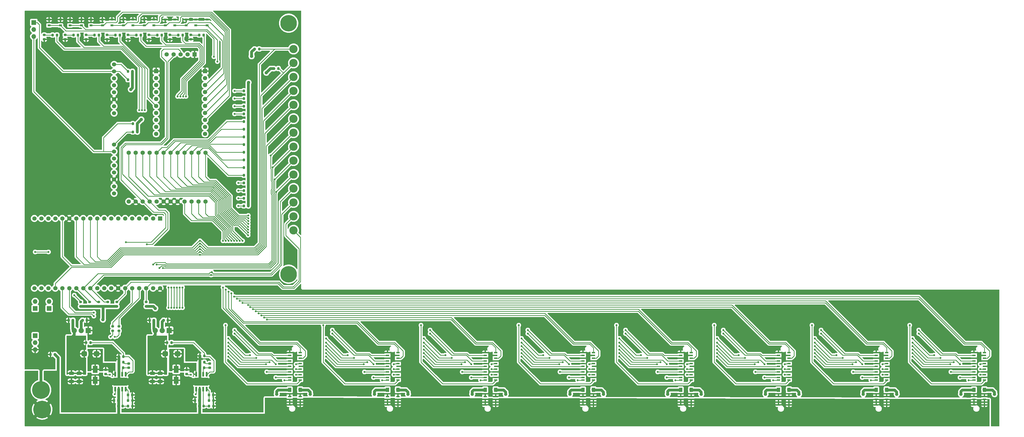
<source format=gbr>
%TF.GenerationSoftware,KiCad,Pcbnew,(6.0.1-0)*%
%TF.CreationDate,2022-10-28T22:31:25-07:00*%
%TF.ProjectId,core_board,636f7265-5f62-46f6-9172-642e6b696361,rev?*%
%TF.SameCoordinates,Original*%
%TF.FileFunction,Copper,L1,Top*%
%TF.FilePolarity,Positive*%
%FSLAX46Y46*%
G04 Gerber Fmt 4.6, Leading zero omitted, Abs format (unit mm)*
G04 Created by KiCad (PCBNEW (6.0.1-0)) date 2022-10-28 22:31:25*
%MOMM*%
%LPD*%
G01*
G04 APERTURE LIST*
G04 Aperture macros list*
%AMRoundRect*
0 Rectangle with rounded corners*
0 $1 Rounding radius*
0 $2 $3 $4 $5 $6 $7 $8 $9 X,Y pos of 4 corners*
0 Add a 4 corners polygon primitive as box body*
4,1,4,$2,$3,$4,$5,$6,$7,$8,$9,$2,$3,0*
0 Add four circle primitives for the rounded corners*
1,1,$1+$1,$2,$3*
1,1,$1+$1,$4,$5*
1,1,$1+$1,$6,$7*
1,1,$1+$1,$8,$9*
0 Add four rect primitives between the rounded corners*
20,1,$1+$1,$2,$3,$4,$5,0*
20,1,$1+$1,$4,$5,$6,$7,0*
20,1,$1+$1,$6,$7,$8,$9,0*
20,1,$1+$1,$8,$9,$2,$3,0*%
G04 Aperture macros list end*
%TA.AperFunction,SMDPad,CuDef*%
%ADD10RoundRect,0.225000X-0.250000X0.225000X-0.250000X-0.225000X0.250000X-0.225000X0.250000X0.225000X0*%
%TD*%
%TA.AperFunction,SMDPad,CuDef*%
%ADD11RoundRect,0.200000X0.200000X0.275000X-0.200000X0.275000X-0.200000X-0.275000X0.200000X-0.275000X0*%
%TD*%
%TA.AperFunction,SMDPad,CuDef*%
%ADD12RoundRect,0.200000X-0.200000X-0.275000X0.200000X-0.275000X0.200000X0.275000X-0.200000X0.275000X0*%
%TD*%
%TA.AperFunction,SMDPad,CuDef*%
%ADD13R,1.050000X0.650000*%
%TD*%
%TA.AperFunction,SMDPad,CuDef*%
%ADD14RoundRect,0.006000X0.294000X-0.769000X0.294000X0.769000X-0.294000X0.769000X-0.294000X-0.769000X0*%
%TD*%
%TA.AperFunction,SMDPad,CuDef*%
%ADD15R,4.900000X2.950000*%
%TD*%
%TA.AperFunction,ComponentPad*%
%ADD16C,0.508000*%
%TD*%
%TA.AperFunction,SMDPad,CuDef*%
%ADD17RoundRect,0.200000X0.275000X-0.200000X0.275000X0.200000X-0.275000X0.200000X-0.275000X-0.200000X0*%
%TD*%
%TA.AperFunction,SMDPad,CuDef*%
%ADD18RoundRect,0.250000X-0.650000X0.325000X-0.650000X-0.325000X0.650000X-0.325000X0.650000X0.325000X0*%
%TD*%
%TA.AperFunction,SMDPad,CuDef*%
%ADD19R,1.200000X0.500000*%
%TD*%
%TA.AperFunction,ComponentPad*%
%ADD20R,1.910000X1.910000*%
%TD*%
%TA.AperFunction,ComponentPad*%
%ADD21C,1.910000*%
%TD*%
%TA.AperFunction,SMDPad,CuDef*%
%ADD22RoundRect,0.225000X-0.225000X-0.250000X0.225000X-0.250000X0.225000X0.250000X-0.225000X0.250000X0*%
%TD*%
%TA.AperFunction,ComponentPad*%
%ADD23C,3.000000*%
%TD*%
%TA.AperFunction,SMDPad,CuDef*%
%ADD24RoundRect,0.200000X-0.275000X0.200000X-0.275000X-0.200000X0.275000X-0.200000X0.275000X0.200000X0*%
%TD*%
%TA.AperFunction,ComponentPad*%
%ADD25R,1.700000X1.700000*%
%TD*%
%TA.AperFunction,ComponentPad*%
%ADD26O,1.700000X1.700000*%
%TD*%
%TA.AperFunction,SMDPad,CuDef*%
%ADD27RoundRect,0.225000X0.225000X0.250000X-0.225000X0.250000X-0.225000X-0.250000X0.225000X-0.250000X0*%
%TD*%
%TA.AperFunction,ComponentPad*%
%ADD28C,1.524000*%
%TD*%
%TA.AperFunction,ComponentPad*%
%ADD29R,1.560000X1.560000*%
%TD*%
%TA.AperFunction,ComponentPad*%
%ADD30C,1.560000*%
%TD*%
%TA.AperFunction,SMDPad,CuDef*%
%ADD31R,1.800000X2.500000*%
%TD*%
%TA.AperFunction,SMDPad,CuDef*%
%ADD32RoundRect,0.218750X-0.218750X-0.256250X0.218750X-0.256250X0.218750X0.256250X-0.218750X0.256250X0*%
%TD*%
%TA.AperFunction,ComponentPad*%
%ADD33C,6.451600*%
%TD*%
%TA.AperFunction,ComponentPad*%
%ADD34C,6.000000*%
%TD*%
%TA.AperFunction,SMDPad,CuDef*%
%ADD35RoundRect,0.218750X0.218750X0.256250X-0.218750X0.256250X-0.218750X-0.256250X0.218750X-0.256250X0*%
%TD*%
%TA.AperFunction,SMDPad,CuDef*%
%ADD36RoundRect,0.450000X0.550000X0.450000X-0.550000X0.450000X-0.550000X-0.450000X0.550000X-0.450000X0*%
%TD*%
%TA.AperFunction,ViaPad*%
%ADD37C,0.711200*%
%TD*%
%TA.AperFunction,ViaPad*%
%ADD38C,1.219200*%
%TD*%
%TA.AperFunction,Conductor*%
%ADD39C,0.254000*%
%TD*%
%TA.AperFunction,Conductor*%
%ADD40C,1.016000*%
%TD*%
%TA.AperFunction,Conductor*%
%ADD41C,0.508000*%
%TD*%
G04 APERTURE END LIST*
D10*
%TO.P,C18,1*%
%TO.N,Net-(C18-Pad1)*%
X164084000Y-268719000D03*
%TO.P,C18,2*%
%TO.N,Net-(C17-Pad2)*%
X164084000Y-270269000D03*
%TD*%
D11*
%TO.P,R26,1*%
%TO.N,+3V3*%
X207581000Y-211328000D03*
%TO.P,R26,2*%
%TO.N,/I2C_SCL_1*%
X205931000Y-211328000D03*
%TD*%
%TO.P,R45,1*%
%TO.N,Net-(R45-Pad1)*%
X161861000Y-284226000D03*
%TO.P,R45,2*%
%TO.N,+12V*%
X160211000Y-284226000D03*
%TD*%
D12*
%TO.P,R49,1*%
%TO.N,GND*%
X160465000Y-266192000D03*
%TO.P,R49,2*%
%TO.N,Net-(R48-Pad1)*%
X162115000Y-266192000D03*
%TD*%
D13*
%TO.P,SW1,1,1*%
%TO.N,GND*%
X135085000Y-143451000D03*
X139235000Y-143451000D03*
%TO.P,SW1,2,2*%
%TO.N,/Button_0*%
X139235000Y-145601000D03*
X135085000Y-145601000D03*
%TD*%
D14*
%TO.P,U9,1,BOOT*%
%TO.N,Net-(C16-Pad2)*%
X159131000Y-278036000D03*
%TO.P,U9,2,VIN*%
%TO.N,+12V*%
X160401000Y-278036000D03*
%TO.P,U9,3,EN*%
%TO.N,Net-(R45-Pad1)*%
X161671000Y-278036000D03*
%TO.P,U9,4,SS*%
%TO.N,Net-(C13-Pad2)*%
X162941000Y-278036000D03*
%TO.P,U9,5,VSENSE*%
%TO.N,Net-(R48-Pad1)*%
X162941000Y-272636000D03*
%TO.P,U9,6,COMP*%
%TO.N,Net-(C17-Pad2)*%
X161671000Y-272636000D03*
%TO.P,U9,7,GND*%
%TO.N,GND*%
X160401000Y-272636000D03*
%TO.P,U9,8,PH*%
%TO.N,Net-(C16-Pad1)*%
X159131000Y-272636000D03*
D15*
%TO.P,U9,9,EP*%
%TO.N,GND*%
X161036000Y-275336000D03*
D16*
%TO.P,U9,10*%
%TO.N,N/C*%
X159086000Y-275986000D03*
%TO.P,U9,11*%
X159086000Y-274686000D03*
%TO.P,U9,12*%
X160386000Y-275986000D03*
%TO.P,U9,13*%
X160386000Y-274686000D03*
%TO.P,U9,14*%
X161686000Y-275986000D03*
%TO.P,U9,15*%
X161686000Y-274686000D03*
%TO.P,U9,16*%
X162986000Y-275986000D03*
%TO.P,U9,17*%
X162986000Y-274686000D03*
%TD*%
D17*
%TO.P,R16,1*%
%TO.N,+3V3*%
X146558000Y-247967000D03*
%TO.P,R16,2*%
%TO.N,/SPI_CS_0*%
X146558000Y-246317000D03*
%TD*%
D18*
%TO.P,C15,1*%
%TO.N,+5V*%
X143256000Y-272288000D03*
%TO.P,C15,2*%
%TO.N,GND*%
X143256000Y-275238000D03*
%TD*%
D13*
%TO.P,SW8,1,1*%
%TO.N,GND*%
X192575000Y-143451000D03*
X188425000Y-143451000D03*
%TO.P,SW8,2,2*%
%TO.N,/Button_7*%
X192575000Y-145601000D03*
X188425000Y-145601000D03*
%TD*%
D19*
%TO.P,J10,A01,A01*%
%TO.N,/I2C_SDA_7*%
X475356000Y-264794600D03*
%TO.P,J10,A02,A02*%
%TO.N,GND*%
X475356000Y-265794600D03*
%TO.P,J10,A03,A03*%
%TO.N,/I2C_SCL_7*%
X475356000Y-266794600D03*
%TO.P,J10,A04,A04*%
%TO.N,GND*%
X475356000Y-267794600D03*
%TO.P,J10,A05,A05*%
%TO.N,/SPI_MISO*%
X475356000Y-268794600D03*
%TO.P,J10,A06,A06*%
%TO.N,GND*%
X475356000Y-269794600D03*
%TO.P,J10,A07,A07*%
%TO.N,/SPI_SCK*%
X475356000Y-270794600D03*
%TO.P,J10,A08,A08*%
%TO.N,GND*%
X475356000Y-271794600D03*
%TO.P,J10,A09,A09*%
%TO.N,/SPI_MOSI*%
X475356000Y-272794600D03*
%TO.P,J10,A10,A10*%
%TO.N,GND*%
X475356000Y-273794600D03*
%TO.P,J10,A11,A11*%
%TO.N,/BROADCAST*%
X475356000Y-274794600D03*
%TO.P,J10,A12,A12*%
%TO.N,/EXT_3V3*%
X475356000Y-277794600D03*
%TO.P,J10,A13,A13*%
X475356000Y-278794600D03*
%TO.P,J10,A14,A14*%
%TO.N,GND*%
X475356000Y-279794600D03*
%TO.P,J10,A15,A15*%
X475356000Y-280794600D03*
%TO.P,J10,A16,A16*%
%TO.N,+12V*%
X475356000Y-281794600D03*
%TO.P,J10,A17,A17*%
X475356000Y-282794600D03*
%TO.P,J10,A18,A18*%
X475356000Y-283794600D03*
%TO.P,J10,B01,B01*%
%TO.N,GND*%
X471556000Y-264794600D03*
%TO.P,J10,B02,B02*%
%TO.N,/I2C_SDA_FAST*%
X471556000Y-265794600D03*
%TO.P,J10,B03,B03*%
%TO.N,GND*%
X471556000Y-266794600D03*
%TO.P,J10,B04,B04*%
%TO.N,/I2C_SCL_FAST*%
X471556000Y-267794600D03*
%TO.P,J10,B05,B05*%
%TO.N,GND*%
X471556000Y-268794600D03*
%TO.P,J10,B06,B06*%
%TO.N,/SPI_CS_0*%
X471556000Y-269794600D03*
%TO.P,J10,B07,B07*%
%TO.N,GND*%
X471556000Y-270794600D03*
%TO.P,J10,B08,B08*%
%TO.N,/SPI_CS_1*%
X471556000Y-271794600D03*
%TO.P,J10,B09,B09*%
%TO.N,GND*%
X471556000Y-272794600D03*
%TO.P,J10,B10,B10*%
%TO.N,/SPI_CS_2*%
X471556000Y-273794600D03*
%TO.P,J10,B11,B11*%
%TO.N,/BOARD_ID_7*%
X471556000Y-274794600D03*
%TO.P,J10,B12,B12*%
%TO.N,/EXT_5V*%
X471556000Y-277794600D03*
%TO.P,J10,B13,B13*%
X471556000Y-278794600D03*
%TO.P,J10,B14,B14*%
%TO.N,GND*%
X471556000Y-279794600D03*
%TO.P,J10,B15,B15*%
X471556000Y-280794600D03*
%TO.P,J10,B16,B16*%
%TO.N,+12V*%
X471556000Y-281794600D03*
%TO.P,J10,B17,B17*%
X471556000Y-282794600D03*
%TO.P,J10,B18,B18*%
X471556000Y-283794600D03*
%TD*%
D20*
%TO.P,U3,1,ADJ/GND*%
%TO.N,GND*%
X149362000Y-256697000D03*
D21*
%TO.P,U3,2,VOUT*%
%TO.N,+3V3*%
X146812000Y-256697000D03*
%TO.P,U3,3,VIN*%
%TO.N,+5V*%
X144262000Y-256697000D03*
%TD*%
D18*
%TO.P,C7,1*%
%TO.N,/EXT_5V*%
X172720000Y-272288000D03*
%TO.P,C7,2*%
%TO.N,GND*%
X172720000Y-275238000D03*
%TD*%
D22*
%TO.P,C10,1*%
%TO.N,GND*%
X189979000Y-270256000D03*
%TO.P,C10,2*%
%TO.N,Net-(C10-Pad2)*%
X191529000Y-270256000D03*
%TD*%
D17*
%TO.P,R22,1*%
%TO.N,+3V3*%
X170434000Y-247967000D03*
%TO.P,R22,2*%
%TO.N,/I2C_SCL_SLOW*%
X170434000Y-246317000D03*
%TD*%
D23*
%TO.P,TP8,1,1*%
%TO.N,/I2C_SDA_FAST*%
X224028000Y-204978000D03*
%TD*%
D17*
%TO.P,R2,1*%
%TO.N,Net-(J2-Pad2)*%
X158242000Y-256825500D03*
%TO.P,R2,2*%
%TO.N,/UART_RX*%
X158242000Y-255175500D03*
%TD*%
D24*
%TO.P,R6,1*%
%TO.N,Net-(D4-Pad1)*%
X148590000Y-149035000D03*
%TO.P,R6,2*%
%TO.N,GND*%
X148590000Y-150685000D03*
%TD*%
D11*
%TO.P,R25,1*%
%TO.N,+3V3*%
X207581000Y-208534000D03*
%TO.P,R25,2*%
%TO.N,/I2C_SDA_1*%
X205931000Y-208534000D03*
%TD*%
D13*
%TO.P,SW7,1,1*%
%TO.N,GND*%
X180805000Y-143451000D03*
X184955000Y-143451000D03*
%TO.P,SW7,2,2*%
%TO.N,/Button_6*%
X180805000Y-145601000D03*
X184955000Y-145601000D03*
%TD*%
D25*
%TO.P,J2,1,Pin_1*%
%TO.N,Net-(J2-Pad1)*%
X130048000Y-258587000D03*
D26*
%TO.P,J2,2,Pin_2*%
%TO.N,Net-(J2-Pad2)*%
X130048000Y-261127000D03*
%TO.P,J2,3,Pin_3*%
%TO.N,GND*%
X130048000Y-263667000D03*
%TD*%
D27*
%TO.P,C12,1*%
%TO.N,+12V*%
X160287000Y-282194000D03*
%TO.P,C12,2*%
%TO.N,GND*%
X158737000Y-282194000D03*
%TD*%
%TO.P,C4,1*%
%TO.N,GND*%
X148844000Y-252984000D03*
%TO.P,C4,2*%
%TO.N,+3V3*%
X147294000Y-252984000D03*
%TD*%
D23*
%TO.P,TP16,1,1*%
%TO.N,/I2C_SCL_SLOW*%
X224028000Y-220218000D03*
%TD*%
D28*
%TO.P,U4,1,CD*%
%TO.N,Net-(R3-Pad1)*%
X158750000Y-159766000D03*
%TO.P,U4,2,CS*%
%TO.N,Net-(JP3-Pad1)*%
X158750000Y-162306000D03*
%TO.P,U4,3,DI*%
%TO.N,/SPI_MOSI_CORE*%
X158750000Y-164846000D03*
%TO.P,U4,4,DO*%
%TO.N,/SPI_MISO_CORE*%
X158750000Y-167386000D03*
%TO.P,U4,5,CK*%
%TO.N,/SPI_SCK_CORE*%
X158750000Y-169926000D03*
%TO.P,U4,6,GND*%
%TO.N,GND*%
X158750000Y-172466000D03*
%TO.P,U4,7,3V*%
%TO.N,+3V3*%
X158750000Y-175006000D03*
%TO.P,U4,8,5V*%
%TO.N,+5V*%
X158750000Y-177546000D03*
%TD*%
D22*
%TO.P,C17,1*%
%TO.N,GND*%
X160515000Y-270256000D03*
%TO.P,C17,2*%
%TO.N,Net-(C17-Pad2)*%
X162065000Y-270256000D03*
%TD*%
D11*
%TO.P,R40,1*%
%TO.N,GND*%
X194881000Y-284226000D03*
%TO.P,R40,2*%
%TO.N,Net-(R39-Pad1)*%
X193231000Y-284226000D03*
%TD*%
D18*
%TO.P,C8,1*%
%TO.N,/EXT_5V*%
X175514000Y-272288000D03*
%TO.P,C8,2*%
%TO.N,GND*%
X175514000Y-275238000D03*
%TD*%
D27*
%TO.P,C3,1*%
%TO.N,GND*%
X178321000Y-252984000D03*
%TO.P,C3,2*%
%TO.N,/EXT_3V3*%
X176771000Y-252984000D03*
%TD*%
D29*
%TO.P,U1,1,3V3*%
%TO.N,Net-(JP1-Pad2)*%
X175462000Y-215900000D03*
D30*
%TO.P,U1,2,EN*%
%TO.N,unconnected-(U1-Pad2)*%
X172922000Y-215900000D03*
%TO.P,U1,3,SENSOR_VP*%
%TO.N,/BOARD_ID_0*%
X170382000Y-215900000D03*
%TO.P,U1,4,SENSOR_VN*%
%TO.N,/BOARD_ID_1*%
X167842000Y-215900000D03*
%TO.P,U1,5,IO34*%
%TO.N,/BOARD_ID_2*%
X165302000Y-215900000D03*
%TO.P,U1,6,IO35*%
%TO.N,/BOARD_ID_3*%
X162762000Y-215900000D03*
%TO.P,U1,7,IO32*%
%TO.N,/BOARD_ID_4*%
X160222000Y-215900000D03*
%TO.P,U1,8,IO33*%
%TO.N,/BOARD_ID_5*%
X157682000Y-215900000D03*
%TO.P,U1,9,IO25*%
%TO.N,/BROADCAST*%
X155142000Y-215900000D03*
%TO.P,U1,10,IO26*%
%TO.N,/SPI_CS_1*%
X152602000Y-215900000D03*
%TO.P,U1,11,IO27*%
%TO.N,/SPI_CS_2*%
X150062000Y-215900000D03*
%TO.P,U1,12,IO14*%
%TO.N,/SPI_SCK*%
X147522000Y-215900000D03*
%TO.P,U1,13,IO12*%
%TO.N,/SPI_MISO*%
X144982000Y-215900000D03*
%TO.P,U1,14,GND1*%
%TO.N,GND*%
X142442000Y-215900000D03*
%TO.P,U1,15,IO13*%
%TO.N,/SPI_MOSI*%
X139902000Y-215900000D03*
%TO.P,U1,16,SD2*%
%TO.N,unconnected-(U1-Pad16)*%
X137362000Y-215900000D03*
%TO.P,U1,17,SD3*%
%TO.N,unconnected-(U1-Pad17)*%
X134822000Y-215900000D03*
%TO.P,U1,18,CMD*%
%TO.N,unconnected-(U1-Pad18)*%
X132282000Y-215900000D03*
%TO.P,U1,19,EXT_5V*%
%TO.N,Net-(JP2-Pad2)*%
X129742000Y-215900000D03*
%TO.P,U1,20,GND3*%
%TO.N,GND*%
X175462000Y-241300000D03*
%TO.P,U1,21,IO23*%
%TO.N,/SPI_MOSI_CORE*%
X172922000Y-241300000D03*
%TO.P,U1,22,IO22*%
%TO.N,/I2C_SCL_SLOW*%
X170382000Y-241300000D03*
%TO.P,U1,23,TXD0*%
%TO.N,/UART_TX*%
X167842000Y-241300000D03*
%TO.P,U1,24,RXD0*%
%TO.N,/UART_RX*%
X165302000Y-241300000D03*
%TO.P,U1,25,IO21*%
%TO.N,/I2C_SDA_SLOW*%
X162762000Y-241300000D03*
%TO.P,U1,26,GND2*%
%TO.N,GND*%
X160222000Y-241300000D03*
%TO.P,U1,27,IO19*%
%TO.N,/SPI_MISO_CORE*%
X157682000Y-241300000D03*
%TO.P,U1,28,IO18*%
%TO.N,/SPI_SCK_CORE*%
X155142000Y-241300000D03*
%TO.P,U1,29,IO5*%
%TO.N,/SPI_CS_CORE*%
X152602000Y-241300000D03*
%TO.P,U1,30,IO17*%
%TO.N,/I2C_SCL_FAST*%
X150062000Y-241300000D03*
%TO.P,U1,31,IO16*%
%TO.N,/I2C_SDA_FAST*%
X147522000Y-241300000D03*
%TO.P,U1,32,IO4*%
%TO.N,/INT*%
X144982000Y-241300000D03*
%TO.P,U1,33,IO0*%
%TO.N,/BOARD_ID_6*%
X142442000Y-241300000D03*
%TO.P,U1,34,IO2*%
%TO.N,/BOARD_ID_7*%
X139902000Y-241300000D03*
%TO.P,U1,35,IO15*%
%TO.N,/SPI_CS_0*%
X137362000Y-241300000D03*
%TO.P,U1,36,SD1*%
%TO.N,unconnected-(U1-Pad36)*%
X134822000Y-241300000D03*
%TO.P,U1,37,SD0*%
%TO.N,unconnected-(U1-Pad37)*%
X132282000Y-241300000D03*
%TO.P,U1,38,CLK*%
%TO.N,unconnected-(U1-Pad38)*%
X129742000Y-241300000D03*
%TD*%
D19*
%TO.P,J8,A01,A01*%
%TO.N,/I2C_SDA_6*%
X439796000Y-264794600D03*
%TO.P,J8,A02,A02*%
%TO.N,GND*%
X439796000Y-265794600D03*
%TO.P,J8,A03,A03*%
%TO.N,/I2C_SCL_6*%
X439796000Y-266794600D03*
%TO.P,J8,A04,A04*%
%TO.N,GND*%
X439796000Y-267794600D03*
%TO.P,J8,A05,A05*%
%TO.N,/SPI_MISO*%
X439796000Y-268794600D03*
%TO.P,J8,A06,A06*%
%TO.N,GND*%
X439796000Y-269794600D03*
%TO.P,J8,A07,A07*%
%TO.N,/SPI_SCK*%
X439796000Y-270794600D03*
%TO.P,J8,A08,A08*%
%TO.N,GND*%
X439796000Y-271794600D03*
%TO.P,J8,A09,A09*%
%TO.N,/SPI_MOSI*%
X439796000Y-272794600D03*
%TO.P,J8,A10,A10*%
%TO.N,GND*%
X439796000Y-273794600D03*
%TO.P,J8,A11,A11*%
%TO.N,/BROADCAST*%
X439796000Y-274794600D03*
%TO.P,J8,A12,A12*%
%TO.N,/EXT_3V3*%
X439796000Y-277794600D03*
%TO.P,J8,A13,A13*%
X439796000Y-278794600D03*
%TO.P,J8,A14,A14*%
%TO.N,GND*%
X439796000Y-279794600D03*
%TO.P,J8,A15,A15*%
X439796000Y-280794600D03*
%TO.P,J8,A16,A16*%
%TO.N,+12V*%
X439796000Y-281794600D03*
%TO.P,J8,A17,A17*%
X439796000Y-282794600D03*
%TO.P,J8,A18,A18*%
X439796000Y-283794600D03*
%TO.P,J8,B01,B01*%
%TO.N,GND*%
X435996000Y-264794600D03*
%TO.P,J8,B02,B02*%
%TO.N,/I2C_SDA_FAST*%
X435996000Y-265794600D03*
%TO.P,J8,B03,B03*%
%TO.N,GND*%
X435996000Y-266794600D03*
%TO.P,J8,B04,B04*%
%TO.N,/I2C_SCL_FAST*%
X435996000Y-267794600D03*
%TO.P,J8,B05,B05*%
%TO.N,GND*%
X435996000Y-268794600D03*
%TO.P,J8,B06,B06*%
%TO.N,/SPI_CS_0*%
X435996000Y-269794600D03*
%TO.P,J8,B07,B07*%
%TO.N,GND*%
X435996000Y-270794600D03*
%TO.P,J8,B08,B08*%
%TO.N,/SPI_CS_1*%
X435996000Y-271794600D03*
%TO.P,J8,B09,B09*%
%TO.N,GND*%
X435996000Y-272794600D03*
%TO.P,J8,B10,B10*%
%TO.N,/SPI_CS_2*%
X435996000Y-273794600D03*
%TO.P,J8,B11,B11*%
%TO.N,/BOARD_ID_6*%
X435996000Y-274794600D03*
%TO.P,J8,B12,B12*%
%TO.N,/EXT_5V*%
X435996000Y-277794600D03*
%TO.P,J8,B13,B13*%
X435996000Y-278794600D03*
%TO.P,J8,B14,B14*%
%TO.N,GND*%
X435996000Y-279794600D03*
%TO.P,J8,B15,B15*%
X435996000Y-280794600D03*
%TO.P,J8,B16,B16*%
%TO.N,+12V*%
X435996000Y-281794600D03*
%TO.P,J8,B17,B17*%
X435996000Y-282794600D03*
%TO.P,J8,B18,B18*%
X435996000Y-283794600D03*
%TD*%
D27*
%TO.P,C13,1*%
%TO.N,GND*%
X165367000Y-280162000D03*
%TO.P,C13,2*%
%TO.N,Net-(C13-Pad2)*%
X163817000Y-280162000D03*
%TD*%
D23*
%TO.P,TP12,1,1*%
%TO.N,/SPI_SCK_CORE*%
X224028000Y-194818000D03*
%TD*%
D22*
%TO.P,C1,1*%
%TO.N,GND*%
X171691000Y-252984000D03*
%TO.P,C1,2*%
%TO.N,/EXT_5V*%
X173241000Y-252984000D03*
%TD*%
D31*
%TO.P,D10,1,K*%
%TO.N,Net-(C9-Pad1)*%
X181356000Y-270891000D03*
%TO.P,D10,2,A*%
%TO.N,GND*%
X181356000Y-274891000D03*
%TD*%
D32*
%TO.P,D3,1,K*%
%TO.N,Net-(D3-Pad1)*%
X143992500Y-149098000D03*
%TO.P,D3,2,A*%
%TO.N,/LED_1*%
X145567500Y-149098000D03*
%TD*%
D23*
%TO.P,TP10,1,1*%
%TO.N,/SPI_MOSI_CORE*%
X224028000Y-184658000D03*
%TD*%
D24*
%TO.P,R11,1*%
%TO.N,Net-(D8-Pad1)*%
X179070000Y-149035000D03*
%TO.P,R11,2*%
%TO.N,GND*%
X179070000Y-150685000D03*
%TD*%
D25*
%TO.P,JP2,1,A*%
%TO.N,+5V*%
X130048000Y-248666000D03*
D26*
%TO.P,JP2,2,B*%
%TO.N,Net-(JP2-Pad2)*%
X130048000Y-246126000D03*
%TD*%
D33*
%TO.P,J1,1,Pin_1*%
%TO.N,+12V*%
X132588000Y-285496000D03*
%TO.P,J1,2,Pin_2*%
%TO.N,GND*%
X132163820Y-278384000D03*
%TD*%
D24*
%TO.P,R5,1*%
%TO.N,Net-(D3-Pad1)*%
X140970000Y-149035000D03*
%TO.P,R5,2*%
%TO.N,GND*%
X140970000Y-150685000D03*
%TD*%
D11*
%TO.P,R24,1*%
%TO.N,+3V3*%
X207581000Y-205740000D03*
%TO.P,R24,2*%
%TO.N,/I2C_SCL_0*%
X205931000Y-205740000D03*
%TD*%
%TO.P,R48,1*%
%TO.N,Net-(R48-Pad1)*%
X150177000Y-261112000D03*
%TO.P,R48,2*%
%TO.N,+5V*%
X148527000Y-261112000D03*
%TD*%
D19*
%TO.P,J3,A01,A01*%
%TO.N,/I2C_SDA_0*%
X226436000Y-264794600D03*
%TO.P,J3,A02,A02*%
%TO.N,GND*%
X226436000Y-265794600D03*
%TO.P,J3,A03,A03*%
%TO.N,/I2C_SCL_0*%
X226436000Y-266794600D03*
%TO.P,J3,A04,A04*%
%TO.N,GND*%
X226436000Y-267794600D03*
%TO.P,J3,A05,A05*%
%TO.N,/SPI_MISO*%
X226436000Y-268794600D03*
%TO.P,J3,A06,A06*%
%TO.N,GND*%
X226436000Y-269794600D03*
%TO.P,J3,A07,A07*%
%TO.N,/SPI_SCK*%
X226436000Y-270794600D03*
%TO.P,J3,A08,A08*%
%TO.N,GND*%
X226436000Y-271794600D03*
%TO.P,J3,A09,A09*%
%TO.N,/SPI_MOSI*%
X226436000Y-272794600D03*
%TO.P,J3,A10,A10*%
%TO.N,GND*%
X226436000Y-273794600D03*
%TO.P,J3,A11,A11*%
%TO.N,/BROADCAST*%
X226436000Y-274794600D03*
%TO.P,J3,A12,A12*%
%TO.N,/EXT_3V3*%
X226436000Y-277794600D03*
%TO.P,J3,A13,A13*%
X226436000Y-278794600D03*
%TO.P,J3,A14,A14*%
%TO.N,GND*%
X226436000Y-279794600D03*
%TO.P,J3,A15,A15*%
X226436000Y-280794600D03*
%TO.P,J3,A16,A16*%
%TO.N,+12V*%
X226436000Y-281794600D03*
%TO.P,J3,A17,A17*%
X226436000Y-282794600D03*
%TO.P,J3,A18,A18*%
X226436000Y-283794600D03*
%TO.P,J3,B01,B01*%
%TO.N,GND*%
X222636000Y-264794600D03*
%TO.P,J3,B02,B02*%
%TO.N,/I2C_SDA_FAST*%
X222636000Y-265794600D03*
%TO.P,J3,B03,B03*%
%TO.N,GND*%
X222636000Y-266794600D03*
%TO.P,J3,B04,B04*%
%TO.N,/I2C_SCL_FAST*%
X222636000Y-267794600D03*
%TO.P,J3,B05,B05*%
%TO.N,GND*%
X222636000Y-268794600D03*
%TO.P,J3,B06,B06*%
%TO.N,/SPI_CS_0*%
X222636000Y-269794600D03*
%TO.P,J3,B07,B07*%
%TO.N,GND*%
X222636000Y-270794600D03*
%TO.P,J3,B08,B08*%
%TO.N,/SPI_CS_1*%
X222636000Y-271794600D03*
%TO.P,J3,B09,B09*%
%TO.N,GND*%
X222636000Y-272794600D03*
%TO.P,J3,B10,B10*%
%TO.N,/SPI_CS_2*%
X222636000Y-273794600D03*
%TO.P,J3,B11,B11*%
%TO.N,/BOARD_ID_0*%
X222636000Y-274794600D03*
%TO.P,J3,B12,B12*%
%TO.N,/EXT_5V*%
X222636000Y-277794600D03*
%TO.P,J3,B13,B13*%
X222636000Y-278794600D03*
%TO.P,J3,B14,B14*%
%TO.N,GND*%
X222636000Y-279794600D03*
%TO.P,J3,B15,B15*%
X222636000Y-280794600D03*
%TO.P,J3,B16,B16*%
%TO.N,+12V*%
X222636000Y-281794600D03*
%TO.P,J3,B17,B17*%
X222636000Y-282794600D03*
%TO.P,J3,B18,B18*%
X222636000Y-283794600D03*
%TD*%
D28*
%TO.P,U5,1,CD*%
%TO.N,Net-(R9-Pad1)*%
X158750000Y-188976000D03*
%TO.P,U5,2,CS*%
%TO.N,Net-(JP3-Pad3)*%
X158750000Y-191516000D03*
%TO.P,U5,3,DI*%
%TO.N,/SPI_MOSI_CORE*%
X158750000Y-194056000D03*
%TO.P,U5,4,DO*%
%TO.N,/SPI_MISO_CORE*%
X158750000Y-196596000D03*
%TO.P,U5,5,CK*%
%TO.N,/SPI_SCK_CORE*%
X158750000Y-199136000D03*
%TO.P,U5,6,GND*%
%TO.N,GND*%
X158750000Y-201676000D03*
%TO.P,U5,7,3V*%
%TO.N,+3V3*%
X158750000Y-204216000D03*
%TO.P,U5,8,5V*%
%TO.N,+5V*%
X158750000Y-206756000D03*
%TD*%
D23*
%TO.P,TP11,1,1*%
%TO.N,/SPI_MISO_CORE*%
X224028000Y-189738000D03*
%TD*%
D25*
%TO.P,JP1,1,A*%
%TO.N,+3V3*%
X135128000Y-248666000D03*
D26*
%TO.P,JP1,2,B*%
%TO.N,Net-(JP1-Pad2)*%
X135128000Y-246126000D03*
%TD*%
D30*
%TO.P,U6,1,P10*%
%TO.N,/Button_0*%
X191841100Y-185100500D03*
%TO.P,U6,2,P11*%
%TO.N,/Button_1*%
X191841100Y-182560500D03*
%TO.P,U6,3,P12*%
%TO.N,/Button_2*%
X191841100Y-180020500D03*
%TO.P,U6,4,P13*%
%TO.N,/Button_3*%
X191841100Y-177480500D03*
%TO.P,U6,5,P14*%
%TO.N,/Button_4*%
X191841100Y-174940500D03*
%TO.P,U6,6,P15*%
%TO.N,/Button_5*%
X191841100Y-172400500D03*
%TO.P,U6,7,P16*%
%TO.N,/Button_6*%
X191841100Y-169860500D03*
%TO.P,U6,8,P17*%
%TO.N,/Button_7*%
X191841100Y-167320500D03*
%TO.P,U6,9,VDD*%
%TO.N,+3V3*%
X191841100Y-164780500D03*
D29*
%TO.P,U6,10,GND*%
%TO.N,GND*%
X191841100Y-162240500D03*
%TO.P,U6,11,GND*%
X188031100Y-156144500D03*
D30*
%TO.P,U6,12,VCC*%
%TO.N,+3V3*%
X185491100Y-156144500D03*
%TO.P,U6,13,SDA*%
%TO.N,/I2C_SDA_SLOW*%
X182951100Y-156144500D03*
%TO.P,U6,14,SCL*%
%TO.N,/I2C_SCL_SLOW*%
X180411100Y-156144500D03*
%TO.P,U6,15,INT*%
%TO.N,/INT*%
X177871100Y-156144500D03*
D29*
%TO.P,U6,16,GND*%
%TO.N,GND*%
X174061660Y-162240500D03*
D30*
%TO.P,U6,17,VDD*%
%TO.N,+3V3*%
X174061660Y-164780500D03*
%TO.P,U6,18,P00*%
%TO.N,/LED_0*%
X174061660Y-167320500D03*
%TO.P,U6,19,P01*%
%TO.N,/LED_1*%
X174061660Y-169860500D03*
%TO.P,U6,20,P02*%
%TO.N,/LED_2*%
X174061660Y-172400500D03*
%TO.P,U6,21,P03*%
%TO.N,/LED_3*%
X174061660Y-174940500D03*
%TO.P,U6,22,P04*%
%TO.N,/LED_4*%
X174061660Y-177480500D03*
%TO.P,U6,23,P05*%
%TO.N,/LED_5*%
X174061660Y-180020500D03*
%TO.P,U6,24,P06*%
%TO.N,/LED_6*%
X174061660Y-182560500D03*
%TO.P,U6,25,P07*%
%TO.N,/LED_7*%
X174061660Y-185100500D03*
%TD*%
D11*
%TO.P,R36,1*%
%TO.N,+3V3*%
X207581000Y-172212000D03*
%TO.P,R36,2*%
%TO.N,/I2C_SCL_6*%
X205931000Y-172212000D03*
%TD*%
%TO.P,R39,1*%
%TO.N,Net-(R39-Pad1)*%
X191325000Y-284226000D03*
%TO.P,R39,2*%
%TO.N,+12V*%
X189675000Y-284226000D03*
%TD*%
%TO.P,R32,1*%
%TO.N,+3V3*%
X207581000Y-186182000D03*
%TO.P,R32,2*%
%TO.N,/I2C_SCL_4*%
X205931000Y-186182000D03*
%TD*%
%TO.P,R42,1*%
%TO.N,Net-(R42-Pad1)*%
X179641000Y-261112000D03*
%TO.P,R42,2*%
%TO.N,/EXT_5V*%
X177991000Y-261112000D03*
%TD*%
D32*
%TO.P,D8,1,K*%
%TO.N,Net-(D8-Pad1)*%
X182092500Y-149098000D03*
%TO.P,D8,2,A*%
%TO.N,/LED_6*%
X183667500Y-149098000D03*
%TD*%
D11*
%TO.P,R29,1*%
%TO.N,+3V3*%
X207581000Y-194564000D03*
%TO.P,R29,2*%
%TO.N,/I2C_SDA_3*%
X205931000Y-194564000D03*
%TD*%
%TO.P,R23,1*%
%TO.N,+3V3*%
X207581000Y-202946000D03*
%TO.P,R23,2*%
%TO.N,/I2C_SDA_0*%
X205931000Y-202946000D03*
%TD*%
D23*
%TO.P,TP3,1,1*%
%TO.N,/SPI_MOSI*%
X224028000Y-174498000D03*
%TD*%
D11*
%TO.P,R34,1*%
%TO.N,+3V3*%
X207581000Y-180594000D03*
%TO.P,R34,2*%
%TO.N,/I2C_SCL_5*%
X205931000Y-180594000D03*
%TD*%
D32*
%TO.P,D5,1,K*%
%TO.N,Net-(D5-Pad1)*%
X159232500Y-149098000D03*
%TO.P,D5,2,A*%
%TO.N,/LED_3*%
X160807500Y-149098000D03*
%TD*%
D11*
%TO.P,R37,1*%
%TO.N,+3V3*%
X207581000Y-175006000D03*
%TO.P,R37,2*%
%TO.N,/I2C_SDA_7*%
X205931000Y-175006000D03*
%TD*%
%TO.P,R31,1*%
%TO.N,+3V3*%
X207581000Y-188976000D03*
%TO.P,R31,2*%
%TO.N,/I2C_SDA_4*%
X205931000Y-188976000D03*
%TD*%
%TO.P,R47,1*%
%TO.N,GND*%
X165417000Y-282194000D03*
%TO.P,R47,2*%
%TO.N,Net-(C13-Pad2)*%
X163767000Y-282194000D03*
%TD*%
D12*
%TO.P,R17,1*%
%TO.N,+3V3*%
X209868000Y-154178000D03*
%TO.P,R17,2*%
%TO.N,/SPI_CS_1*%
X211518000Y-154178000D03*
%TD*%
D19*
%TO.P,J5,A01,A01*%
%TO.N,/I2C_SDA_1*%
X261996000Y-264794600D03*
%TO.P,J5,A02,A02*%
%TO.N,GND*%
X261996000Y-265794600D03*
%TO.P,J5,A03,A03*%
%TO.N,/I2C_SCL_1*%
X261996000Y-266794600D03*
%TO.P,J5,A04,A04*%
%TO.N,GND*%
X261996000Y-267794600D03*
%TO.P,J5,A05,A05*%
%TO.N,/SPI_MISO*%
X261996000Y-268794600D03*
%TO.P,J5,A06,A06*%
%TO.N,GND*%
X261996000Y-269794600D03*
%TO.P,J5,A07,A07*%
%TO.N,/SPI_SCK*%
X261996000Y-270794600D03*
%TO.P,J5,A08,A08*%
%TO.N,GND*%
X261996000Y-271794600D03*
%TO.P,J5,A09,A09*%
%TO.N,/SPI_MOSI*%
X261996000Y-272794600D03*
%TO.P,J5,A10,A10*%
%TO.N,GND*%
X261996000Y-273794600D03*
%TO.P,J5,A11,A11*%
%TO.N,/BROADCAST*%
X261996000Y-274794600D03*
%TO.P,J5,A12,A12*%
%TO.N,/EXT_3V3*%
X261996000Y-277794600D03*
%TO.P,J5,A13,A13*%
X261996000Y-278794600D03*
%TO.P,J5,A14,A14*%
%TO.N,GND*%
X261996000Y-279794600D03*
%TO.P,J5,A15,A15*%
X261996000Y-280794600D03*
%TO.P,J5,A16,A16*%
%TO.N,+12V*%
X261996000Y-281794600D03*
%TO.P,J5,A17,A17*%
X261996000Y-282794600D03*
%TO.P,J5,A18,A18*%
X261996000Y-283794600D03*
%TO.P,J5,B01,B01*%
%TO.N,GND*%
X258196000Y-264794600D03*
%TO.P,J5,B02,B02*%
%TO.N,/I2C_SDA_FAST*%
X258196000Y-265794600D03*
%TO.P,J5,B03,B03*%
%TO.N,GND*%
X258196000Y-266794600D03*
%TO.P,J5,B04,B04*%
%TO.N,/I2C_SCL_FAST*%
X258196000Y-267794600D03*
%TO.P,J5,B05,B05*%
%TO.N,GND*%
X258196000Y-268794600D03*
%TO.P,J5,B06,B06*%
%TO.N,/SPI_CS_0*%
X258196000Y-269794600D03*
%TO.P,J5,B07,B07*%
%TO.N,GND*%
X258196000Y-270794600D03*
%TO.P,J5,B08,B08*%
%TO.N,/SPI_CS_1*%
X258196000Y-271794600D03*
%TO.P,J5,B09,B09*%
%TO.N,GND*%
X258196000Y-272794600D03*
%TO.P,J5,B10,B10*%
%TO.N,/SPI_CS_2*%
X258196000Y-273794600D03*
%TO.P,J5,B11,B11*%
%TO.N,/BOARD_ID_1*%
X258196000Y-274794600D03*
%TO.P,J5,B12,B12*%
%TO.N,/EXT_5V*%
X258196000Y-277794600D03*
%TO.P,J5,B13,B13*%
X258196000Y-278794600D03*
%TO.P,J5,B14,B14*%
%TO.N,GND*%
X258196000Y-279794600D03*
%TO.P,J5,B15,B15*%
X258196000Y-280794600D03*
%TO.P,J5,B16,B16*%
%TO.N,+12V*%
X258196000Y-281794600D03*
%TO.P,J5,B17,B17*%
X258196000Y-282794600D03*
%TO.P,J5,B18,B18*%
X258196000Y-283794600D03*
%TD*%
%TO.P,J4,A01,A01*%
%TO.N,/I2C_SDA_4*%
X368676000Y-264794600D03*
%TO.P,J4,A02,A02*%
%TO.N,GND*%
X368676000Y-265794600D03*
%TO.P,J4,A03,A03*%
%TO.N,/I2C_SCL_4*%
X368676000Y-266794600D03*
%TO.P,J4,A04,A04*%
%TO.N,GND*%
X368676000Y-267794600D03*
%TO.P,J4,A05,A05*%
%TO.N,/SPI_MISO*%
X368676000Y-268794600D03*
%TO.P,J4,A06,A06*%
%TO.N,GND*%
X368676000Y-269794600D03*
%TO.P,J4,A07,A07*%
%TO.N,/SPI_SCK*%
X368676000Y-270794600D03*
%TO.P,J4,A08,A08*%
%TO.N,GND*%
X368676000Y-271794600D03*
%TO.P,J4,A09,A09*%
%TO.N,/SPI_MOSI*%
X368676000Y-272794600D03*
%TO.P,J4,A10,A10*%
%TO.N,GND*%
X368676000Y-273794600D03*
%TO.P,J4,A11,A11*%
%TO.N,/BROADCAST*%
X368676000Y-274794600D03*
%TO.P,J4,A12,A12*%
%TO.N,/EXT_3V3*%
X368676000Y-277794600D03*
%TO.P,J4,A13,A13*%
X368676000Y-278794600D03*
%TO.P,J4,A14,A14*%
%TO.N,GND*%
X368676000Y-279794600D03*
%TO.P,J4,A15,A15*%
X368676000Y-280794600D03*
%TO.P,J4,A16,A16*%
%TO.N,+12V*%
X368676000Y-281794600D03*
%TO.P,J4,A17,A17*%
X368676000Y-282794600D03*
%TO.P,J4,A18,A18*%
X368676000Y-283794600D03*
%TO.P,J4,B01,B01*%
%TO.N,GND*%
X364876000Y-264794600D03*
%TO.P,J4,B02,B02*%
%TO.N,/I2C_SDA_FAST*%
X364876000Y-265794600D03*
%TO.P,J4,B03,B03*%
%TO.N,GND*%
X364876000Y-266794600D03*
%TO.P,J4,B04,B04*%
%TO.N,/I2C_SCL_FAST*%
X364876000Y-267794600D03*
%TO.P,J4,B05,B05*%
%TO.N,GND*%
X364876000Y-268794600D03*
%TO.P,J4,B06,B06*%
%TO.N,/SPI_CS_0*%
X364876000Y-269794600D03*
%TO.P,J4,B07,B07*%
%TO.N,GND*%
X364876000Y-270794600D03*
%TO.P,J4,B08,B08*%
%TO.N,/SPI_CS_1*%
X364876000Y-271794600D03*
%TO.P,J4,B09,B09*%
%TO.N,GND*%
X364876000Y-272794600D03*
%TO.P,J4,B10,B10*%
%TO.N,/SPI_CS_2*%
X364876000Y-273794600D03*
%TO.P,J4,B11,B11*%
%TO.N,/BOARD_ID_4*%
X364876000Y-274794600D03*
%TO.P,J4,B12,B12*%
%TO.N,/EXT_5V*%
X364876000Y-277794600D03*
%TO.P,J4,B13,B13*%
X364876000Y-278794600D03*
%TO.P,J4,B14,B14*%
%TO.N,GND*%
X364876000Y-279794600D03*
%TO.P,J4,B15,B15*%
X364876000Y-280794600D03*
%TO.P,J4,B16,B16*%
%TO.N,+12V*%
X364876000Y-281794600D03*
%TO.P,J4,B17,B17*%
X364876000Y-282794600D03*
%TO.P,J4,B18,B18*%
X364876000Y-283794600D03*
%TD*%
D18*
%TO.P,C14,1*%
%TO.N,+5V*%
X146050000Y-272288000D03*
%TO.P,C14,2*%
%TO.N,GND*%
X146050000Y-275238000D03*
%TD*%
D13*
%TO.P,SW6,1,1*%
%TO.N,GND*%
X173185000Y-143451000D03*
X177335000Y-143451000D03*
%TO.P,SW6,2,2*%
%TO.N,/Button_5*%
X173185000Y-145601000D03*
X177335000Y-145601000D03*
%TD*%
D22*
%TO.P,C2,1*%
%TO.N,GND*%
X142214000Y-252984000D03*
%TO.P,C2,2*%
%TO.N,+5V*%
X143764000Y-252984000D03*
%TD*%
D24*
%TO.P,R10,1*%
%TO.N,Net-(D7-Pad1)*%
X171450000Y-149035000D03*
%TO.P,R10,2*%
%TO.N,GND*%
X171450000Y-150685000D03*
%TD*%
D12*
%TO.P,R43,1*%
%TO.N,GND*%
X189929000Y-265938000D03*
%TO.P,R43,2*%
%TO.N,Net-(R42-Pad1)*%
X191579000Y-265938000D03*
%TD*%
D34*
%TO.P,REF\u002A\u002A,1*%
%TO.N,N/C*%
X222250000Y-236220000D03*
%TD*%
D32*
%TO.P,D7,1,K*%
%TO.N,Net-(D7-Pad1)*%
X174472500Y-149098000D03*
%TO.P,D7,2,A*%
%TO.N,/LED_5*%
X176047500Y-149098000D03*
%TD*%
D20*
%TO.P,U2,1,ADJ/GND*%
%TO.N,GND*%
X178826000Y-256697000D03*
D21*
%TO.P,U2,2,VOUT*%
%TO.N,/EXT_3V3*%
X176276000Y-256697000D03*
%TO.P,U2,3,VIN*%
%TO.N,/EXT_5V*%
X173726000Y-256697000D03*
%TD*%
D35*
%TO.P,D1,1,K*%
%TO.N,+12V*%
X137185500Y-265430000D03*
%TO.P,D1,2,A*%
%TO.N,GND*%
X135610500Y-265430000D03*
%TD*%
D19*
%TO.P,J7,A01,A01*%
%TO.N,/I2C_SDA_2*%
X297556000Y-264794600D03*
%TO.P,J7,A02,A02*%
%TO.N,GND*%
X297556000Y-265794600D03*
%TO.P,J7,A03,A03*%
%TO.N,/I2C_SCL_2*%
X297556000Y-266794600D03*
%TO.P,J7,A04,A04*%
%TO.N,GND*%
X297556000Y-267794600D03*
%TO.P,J7,A05,A05*%
%TO.N,/SPI_MISO*%
X297556000Y-268794600D03*
%TO.P,J7,A06,A06*%
%TO.N,GND*%
X297556000Y-269794600D03*
%TO.P,J7,A07,A07*%
%TO.N,/SPI_SCK*%
X297556000Y-270794600D03*
%TO.P,J7,A08,A08*%
%TO.N,GND*%
X297556000Y-271794600D03*
%TO.P,J7,A09,A09*%
%TO.N,/SPI_MOSI*%
X297556000Y-272794600D03*
%TO.P,J7,A10,A10*%
%TO.N,GND*%
X297556000Y-273794600D03*
%TO.P,J7,A11,A11*%
%TO.N,/BROADCAST*%
X297556000Y-274794600D03*
%TO.P,J7,A12,A12*%
%TO.N,/EXT_3V3*%
X297556000Y-277794600D03*
%TO.P,J7,A13,A13*%
X297556000Y-278794600D03*
%TO.P,J7,A14,A14*%
%TO.N,GND*%
X297556000Y-279794600D03*
%TO.P,J7,A15,A15*%
X297556000Y-280794600D03*
%TO.P,J7,A16,A16*%
%TO.N,+12V*%
X297556000Y-281794600D03*
%TO.P,J7,A17,A17*%
X297556000Y-282794600D03*
%TO.P,J7,A18,A18*%
X297556000Y-283794600D03*
%TO.P,J7,B01,B01*%
%TO.N,GND*%
X293756000Y-264794600D03*
%TO.P,J7,B02,B02*%
%TO.N,/I2C_SDA_FAST*%
X293756000Y-265794600D03*
%TO.P,J7,B03,B03*%
%TO.N,GND*%
X293756000Y-266794600D03*
%TO.P,J7,B04,B04*%
%TO.N,/I2C_SCL_FAST*%
X293756000Y-267794600D03*
%TO.P,J7,B05,B05*%
%TO.N,GND*%
X293756000Y-268794600D03*
%TO.P,J7,B06,B06*%
%TO.N,/SPI_CS_0*%
X293756000Y-269794600D03*
%TO.P,J7,B07,B07*%
%TO.N,GND*%
X293756000Y-270794600D03*
%TO.P,J7,B08,B08*%
%TO.N,/SPI_CS_1*%
X293756000Y-271794600D03*
%TO.P,J7,B09,B09*%
%TO.N,GND*%
X293756000Y-272794600D03*
%TO.P,J7,B10,B10*%
%TO.N,/SPI_CS_2*%
X293756000Y-273794600D03*
%TO.P,J7,B11,B11*%
%TO.N,/BOARD_ID_2*%
X293756000Y-274794600D03*
%TO.P,J7,B12,B12*%
%TO.N,/EXT_5V*%
X293756000Y-277794600D03*
%TO.P,J7,B13,B13*%
X293756000Y-278794600D03*
%TO.P,J7,B14,B14*%
%TO.N,GND*%
X293756000Y-279794600D03*
%TO.P,J7,B15,B15*%
X293756000Y-280794600D03*
%TO.P,J7,B16,B16*%
%TO.N,+12V*%
X293756000Y-281794600D03*
%TO.P,J7,B17,B17*%
X293756000Y-282794600D03*
%TO.P,J7,B18,B18*%
X293756000Y-283794600D03*
%TD*%
D11*
%TO.P,R35,1*%
%TO.N,+3V3*%
X207581000Y-169418000D03*
%TO.P,R35,2*%
%TO.N,/I2C_SDA_6*%
X205931000Y-169418000D03*
%TD*%
D30*
%TO.P,U7,1,VIN*%
%TO.N,+3V3*%
X164101500Y-209701500D03*
%TO.P,U7,2,GND*%
%TO.N,GND*%
X166641500Y-209701500D03*
%TO.P,U7,3,SDA*%
%TO.N,/I2C_SDA_SLOW*%
X169181500Y-209701500D03*
%TO.P,U7,4,SCL*%
%TO.N,/I2C_SCL_SLOW*%
X171721500Y-209701500D03*
%TO.P,U7,5,RST*%
%TO.N,unconnected-(U7-Pad5)*%
X174261500Y-209701500D03*
%TO.P,U7,6,A0*%
%TO.N,GND*%
X176801500Y-209701500D03*
%TO.P,U7,7,A1*%
X179341500Y-209701500D03*
%TO.P,U7,8,A2*%
X181881500Y-209701500D03*
%TO.P,U7,9,SD0*%
%TO.N,/I2C_SDA_0*%
X184421500Y-209701500D03*
%TO.P,U7,10,SC0*%
%TO.N,/I2C_SCL_0*%
X186961500Y-209701500D03*
%TO.P,U7,11,SD1*%
%TO.N,/I2C_SDA_1*%
X189501500Y-209701500D03*
%TO.P,U7,12,SC1*%
%TO.N,/I2C_SCL_1*%
X192041500Y-209701500D03*
%TO.P,U7,13,SD2*%
%TO.N,/I2C_SDA_2*%
X192041500Y-191921500D03*
%TO.P,U7,14,SC2*%
%TO.N,/I2C_SCL_2*%
X189501500Y-191921500D03*
%TO.P,U7,15,SD3*%
%TO.N,/I2C_SDA_3*%
X186961500Y-191921500D03*
%TO.P,U7,16,SC3*%
%TO.N,/I2C_SCL_3*%
X184421500Y-191921500D03*
%TO.P,U7,17,SD4*%
%TO.N,/I2C_SDA_4*%
X181881500Y-191921500D03*
%TO.P,U7,18,SC4*%
%TO.N,/I2C_SCL_4*%
X179341500Y-191921500D03*
%TO.P,U7,19,SD5*%
%TO.N,/I2C_SDA_5*%
X176801500Y-191921500D03*
%TO.P,U7,20,SC5*%
%TO.N,/I2C_SCL_5*%
X174261500Y-191921500D03*
%TO.P,U7,21,SD6*%
%TO.N,/I2C_SDA_6*%
X171721500Y-191921500D03*
%TO.P,U7,22,SC6*%
%TO.N,/I2C_SCL_6*%
X169181500Y-191921500D03*
%TO.P,U7,23,SD7*%
%TO.N,/I2C_SDA_7*%
X166641500Y-191921500D03*
%TO.P,U7,24,SC7*%
%TO.N,/I2C_SCL_7*%
X164101500Y-191921500D03*
%TD*%
D11*
%TO.P,R44,1*%
%TO.N,Net-(C11-Pad1)*%
X191579000Y-268224000D03*
%TO.P,R44,2*%
%TO.N,GND*%
X189929000Y-268224000D03*
%TD*%
D12*
%TO.P,R3,1*%
%TO.N,Net-(R3-Pad1)*%
X163767000Y-162306000D03*
%TO.P,R3,2*%
%TO.N,+3V3*%
X165417000Y-162306000D03*
%TD*%
D23*
%TO.P,TP15,1,1*%
%TO.N,/I2C_SDA_SLOW*%
X224028000Y-215138000D03*
%TD*%
D10*
%TO.P,C16,1*%
%TO.N,Net-(C16-Pad1)*%
X155702000Y-271005000D03*
%TO.P,C16,2*%
%TO.N,Net-(C16-Pad2)*%
X155702000Y-272555000D03*
%TD*%
D23*
%TO.P,TP6,1,1*%
%TO.N,/SPI_CS_0*%
X224028000Y-179578000D03*
%TD*%
D32*
%TO.P,D4,1,K*%
%TO.N,Net-(D4-Pad1)*%
X151612500Y-149098000D03*
%TO.P,D4,2,A*%
%TO.N,/LED_2*%
X153187500Y-149098000D03*
%TD*%
D19*
%TO.P,J6,A01,A01*%
%TO.N,/I2C_SDA_5*%
X404236000Y-264794600D03*
%TO.P,J6,A02,A02*%
%TO.N,GND*%
X404236000Y-265794600D03*
%TO.P,J6,A03,A03*%
%TO.N,/I2C_SCL_5*%
X404236000Y-266794600D03*
%TO.P,J6,A04,A04*%
%TO.N,GND*%
X404236000Y-267794600D03*
%TO.P,J6,A05,A05*%
%TO.N,/SPI_MISO*%
X404236000Y-268794600D03*
%TO.P,J6,A06,A06*%
%TO.N,GND*%
X404236000Y-269794600D03*
%TO.P,J6,A07,A07*%
%TO.N,/SPI_SCK*%
X404236000Y-270794600D03*
%TO.P,J6,A08,A08*%
%TO.N,GND*%
X404236000Y-271794600D03*
%TO.P,J6,A09,A09*%
%TO.N,/SPI_MOSI*%
X404236000Y-272794600D03*
%TO.P,J6,A10,A10*%
%TO.N,GND*%
X404236000Y-273794600D03*
%TO.P,J6,A11,A11*%
%TO.N,/BROADCAST*%
X404236000Y-274794600D03*
%TO.P,J6,A12,A12*%
%TO.N,/EXT_3V3*%
X404236000Y-277794600D03*
%TO.P,J6,A13,A13*%
X404236000Y-278794600D03*
%TO.P,J6,A14,A14*%
%TO.N,GND*%
X404236000Y-279794600D03*
%TO.P,J6,A15,A15*%
X404236000Y-280794600D03*
%TO.P,J6,A16,A16*%
%TO.N,+12V*%
X404236000Y-281794600D03*
%TO.P,J6,A17,A17*%
X404236000Y-282794600D03*
%TO.P,J6,A18,A18*%
X404236000Y-283794600D03*
%TO.P,J6,B01,B01*%
%TO.N,GND*%
X400436000Y-264794600D03*
%TO.P,J6,B02,B02*%
%TO.N,/I2C_SDA_FAST*%
X400436000Y-265794600D03*
%TO.P,J6,B03,B03*%
%TO.N,GND*%
X400436000Y-266794600D03*
%TO.P,J6,B04,B04*%
%TO.N,/I2C_SCL_FAST*%
X400436000Y-267794600D03*
%TO.P,J6,B05,B05*%
%TO.N,GND*%
X400436000Y-268794600D03*
%TO.P,J6,B06,B06*%
%TO.N,/SPI_CS_0*%
X400436000Y-269794600D03*
%TO.P,J6,B07,B07*%
%TO.N,GND*%
X400436000Y-270794600D03*
%TO.P,J6,B08,B08*%
%TO.N,/SPI_CS_1*%
X400436000Y-271794600D03*
%TO.P,J6,B09,B09*%
%TO.N,GND*%
X400436000Y-272794600D03*
%TO.P,J6,B10,B10*%
%TO.N,/SPI_CS_2*%
X400436000Y-273794600D03*
%TO.P,J6,B11,B11*%
%TO.N,/BOARD_ID_5*%
X400436000Y-274794600D03*
%TO.P,J6,B12,B12*%
%TO.N,/EXT_5V*%
X400436000Y-277794600D03*
%TO.P,J6,B13,B13*%
X400436000Y-278794600D03*
%TO.P,J6,B14,B14*%
%TO.N,GND*%
X400436000Y-279794600D03*
%TO.P,J6,B15,B15*%
X400436000Y-280794600D03*
%TO.P,J6,B16,B16*%
%TO.N,+12V*%
X400436000Y-281794600D03*
%TO.P,J6,B17,B17*%
X400436000Y-282794600D03*
%TO.P,J6,B18,B18*%
X400436000Y-283794600D03*
%TD*%
D24*
%TO.P,R8,1*%
%TO.N,Net-(D6-Pad1)*%
X163830000Y-149035000D03*
%TO.P,R8,2*%
%TO.N,GND*%
X163830000Y-150685000D03*
%TD*%
D11*
%TO.P,R38,1*%
%TO.N,+3V3*%
X207581000Y-177800000D03*
%TO.P,R38,2*%
%TO.N,/I2C_SCL_7*%
X205931000Y-177800000D03*
%TD*%
D17*
%TO.P,R21,1*%
%TO.N,+3V3*%
X159766000Y-247967000D03*
%TO.P,R21,2*%
%TO.N,/I2C_SDA_SLOW*%
X159766000Y-246317000D03*
%TD*%
D23*
%TO.P,TP9,1,1*%
%TO.N,/I2C_SCL_FAST*%
X224028000Y-210058000D03*
%TD*%
%TO.P,TP5,1,1*%
%TO.N,/SPI_SCK*%
X224028000Y-164338000D03*
%TD*%
D10*
%TO.P,C9,1*%
%TO.N,Net-(C9-Pad1)*%
X185166000Y-271005000D03*
%TO.P,C9,2*%
%TO.N,Net-(C9-Pad2)*%
X185166000Y-272555000D03*
%TD*%
D27*
%TO.P,C6,1*%
%TO.N,GND*%
X194831000Y-280162000D03*
%TO.P,C6,2*%
%TO.N,Net-(C6-Pad2)*%
X193281000Y-280162000D03*
%TD*%
D13*
%TO.P,SW2,1,1*%
%TO.N,GND*%
X146855000Y-143451000D03*
X142705000Y-143451000D03*
%TO.P,SW2,2,2*%
%TO.N,/Button_1*%
X146855000Y-145601000D03*
X142705000Y-145601000D03*
%TD*%
D23*
%TO.P,TP13,1,1*%
%TO.N,/SPI_CS_CORE*%
X224028000Y-199898000D03*
%TD*%
D24*
%TO.P,R7,1*%
%TO.N,Net-(D5-Pad1)*%
X156210000Y-149035000D03*
%TO.P,R7,2*%
%TO.N,GND*%
X156210000Y-150685000D03*
%TD*%
D11*
%TO.P,R27,1*%
%TO.N,+3V3*%
X207581000Y-200152000D03*
%TO.P,R27,2*%
%TO.N,/I2C_SDA_2*%
X205931000Y-200152000D03*
%TD*%
%TO.P,R33,1*%
%TO.N,+3V3*%
X207581000Y-183388000D03*
%TO.P,R33,2*%
%TO.N,/I2C_SDA_5*%
X205931000Y-183388000D03*
%TD*%
D32*
%TO.P,D2,1,K*%
%TO.N,Net-(D2-Pad1)*%
X136372500Y-149098000D03*
%TO.P,D2,2,A*%
%TO.N,/LED_0*%
X137947500Y-149098000D03*
%TD*%
D27*
%TO.P,C5,1*%
%TO.N,+12V*%
X189751000Y-282194000D03*
%TO.P,C5,2*%
%TO.N,GND*%
X188201000Y-282194000D03*
%TD*%
D17*
%TO.P,R1,1*%
%TO.N,Net-(J2-Pad1)*%
X160528000Y-256825500D03*
%TO.P,R1,2*%
%TO.N,/UART_TX*%
X160528000Y-255175500D03*
%TD*%
D11*
%TO.P,R46,1*%
%TO.N,GND*%
X165417000Y-284226000D03*
%TO.P,R46,2*%
%TO.N,Net-(R45-Pad1)*%
X163767000Y-284226000D03*
%TD*%
%TO.P,R50,1*%
%TO.N,Net-(C18-Pad1)*%
X162115000Y-268224000D03*
%TO.P,R50,2*%
%TO.N,GND*%
X160465000Y-268224000D03*
%TD*%
D12*
%TO.P,R13,1*%
%TO.N,Net-(JP3-Pad1)*%
X163767000Y-165354000D03*
%TO.P,R13,2*%
%TO.N,+3V3*%
X165417000Y-165354000D03*
%TD*%
D24*
%TO.P,R4,1*%
%TO.N,Net-(D2-Pad1)*%
X133350000Y-149035000D03*
%TO.P,R4,2*%
%TO.N,GND*%
X133350000Y-150685000D03*
%TD*%
D17*
%TO.P,R20,1*%
%TO.N,+3V3*%
X156464000Y-247967000D03*
%TO.P,R20,2*%
%TO.N,/I2C_SCL_FAST*%
X156464000Y-246317000D03*
%TD*%
D11*
%TO.P,R28,1*%
%TO.N,+3V3*%
X207581000Y-197358000D03*
%TO.P,R28,2*%
%TO.N,/I2C_SCL_2*%
X205931000Y-197358000D03*
%TD*%
D19*
%TO.P,J9,A01,A01*%
%TO.N,/I2C_SDA_3*%
X333116000Y-264794600D03*
%TO.P,J9,A02,A02*%
%TO.N,GND*%
X333116000Y-265794600D03*
%TO.P,J9,A03,A03*%
%TO.N,/I2C_SCL_3*%
X333116000Y-266794600D03*
%TO.P,J9,A04,A04*%
%TO.N,GND*%
X333116000Y-267794600D03*
%TO.P,J9,A05,A05*%
%TO.N,/SPI_MISO*%
X333116000Y-268794600D03*
%TO.P,J9,A06,A06*%
%TO.N,GND*%
X333116000Y-269794600D03*
%TO.P,J9,A07,A07*%
%TO.N,/SPI_SCK*%
X333116000Y-270794600D03*
%TO.P,J9,A08,A08*%
%TO.N,GND*%
X333116000Y-271794600D03*
%TO.P,J9,A09,A09*%
%TO.N,/SPI_MOSI*%
X333116000Y-272794600D03*
%TO.P,J9,A10,A10*%
%TO.N,GND*%
X333116000Y-273794600D03*
%TO.P,J9,A11,A11*%
%TO.N,/BROADCAST*%
X333116000Y-274794600D03*
%TO.P,J9,A12,A12*%
%TO.N,/EXT_3V3*%
X333116000Y-277794600D03*
%TO.P,J9,A13,A13*%
X333116000Y-278794600D03*
%TO.P,J9,A14,A14*%
%TO.N,GND*%
X333116000Y-279794600D03*
%TO.P,J9,A15,A15*%
X333116000Y-280794600D03*
%TO.P,J9,A16,A16*%
%TO.N,+12V*%
X333116000Y-281794600D03*
%TO.P,J9,A17,A17*%
X333116000Y-282794600D03*
%TO.P,J9,A18,A18*%
X333116000Y-283794600D03*
%TO.P,J9,B01,B01*%
%TO.N,GND*%
X329316000Y-264794600D03*
%TO.P,J9,B02,B02*%
%TO.N,/I2C_SDA_FAST*%
X329316000Y-265794600D03*
%TO.P,J9,B03,B03*%
%TO.N,GND*%
X329316000Y-266794600D03*
%TO.P,J9,B04,B04*%
%TO.N,/I2C_SCL_FAST*%
X329316000Y-267794600D03*
%TO.P,J9,B05,B05*%
%TO.N,GND*%
X329316000Y-268794600D03*
%TO.P,J9,B06,B06*%
%TO.N,/SPI_CS_0*%
X329316000Y-269794600D03*
%TO.P,J9,B07,B07*%
%TO.N,GND*%
X329316000Y-270794600D03*
%TO.P,J9,B08,B08*%
%TO.N,/SPI_CS_1*%
X329316000Y-271794600D03*
%TO.P,J9,B09,B09*%
%TO.N,GND*%
X329316000Y-272794600D03*
%TO.P,J9,B10,B10*%
%TO.N,/SPI_CS_2*%
X329316000Y-273794600D03*
%TO.P,J9,B11,B11*%
%TO.N,/BOARD_ID_3*%
X329316000Y-274794600D03*
%TO.P,J9,B12,B12*%
%TO.N,/EXT_5V*%
X329316000Y-277794600D03*
%TO.P,J9,B13,B13*%
X329316000Y-278794600D03*
%TO.P,J9,B14,B14*%
%TO.N,GND*%
X329316000Y-279794600D03*
%TO.P,J9,B15,B15*%
X329316000Y-280794600D03*
%TO.P,J9,B16,B16*%
%TO.N,+12V*%
X329316000Y-281794600D03*
%TO.P,J9,B17,B17*%
X329316000Y-282794600D03*
%TO.P,J9,B18,B18*%
X329316000Y-283794600D03*
%TD*%
D17*
%TO.P,R19,1*%
%TO.N,+3V3*%
X153162000Y-247967000D03*
%TO.P,R19,2*%
%TO.N,/I2C_SDA_FAST*%
X153162000Y-246317000D03*
%TD*%
D25*
%TO.P,JP3,1,A*%
%TO.N,Net-(JP3-Pad1)*%
X129540000Y-144526000D03*
D26*
%TO.P,JP3,2,C*%
%TO.N,/SPI_CS_CORE*%
X129540000Y-147066000D03*
%TO.P,JP3,3,B*%
%TO.N,Net-(JP3-Pad3)*%
X129540000Y-149606000D03*
%TD*%
D11*
%TO.P,R41,1*%
%TO.N,GND*%
X194881000Y-282194000D03*
%TO.P,R41,2*%
%TO.N,Net-(C6-Pad2)*%
X193231000Y-282194000D03*
%TD*%
D23*
%TO.P,TP4,1,1*%
%TO.N,/SPI_MISO*%
X224028000Y-169418000D03*
%TD*%
%TO.P,TP14,1,1*%
%TO.N,/SPI_CS_1*%
X224028000Y-154178000D03*
%TD*%
D13*
%TO.P,SW5,1,1*%
%TO.N,GND*%
X169715000Y-143451000D03*
X165565000Y-143451000D03*
%TO.P,SW5,2,2*%
%TO.N,/Button_4*%
X165565000Y-145601000D03*
X169715000Y-145601000D03*
%TD*%
D12*
%TO.P,R18,1*%
%TO.N,+3V3*%
X216853000Y-161290000D03*
%TO.P,R18,2*%
%TO.N,/SPI_CS_2*%
X218503000Y-161290000D03*
%TD*%
D31*
%TO.P,D11,1,K*%
%TO.N,Net-(C16-Pad1)*%
X151892000Y-270891000D03*
%TO.P,D11,2,A*%
%TO.N,GND*%
X151892000Y-274891000D03*
%TD*%
D17*
%TO.P,R15,1*%
%TO.N,+3V3*%
X149860000Y-247967000D03*
%TO.P,R15,2*%
%TO.N,/INT*%
X149860000Y-246317000D03*
%TD*%
D12*
%TO.P,R9,1*%
%TO.N,Net-(R9-Pad1)*%
X165545000Y-184404000D03*
%TO.P,R9,2*%
%TO.N,+3V3*%
X167195000Y-184404000D03*
%TD*%
D32*
%TO.P,D9,1,K*%
%TO.N,Net-(D9-Pad1)*%
X189712500Y-149098000D03*
%TO.P,D9,2,A*%
%TO.N,/LED_7*%
X191287500Y-149098000D03*
%TD*%
D34*
%TO.P,REF\u002A\u002A,1*%
%TO.N,N/C*%
X222250000Y-144780000D03*
%TD*%
D36*
%TO.P,L1,1*%
%TO.N,Net-(C9-Pad1)*%
X181828000Y-265176000D03*
%TO.P,L1,2*%
%TO.N,/EXT_5V*%
X177328000Y-265176000D03*
%TD*%
%TO.P,L2,1*%
%TO.N,Net-(C16-Pad1)*%
X152364000Y-265176000D03*
%TO.P,L2,2*%
%TO.N,+5V*%
X147864000Y-265176000D03*
%TD*%
D23*
%TO.P,TP7,1,1*%
%TO.N,/SPI_CS_2*%
X224028000Y-159258000D03*
%TD*%
D24*
%TO.P,R14,1*%
%TO.N,Net-(D9-Pad1)*%
X186690000Y-149035000D03*
%TO.P,R14,2*%
%TO.N,GND*%
X186690000Y-150685000D03*
%TD*%
D10*
%TO.P,C11,1*%
%TO.N,Net-(C11-Pad1)*%
X193548000Y-268719000D03*
%TO.P,C11,2*%
%TO.N,Net-(C10-Pad2)*%
X193548000Y-270269000D03*
%TD*%
D32*
%TO.P,D6,1,K*%
%TO.N,Net-(D6-Pad1)*%
X166852500Y-149098000D03*
%TO.P,D6,2,A*%
%TO.N,/LED_4*%
X168427500Y-149098000D03*
%TD*%
D13*
%TO.P,SW4,1,1*%
%TO.N,GND*%
X162095000Y-143451000D03*
X157945000Y-143451000D03*
%TO.P,SW4,2,2*%
%TO.N,/Button_3*%
X162095000Y-145601000D03*
X157945000Y-145601000D03*
%TD*%
D11*
%TO.P,R30,1*%
%TO.N,+3V3*%
X207581000Y-191770000D03*
%TO.P,R30,2*%
%TO.N,/I2C_SCL_3*%
X205931000Y-191770000D03*
%TD*%
D13*
%TO.P,SW3,1,1*%
%TO.N,GND*%
X154475000Y-143451000D03*
X150325000Y-143451000D03*
%TO.P,SW3,2,2*%
%TO.N,/Button_2*%
X154475000Y-145601000D03*
X150325000Y-145601000D03*
%TD*%
D14*
%TO.P,U8,1,BOOT*%
%TO.N,Net-(C9-Pad2)*%
X188595000Y-278036000D03*
%TO.P,U8,2,VIN*%
%TO.N,+12V*%
X189865000Y-278036000D03*
%TO.P,U8,3,EN*%
%TO.N,Net-(R39-Pad1)*%
X191135000Y-278036000D03*
%TO.P,U8,4,SS*%
%TO.N,Net-(C6-Pad2)*%
X192405000Y-278036000D03*
%TO.P,U8,5,VSENSE*%
%TO.N,Net-(R42-Pad1)*%
X192405000Y-272636000D03*
%TO.P,U8,6,COMP*%
%TO.N,Net-(C10-Pad2)*%
X191135000Y-272636000D03*
%TO.P,U8,7,GND*%
%TO.N,GND*%
X189865000Y-272636000D03*
%TO.P,U8,8,PH*%
%TO.N,Net-(C9-Pad1)*%
X188595000Y-272636000D03*
D15*
%TO.P,U8,9,EP*%
%TO.N,GND*%
X190500000Y-275336000D03*
D16*
%TO.P,U8,10*%
%TO.N,N/C*%
X188550000Y-275986000D03*
%TO.P,U8,11*%
X188550000Y-274686000D03*
%TO.P,U8,12*%
X189850000Y-275986000D03*
%TO.P,U8,13*%
X189850000Y-274686000D03*
%TO.P,U8,14*%
X191150000Y-275986000D03*
%TO.P,U8,15*%
X191150000Y-274686000D03*
%TO.P,U8,16*%
X192450000Y-275986000D03*
%TO.P,U8,17*%
X192450000Y-274686000D03*
%TD*%
D12*
%TO.P,R12,1*%
%TO.N,Net-(JP3-Pad3)*%
X165545000Y-181356000D03*
%TO.P,R12,2*%
%TO.N,+3V3*%
X167195000Y-181356000D03*
%TD*%
D37*
%TO.N,/I2C_SCL_SLOW*%
X170688000Y-225298000D03*
%TO.N,/I2C_SDA_SLOW*%
X163068000Y-224536000D03*
%TO.N,/SPI_CS_1*%
X356494000Y-271788000D03*
X421518000Y-265692000D03*
X271404000Y-259596000D03*
X249814000Y-271788000D03*
X243718000Y-265692000D03*
X314838000Y-265692000D03*
X279278000Y-265692000D03*
X463168520Y-271779520D03*
X385958000Y-265692000D03*
X189984000Y-224020000D03*
X235844000Y-259596000D03*
X320934000Y-271788000D03*
X200284000Y-259596000D03*
X427614000Y-271788000D03*
X449198520Y-259587520D03*
X214254000Y-271788000D03*
X306964000Y-259596000D03*
X378084000Y-259596000D03*
X350398000Y-265692000D03*
X413644000Y-259596000D03*
X342524000Y-259596000D03*
X208158000Y-265692000D03*
X392054000Y-271788000D03*
X457072520Y-265683520D03*
X285374000Y-271788000D03*
%TO.N,/SPI_CS_CORE*%
X176530000Y-233934000D03*
X217651631Y-206248000D03*
%TO.N,/SPI_SCK_CORE*%
X217143631Y-201676000D03*
X175260000Y-233934000D03*
%TO.N,/SPI_MISO_CORE*%
X174244000Y-232664000D03*
X216407520Y-197332111D03*
%TO.N,/SPI_MOSI_CORE*%
X172974000Y-232664000D03*
X215671409Y-192988222D03*
%TO.N,/I2C_SCL_FAST*%
X202570000Y-257818000D03*
X451484520Y-257809520D03*
X194056000Y-236474000D03*
X309250000Y-257818000D03*
X380370000Y-257818000D03*
X344810000Y-257818000D03*
X415930000Y-257818000D03*
X273690000Y-257818000D03*
X238130000Y-257818000D03*
%TO.N,/I2C_SDA_FAST*%
X273690000Y-256548000D03*
X194310000Y-235458000D03*
X451484520Y-256539520D03*
X380370000Y-256548000D03*
X415930000Y-256548000D03*
X309250000Y-256548000D03*
X344810000Y-256548000D03*
X238130000Y-256548000D03*
X202570000Y-256548000D03*
%TO.N,/SPI_CS_2*%
X430916000Y-273820000D03*
X466470520Y-273811520D03*
X342524000Y-261120000D03*
X423804000Y-266708000D03*
X388244000Y-266708000D03*
X210444000Y-266708000D03*
X449198520Y-261111520D03*
X317124000Y-266708000D03*
X189984000Y-225036000D03*
X200284000Y-261120000D03*
X306964000Y-261120000D03*
X413644000Y-261120000D03*
X324236000Y-273820000D03*
X352684000Y-266708000D03*
X459358520Y-266699520D03*
X246004000Y-266708000D03*
X288676000Y-273820000D03*
X395356000Y-273820000D03*
X253116000Y-273820000D03*
X217556000Y-273820000D03*
X271404000Y-261120000D03*
X378084000Y-261120000D03*
X235844000Y-261120000D03*
X359796000Y-273820000D03*
X281564000Y-266708000D03*
%TO.N,/SPI_CS_0*%
X413644000Y-266200000D03*
X189984000Y-229100000D03*
X144272000Y-243840000D03*
X200284000Y-266200000D03*
X342524000Y-266200000D03*
X271404000Y-266200000D03*
X378084000Y-266200000D03*
X235844000Y-266200000D03*
X449198520Y-266191520D03*
X306964000Y-266200000D03*
%TO.N,/SPI_SCK*%
X359796000Y-268994000D03*
X200284000Y-262390000D03*
X260482000Y-270772000D03*
X296042000Y-270772000D03*
X331602000Y-270772000D03*
X378084000Y-262390000D03*
X189984000Y-226052000D03*
X402722000Y-270772000D03*
X466470520Y-268985520D03*
X288676000Y-268994000D03*
X473836520Y-270763520D03*
X367162000Y-270772000D03*
X324236000Y-268994000D03*
X253116000Y-268994000D03*
X430916000Y-268994000D03*
X342524000Y-262390000D03*
X271404000Y-262390000D03*
X224922000Y-270772000D03*
X395356000Y-268994000D03*
X449198520Y-262381520D03*
X217556000Y-268994000D03*
X306964000Y-262390000D03*
X438282000Y-270772000D03*
X413644000Y-262390000D03*
X235844000Y-262390000D03*
%TO.N,/SPI_MISO*%
X428630000Y-268232000D03*
X413644000Y-263660000D03*
X260482000Y-268994000D03*
X378084000Y-263660000D03*
X271404000Y-263660000D03*
X357510000Y-268232000D03*
X331602000Y-268994000D03*
X438282000Y-268994000D03*
X393070000Y-268232000D03*
X200284000Y-263660000D03*
X342524000Y-263660000D03*
X224922000Y-268994000D03*
X235844000Y-263660000D03*
X296042000Y-268994000D03*
X286390000Y-268232000D03*
X306964000Y-263660000D03*
X215270000Y-268232000D03*
X189984000Y-227068000D03*
X367162000Y-268994000D03*
X321950000Y-268232000D03*
X473836520Y-268985520D03*
X464184520Y-268223520D03*
X250830000Y-268232000D03*
X402722000Y-268994000D03*
X449198520Y-263651520D03*
%TO.N,/SPI_MOSI*%
X320680000Y-268994000D03*
X214000000Y-268994000D03*
X378084000Y-264930000D03*
X391800000Y-268994000D03*
X402722000Y-272804000D03*
X342524000Y-264930000D03*
X473836520Y-272795520D03*
X449198520Y-264921520D03*
X331602000Y-272804000D03*
X306964000Y-264930000D03*
X462914520Y-268985520D03*
X356240000Y-268994000D03*
X271404000Y-264930000D03*
X427360000Y-268994000D03*
X285120000Y-268994000D03*
X260482000Y-272804000D03*
X296042000Y-272804000D03*
X235844000Y-264930000D03*
X200284000Y-264930000D03*
X413644000Y-264930000D03*
X189984000Y-228084000D03*
X224922000Y-272804000D03*
X438282000Y-272804000D03*
X249560000Y-268994000D03*
X367162000Y-272804000D03*
%TO.N,Net-(C16-Pad2)*%
X159004000Y-279908000D03*
X157226000Y-272796000D03*
D38*
%TO.N,GND*%
X300990000Y-273812000D03*
X150368000Y-150622000D03*
X295656000Y-279781000D03*
X163830000Y-143383000D03*
X156210000Y-143383000D03*
X148590000Y-143383000D03*
X478790000Y-269748000D03*
D37*
X143891000Y-277114000D03*
D38*
X224536000Y-279781000D03*
X407670000Y-273812000D03*
X478790000Y-271780000D03*
X407670000Y-269748000D03*
D37*
X145288000Y-277114000D03*
D38*
X443230000Y-269748000D03*
D37*
X173355000Y-278638000D03*
D38*
X372110000Y-269748000D03*
D37*
X152273000Y-281559000D03*
D38*
X157988000Y-150622000D03*
D37*
X184785000Y-280416000D03*
D38*
X366776000Y-279781000D03*
X140970000Y-143383000D03*
X478790000Y-273812000D03*
X402336000Y-279781000D03*
X179070000Y-143383000D03*
X300990000Y-267716000D03*
D37*
X146812000Y-278638000D03*
D38*
X443230000Y-271780000D03*
X478790000Y-267716000D03*
D37*
X180213000Y-281559000D03*
X150749000Y-281559000D03*
D38*
X173228000Y-150622000D03*
D37*
X183261000Y-281559000D03*
D38*
X229870000Y-271780000D03*
D37*
X152273000Y-280416000D03*
D38*
X437896000Y-279781000D03*
D37*
X155321000Y-280416000D03*
D38*
X186690000Y-143383000D03*
D37*
X143891000Y-278638000D03*
D38*
X372110000Y-271780000D03*
X372110000Y-273812000D03*
X300990000Y-271780000D03*
D37*
X184785000Y-281559000D03*
X146812000Y-277114000D03*
X156845000Y-280416000D03*
D38*
X443230000Y-267716000D03*
D37*
X174752000Y-278638000D03*
X176276000Y-277114000D03*
D38*
X165608000Y-150622000D03*
X260096000Y-279781000D03*
X336550000Y-269748000D03*
D37*
X174752000Y-277114000D03*
D38*
X135128000Y-150622000D03*
D37*
X145288000Y-278638000D03*
X176276000Y-278638000D03*
D38*
X407670000Y-267716000D03*
D37*
X156845000Y-281559000D03*
D38*
X180848000Y-150622000D03*
X443230000Y-273812000D03*
X336550000Y-271780000D03*
X142748000Y-150622000D03*
D37*
X186309000Y-280416000D03*
D38*
X372110000Y-267716000D03*
X229870000Y-273812000D03*
X229870000Y-269748000D03*
D37*
X181737000Y-280416000D03*
X173355000Y-277114000D03*
D38*
X171450000Y-143383000D03*
D37*
X155321000Y-281559000D03*
X153797000Y-281559000D03*
D38*
X473456000Y-279781000D03*
X229870000Y-267716000D03*
X265430000Y-271780000D03*
D37*
X183261000Y-280416000D03*
X186309000Y-281559000D03*
D38*
X265430000Y-269748000D03*
X336550000Y-267716000D03*
X188468000Y-150622000D03*
D37*
X180213000Y-280416000D03*
D38*
X265430000Y-273812000D03*
D37*
X181737000Y-281559000D03*
X150749000Y-280416000D03*
D38*
X331216000Y-279781000D03*
X300990000Y-269748000D03*
X336550000Y-273812000D03*
X265430000Y-267716000D03*
D37*
X153797000Y-280416000D03*
D38*
X407670000Y-271780000D03*
D37*
%TO.N,Net-(C9-Pad2)*%
X188468000Y-279908000D03*
X186690000Y-272796000D03*
D38*
%TO.N,+3V3*%
X168656000Y-179832000D03*
X154686000Y-252730000D03*
X214122000Y-162814000D03*
X164846000Y-168910000D03*
X208788000Y-156845000D03*
X173736000Y-248666000D03*
X207645000Y-166370000D03*
D37*
%TO.N,/I2C_SDA_0*%
X198374000Y-224028000D03*
X203962000Y-202946000D03*
X198374000Y-241046000D03*
%TO.N,/I2C_SCL_0*%
X199390000Y-224028000D03*
X203962000Y-205740000D03*
X199390000Y-241808000D03*
%TO.N,/I2C_SDA_1*%
X203962000Y-208534000D03*
X200406000Y-224028000D03*
X200406000Y-242570000D03*
%TO.N,/I2C_SCL_1*%
X203962000Y-211328000D03*
X201422000Y-224028000D03*
X201422000Y-243205000D03*
%TO.N,/I2C_SDA_2*%
X207570944Y-214818076D03*
X214376000Y-252730000D03*
%TO.N,/I2C_SCL_2*%
X213360000Y-251968000D03*
X207568008Y-215849992D03*
%TO.N,/I2C_SDA_3*%
X212344000Y-251206000D03*
X207555506Y-216878494D03*
%TO.N,/I2C_SCL_3*%
X211328000Y-250444000D03*
X207543004Y-217906996D03*
%TO.N,/I2C_SDA_4*%
X207530502Y-218935498D03*
X210312000Y-249682000D03*
%TO.N,/I2C_SCL_4*%
X207530502Y-219951498D03*
X209296000Y-248920000D03*
%TO.N,/I2C_SDA_5*%
X208280000Y-248158000D03*
X207530502Y-220967498D03*
%TO.N,/I2C_SCL_5*%
X207518000Y-247396000D03*
X207505490Y-221983490D03*
%TO.N,/I2C_SDA_6*%
X202565000Y-169418000D03*
X205486000Y-246634000D03*
X205486000Y-224028000D03*
%TO.N,/I2C_SCL_6*%
X204470000Y-224028000D03*
X204470000Y-245872000D03*
X202565000Y-172212000D03*
%TO.N,/I2C_SDA_7*%
X202565000Y-175006000D03*
X203454000Y-224028000D03*
X203454000Y-245110000D03*
%TO.N,/I2C_SCL_7*%
X202438000Y-224028000D03*
X202565000Y-177800000D03*
X202438000Y-244348000D03*
%TO.N,Net-(J2-Pad1)*%
X159004000Y-259048500D03*
%TO.N,Net-(J2-Pad2)*%
X157480000Y-259048500D03*
%TO.N,/INT*%
X130048000Y-228092000D03*
X134874000Y-228092000D03*
D38*
%TO.N,/EXT_5V*%
X324612000Y-279908000D03*
X466852000Y-279908000D03*
X431292000Y-279908000D03*
X217932000Y-279908000D03*
X253492000Y-279908000D03*
X395732000Y-279908000D03*
X360172000Y-279908000D03*
X289052000Y-279908000D03*
D37*
%TO.N,/BOARD_ID_1*%
X256286000Y-274828000D03*
X182626000Y-241046000D03*
X182626000Y-248412000D03*
%TO.N,/BROADCAST*%
X234828000Y-254770000D03*
X377068000Y-254770000D03*
X199268000Y-254770000D03*
X305948000Y-254770000D03*
X412628000Y-254770000D03*
X341508000Y-254770000D03*
X448182520Y-254761520D03*
X270388000Y-254770000D03*
D38*
%TO.N,/EXT_3V3*%
X479044000Y-279908000D03*
X372364000Y-279908000D03*
X230124000Y-279908000D03*
X407924000Y-279908000D03*
X443484000Y-279908000D03*
X336804000Y-279908000D03*
X265684000Y-279908000D03*
X301244000Y-279908000D03*
D37*
%TO.N,/BOARD_ID_7*%
X469646000Y-274828000D03*
X151384000Y-251460000D03*
%TO.N,/BOARD_ID_6*%
X434086000Y-274828000D03*
X151384000Y-250190000D03*
%TO.N,/BOARD_ID_5*%
X178562000Y-241046000D03*
X178562000Y-248412000D03*
X398526000Y-274828000D03*
%TO.N,/BOARD_ID_3*%
X180594000Y-241046000D03*
X180594000Y-248412000D03*
X327406000Y-274828000D03*
%TO.N,/BOARD_ID_4*%
X179578000Y-241046000D03*
X362966000Y-274828000D03*
X179578000Y-248412000D03*
%TO.N,/BOARD_ID_0*%
X220726000Y-274828000D03*
X183642000Y-248412000D03*
X183642000Y-241046000D03*
%TO.N,/BOARD_ID_2*%
X181610000Y-241046000D03*
X292100000Y-274828000D03*
X181610000Y-248412000D03*
%TO.N,/Button_0*%
X195072000Y-156972000D03*
%TO.N,/Button_1*%
X196342000Y-158750000D03*
%TO.N,/LED_0*%
X167894000Y-176477561D03*
%TO.N,/LED_1*%
X168910000Y-176477561D03*
%TO.N,/LED_2*%
X169926000Y-176477567D03*
%TO.N,/LED_4*%
X181864000Y-171450000D03*
%TO.N,/LED_5*%
X182880000Y-171450000D03*
%TO.N,/LED_6*%
X183896000Y-171450000D03*
%TO.N,/LED_7*%
X184912000Y-171450000D03*
%TD*%
D39*
%TO.N,/I2C_SCL_SLOW*%
X226567520Y-238887480D02*
X226567520Y-222757520D01*
X220090520Y-241299520D02*
X224155480Y-241299520D01*
X178308000Y-186690000D02*
X178308000Y-158750000D01*
X174872000Y-212852000D02*
X177292000Y-212852000D01*
X176022000Y-188976000D02*
X178308000Y-186690000D01*
X171721500Y-209694500D02*
X161798000Y-199771000D01*
X224155480Y-241299520D02*
X226567520Y-238887480D01*
X178308000Y-158750000D02*
X180411100Y-156646900D01*
X172033000Y-239649000D02*
X218440000Y-239649000D01*
X177292000Y-212852000D02*
X178308000Y-213868000D01*
X161798000Y-199771000D02*
X161798000Y-190246000D01*
X180411100Y-156646900D02*
X180411100Y-156144500D01*
X226567520Y-222757520D02*
X224028000Y-220218000D01*
X161798000Y-190246000D02*
X163068000Y-188976000D01*
X171721500Y-209701500D02*
X174872000Y-212852000D01*
X170382000Y-241300000D02*
X170382000Y-246265000D01*
X170382000Y-246265000D02*
X170434000Y-246317000D01*
X178308000Y-213868000D02*
X178308000Y-219710000D01*
X218440000Y-239649000D02*
X220090520Y-241299520D01*
X172720000Y-225298000D02*
X170688000Y-225298000D01*
X170382000Y-241300000D02*
X172033000Y-239649000D01*
X163068000Y-188976000D02*
X176022000Y-188976000D01*
X178308000Y-219710000D02*
X172720000Y-225298000D01*
%TO.N,/I2C_SDA_SLOW*%
X226060000Y-226949000D02*
X221234000Y-222123000D01*
X169181500Y-209701500D02*
X161290000Y-201810000D01*
X162858259Y-188468000D02*
X175768000Y-188468000D01*
X176784000Y-154178000D02*
X182118000Y-154178000D01*
X177800000Y-158750000D02*
X176022000Y-156972000D01*
X175768000Y-188468000D02*
X177800000Y-186436000D01*
X176022000Y-154940000D02*
X176784000Y-154178000D01*
X162762000Y-243321000D02*
X162762000Y-241300000D01*
X177800000Y-186436000D02*
X177800000Y-158750000D01*
X221234000Y-217932000D02*
X224028000Y-215138000D01*
X226060000Y-238633000D02*
X226060000Y-226949000D01*
X182951100Y-155011100D02*
X182951100Y-156144500D01*
X218694000Y-239141000D02*
X220345000Y-240792000D01*
X173094000Y-213614000D02*
X176784000Y-213614000D01*
X177546000Y-214376000D02*
X177546000Y-219202000D01*
X177546000Y-219202000D02*
X172212000Y-224536000D01*
X172212000Y-224536000D02*
X163068000Y-224536000D01*
X221234000Y-222123000D02*
X221234000Y-217932000D01*
X182118000Y-154178000D02*
X182951100Y-155011100D01*
X164921000Y-239141000D02*
X218694000Y-239141000D01*
X176784000Y-213614000D02*
X177546000Y-214376000D01*
X161290000Y-201810000D02*
X161290000Y-190036259D01*
X161290000Y-190036259D02*
X162858259Y-188468000D01*
X176022000Y-156972000D02*
X176022000Y-154940000D01*
X162762000Y-241300000D02*
X164921000Y-239141000D01*
X159766000Y-246317000D02*
X162762000Y-243321000D01*
X220345000Y-240792000D02*
X223901000Y-240792000D01*
X169181500Y-209701500D02*
X173094000Y-213614000D01*
X223901000Y-240792000D02*
X226060000Y-238633000D01*
%TO.N,/SPI_CS_1*%
X153924000Y-231140000D02*
X156337000Y-231140000D01*
X187182000Y-226568000D02*
X189730000Y-224020000D01*
X214294000Y-271828000D02*
X214254000Y-271788000D01*
X190238000Y-224020000D02*
X192778480Y-226560480D01*
X329448000Y-271828000D02*
X320974000Y-271828000D01*
X356534000Y-271828000D02*
X356494000Y-271788000D01*
X208158000Y-265692000D02*
X206380000Y-265692000D01*
X222768000Y-271828000D02*
X214294000Y-271828000D01*
X152602000Y-215900000D02*
X152602000Y-229818000D01*
X421518000Y-265692000D02*
X419740000Y-265692000D01*
X427654000Y-271828000D02*
X427614000Y-271788000D01*
X235844000Y-259596000D02*
X241940000Y-265692000D01*
X285414000Y-271828000D02*
X285374000Y-271788000D01*
X152602000Y-229818000D02*
X153924000Y-231140000D01*
X413644000Y-259596000D02*
X419740000Y-265692000D01*
X471682520Y-271819520D02*
X463208520Y-271819520D01*
X365008000Y-271828000D02*
X356534000Y-271828000D01*
X156337000Y-231140000D02*
X160909000Y-226568000D01*
X258328000Y-271828000D02*
X249854000Y-271828000D01*
X463208520Y-271819520D02*
X463168520Y-271779520D01*
X210610258Y-225850258D02*
X209892516Y-226568000D01*
X279278000Y-265692000D02*
X277500000Y-265692000D01*
X224028000Y-154178000D02*
X219456000Y-154178000D01*
X189984000Y-224020000D02*
X190238000Y-224020000D01*
X211582000Y-224878516D02*
X210610258Y-225850258D01*
X211582000Y-159766000D02*
X211582000Y-224878516D01*
X306964000Y-259596000D02*
X313060000Y-265692000D01*
X211518000Y-154178000D02*
X217805000Y-154178000D01*
X457072520Y-265683520D02*
X455294520Y-265683520D01*
X209900036Y-226560480D02*
X210610258Y-225850258D01*
X314838000Y-265692000D02*
X313060000Y-265692000D01*
X436128000Y-271828000D02*
X427654000Y-271828000D01*
X320974000Y-271828000D02*
X320934000Y-271788000D01*
X449198520Y-259587520D02*
X455294520Y-265683520D01*
X217805000Y-154178000D02*
X217170000Y-154178000D01*
X219456000Y-154178000D02*
X217805000Y-154178000D01*
X189730000Y-224020000D02*
X189984000Y-224020000D01*
X160909000Y-226568000D02*
X187182000Y-226568000D01*
X392094000Y-271828000D02*
X392054000Y-271788000D01*
X209892036Y-226568480D02*
X210102258Y-226358258D01*
X342524000Y-259596000D02*
X348620000Y-265692000D01*
X243718000Y-265692000D02*
X241940000Y-265692000D01*
X400568000Y-271828000D02*
X392094000Y-271828000D01*
X217170000Y-154178000D02*
X211582000Y-159766000D01*
X192778480Y-226560480D02*
X209900036Y-226560480D01*
X350398000Y-265692000D02*
X348620000Y-265692000D01*
X385958000Y-265692000D02*
X384180000Y-265692000D01*
X271404000Y-259596000D02*
X277500000Y-265692000D01*
X378084000Y-259596000D02*
X384180000Y-265692000D01*
X249854000Y-271828000D02*
X249814000Y-271788000D01*
X293888000Y-271828000D02*
X285414000Y-271828000D01*
X200284000Y-259596000D02*
X206380000Y-265692000D01*
%TO.N,/SPI_CS_CORE*%
X217651631Y-206248000D02*
X217678000Y-206248000D01*
X215646000Y-233934000D02*
X217651631Y-231928369D01*
X217678000Y-206248000D02*
X224028000Y-199898000D01*
X217651631Y-231928369D02*
X217651631Y-206248000D01*
X176530000Y-233934000D02*
X215646000Y-233934000D01*
%TO.N,/SPI_SCK_CORE*%
X215347262Y-233425520D02*
X177316059Y-233425520D01*
X217143635Y-231630107D02*
X215347742Y-233426000D01*
X217143631Y-206781019D02*
X216915520Y-206552908D01*
X216915520Y-205943092D02*
X217143631Y-205714981D01*
X177062539Y-233172000D02*
X176022000Y-233172000D01*
X217143631Y-205714981D02*
X217143631Y-201676000D01*
X176022000Y-233172000D02*
X175260000Y-233934000D01*
X216915520Y-206552908D02*
X216915520Y-205943092D01*
X217143635Y-206781019D02*
X217143635Y-231630107D01*
X215347742Y-233426000D02*
X215347262Y-233425520D01*
X217143631Y-201676000D02*
X217170000Y-201676000D01*
X217170000Y-201676000D02*
X224028000Y-194818000D01*
X177316059Y-233425520D02*
X177062539Y-233172000D01*
%TO.N,/SPI_MISO_CORE*%
X216407520Y-197332111D02*
X216433889Y-197332111D01*
X182880000Y-232918000D02*
X177526281Y-232918000D01*
X216407520Y-201980908D02*
X216407520Y-197332111D01*
X216635631Y-202209019D02*
X216407520Y-201980908D01*
X177526281Y-232918000D02*
X177272280Y-232664000D01*
X216635631Y-206990761D02*
X216408000Y-206763129D01*
X215138000Y-232918000D02*
X182880000Y-232918000D01*
X216635635Y-206990772D02*
X216635635Y-231420365D01*
X216635635Y-231420365D02*
X215138000Y-232918000D01*
X216635631Y-205505240D02*
X216635631Y-202209019D01*
X216408000Y-205732871D02*
X216635631Y-205505240D01*
X177272280Y-232664000D02*
X174244000Y-232664000D01*
X216433889Y-197332111D02*
X224028000Y-189738000D01*
X216408000Y-206763129D02*
X216408000Y-205732871D01*
%TO.N,/SPI_MOSI_CORE*%
X215671409Y-197637019D02*
X215671409Y-192988222D01*
X177317889Y-231927889D02*
X173710111Y-231927889D01*
X215900000Y-197865610D02*
X215671409Y-197637019D01*
X216128117Y-207200983D02*
X216128117Y-231210141D01*
X216128111Y-202419241D02*
X215900000Y-202191129D01*
X215900480Y-205522649D02*
X216128111Y-205295018D01*
X216128117Y-231210141D02*
X214928258Y-232410000D01*
X215671409Y-192988222D02*
X215697778Y-192988222D01*
X216128111Y-205295018D02*
X216128111Y-202419241D01*
X215900480Y-206973351D02*
X215900480Y-205522649D01*
X215900000Y-202191129D02*
X215900000Y-197865610D01*
X216128111Y-207200982D02*
X215900480Y-206973351D01*
X173710111Y-231927889D02*
X172974000Y-232664000D01*
X177800000Y-232410000D02*
X177317889Y-231927889D01*
X215697778Y-192988222D02*
X224028000Y-184658000D01*
X214928258Y-232410000D02*
X177800000Y-232410000D01*
%TO.N,/I2C_SCL_FAST*%
X415930000Y-257818000D02*
X423804000Y-265692000D01*
X309250000Y-257818000D02*
X317124000Y-265692000D01*
X358018000Y-265692000D02*
X360154000Y-267828000D01*
X429138000Y-265692000D02*
X431274000Y-267828000D01*
X216027000Y-236474000D02*
X219710000Y-232791000D01*
X352684000Y-265692000D02*
X358018000Y-265692000D01*
X464692520Y-265683520D02*
X466828520Y-267819520D01*
X451484520Y-257809520D02*
X459358520Y-265683520D01*
X219710000Y-214376000D02*
X224028000Y-210058000D01*
X246004000Y-265692000D02*
X251338000Y-265692000D01*
X155079000Y-246317000D02*
X156464000Y-246317000D01*
X219710000Y-232791000D02*
X219710000Y-214376000D01*
X273690000Y-257818000D02*
X281564000Y-265692000D01*
X150062000Y-241300000D02*
X155079000Y-246317000D01*
X210444000Y-265692000D02*
X215778000Y-265692000D01*
X194056000Y-236474000D02*
X216027000Y-236474000D01*
X217914000Y-267828000D02*
X222768000Y-267828000D01*
X393578000Y-265692000D02*
X395714000Y-267828000D01*
X289034000Y-267828000D02*
X293888000Y-267828000D01*
X388244000Y-265692000D02*
X393578000Y-265692000D01*
X286898000Y-265692000D02*
X289034000Y-267828000D01*
X431274000Y-267828000D02*
X436128000Y-267828000D01*
X281564000Y-265692000D02*
X286898000Y-265692000D01*
X317124000Y-265692000D02*
X322458000Y-265692000D01*
X251338000Y-265692000D02*
X253474000Y-267828000D01*
X253474000Y-267828000D02*
X258328000Y-267828000D01*
X324594000Y-267828000D02*
X329448000Y-267828000D01*
X360154000Y-267828000D02*
X365008000Y-267828000D01*
X150062000Y-241300000D02*
X154888000Y-236474000D01*
X322458000Y-265692000D02*
X324594000Y-267828000D01*
X154888000Y-236474000D02*
X194056000Y-236474000D01*
X466828520Y-267819520D02*
X471682520Y-267819520D01*
X215778000Y-265692000D02*
X217914000Y-267828000D01*
X344810000Y-257818000D02*
X352684000Y-265692000D01*
X238130000Y-257818000D02*
X246004000Y-265692000D01*
X459358520Y-265683520D02*
X464692520Y-265683520D01*
X380370000Y-257818000D02*
X388244000Y-265692000D01*
X395714000Y-267828000D02*
X400568000Y-267828000D01*
X202570000Y-257818000D02*
X210444000Y-265692000D01*
X423804000Y-265692000D02*
X429138000Y-265692000D01*
%TO.N,/I2C_SDA_FAST*%
X211206480Y-265184480D02*
X216032480Y-265184480D01*
X358916000Y-265828000D02*
X365008000Y-265828000D01*
X460121000Y-265176000D02*
X464947000Y-265176000D01*
X358272480Y-265184480D02*
X358916000Y-265828000D01*
X353446480Y-265184480D02*
X358272480Y-265184480D01*
X323356000Y-265828000D02*
X329448000Y-265828000D01*
X287796000Y-265828000D02*
X293888000Y-265828000D01*
X415930000Y-256548000D02*
X424566480Y-265184480D01*
X152539000Y-246317000D02*
X153162000Y-246317000D01*
X194310000Y-235458000D02*
X194818000Y-235966000D01*
X430036000Y-265828000D02*
X436128000Y-265828000D01*
X216032480Y-265184480D02*
X216676000Y-265828000D01*
X464947000Y-265176000D02*
X465590520Y-265819520D01*
X147522000Y-241300000D02*
X152856000Y-235966000D01*
X430036000Y-265828000D02*
X436128000Y-265828000D01*
X251592480Y-265184480D02*
X252236000Y-265828000D01*
X287152480Y-265184480D02*
X287796000Y-265828000D01*
X380370000Y-256548000D02*
X389006480Y-265184480D01*
X465596000Y-265828000D02*
X471688000Y-265828000D01*
X451484520Y-256539520D02*
X460121000Y-265176000D01*
X323356000Y-265828000D02*
X329448000Y-265828000D01*
X287152480Y-265184480D02*
X287796000Y-265828000D01*
X219202000Y-209804000D02*
X224028000Y-204978000D01*
X358916000Y-265828000D02*
X365008000Y-265828000D01*
X282326480Y-265184480D02*
X287152480Y-265184480D01*
X147522000Y-241300000D02*
X152539000Y-246317000D01*
X393832480Y-265184480D02*
X394476000Y-265828000D01*
X252236000Y-265828000D02*
X258328000Y-265828000D01*
X429392480Y-265184480D02*
X430036000Y-265828000D01*
X344810000Y-256548000D02*
X353446480Y-265184480D01*
X317886480Y-265184480D02*
X322712480Y-265184480D01*
X429392480Y-265184480D02*
X430036000Y-265828000D01*
X358272480Y-265184480D02*
X358916000Y-265828000D01*
X202570000Y-256548000D02*
X211206480Y-265184480D01*
X193802000Y-235458000D02*
X194310000Y-235458000D01*
X389006480Y-265184480D02*
X393832480Y-265184480D01*
X215773000Y-235966000D02*
X219202000Y-232537000D01*
X287796000Y-265828000D02*
X293888000Y-265828000D01*
X424566480Y-265184480D02*
X429392480Y-265184480D01*
X152856000Y-235966000D02*
X193294000Y-235966000D01*
X394476000Y-265828000D02*
X400568000Y-265828000D01*
X246766480Y-265184480D02*
X251592480Y-265184480D01*
X273690000Y-256548000D02*
X282326480Y-265184480D01*
X309250000Y-256548000D02*
X317886480Y-265184480D01*
X322712480Y-265184480D02*
X323356000Y-265828000D01*
X193294000Y-235966000D02*
X193802000Y-235458000D01*
X394476000Y-265828000D02*
X400568000Y-265828000D01*
X465590520Y-265819520D02*
X471682520Y-265819520D01*
X464952480Y-265184480D02*
X465596000Y-265828000D01*
X216676000Y-265828000D02*
X222768000Y-265828000D01*
X238130000Y-256548000D02*
X246766480Y-265184480D01*
X322712480Y-265184480D02*
X323356000Y-265828000D01*
X194818000Y-235966000D02*
X215773000Y-235966000D01*
X219202000Y-232537000D02*
X219202000Y-209804000D01*
X393832480Y-265184480D02*
X394476000Y-265828000D01*
%TO.N,/SPI_CS_2*%
X161207738Y-227075520D02*
X177037520Y-227075520D01*
X210102258Y-227076000D02*
X212090000Y-225088258D01*
X189984000Y-225036000D02*
X190238000Y-225036000D01*
X189730000Y-225036000D02*
X189984000Y-225036000D01*
X177037520Y-227075520D02*
X177038000Y-227076000D01*
X175304258Y-227076000D02*
X177038000Y-227076000D01*
X312552000Y-266708000D02*
X317124000Y-266708000D01*
X306964000Y-261120000D02*
X312552000Y-266708000D01*
X220345000Y-162941000D02*
X220472000Y-162814000D01*
X271404000Y-261120000D02*
X276992000Y-266708000D01*
X359796000Y-273820000D02*
X359804000Y-273828000D01*
X253124000Y-273828000D02*
X258328000Y-273828000D01*
X288684000Y-273828000D02*
X293888000Y-273828000D01*
X348112000Y-266708000D02*
X352684000Y-266708000D01*
X209673814Y-227068000D02*
X209681814Y-227076000D01*
X177038000Y-227076000D02*
X187690000Y-227076000D01*
X359804000Y-273828000D02*
X365008000Y-273828000D01*
X190238000Y-225036000D02*
X192270000Y-227068000D01*
X324244000Y-273828000D02*
X329448000Y-273828000D01*
X212090000Y-225088258D02*
X212090000Y-171196000D01*
X449198520Y-261111520D02*
X454786520Y-266699520D01*
X210102258Y-227076000D02*
X210588129Y-226590129D01*
X419232000Y-266708000D02*
X423804000Y-266708000D01*
X430916000Y-273820000D02*
X430924000Y-273828000D01*
X466470520Y-273811520D02*
X466478520Y-273819520D01*
X395356000Y-273820000D02*
X395364000Y-273828000D01*
X187690000Y-227076000D02*
X189730000Y-225036000D01*
X192270000Y-227068000D02*
X209673814Y-227068000D01*
X288676000Y-273820000D02*
X288684000Y-273828000D01*
X253116000Y-273820000D02*
X253124000Y-273828000D01*
X217564000Y-273828000D02*
X222768000Y-273828000D01*
X156635258Y-231648000D02*
X161207738Y-227075520D01*
X218694000Y-161290000D02*
X220345000Y-162941000D01*
X342524000Y-261120000D02*
X348112000Y-266708000D01*
X324236000Y-273820000D02*
X324244000Y-273828000D01*
X217556000Y-273820000D02*
X217564000Y-273828000D01*
X209681814Y-227076000D02*
X210102258Y-227076000D01*
X151892000Y-231648000D02*
X156635258Y-231648000D01*
X220472000Y-162814000D02*
X224028000Y-159258000D01*
X235844000Y-261120000D02*
X241432000Y-266708000D01*
X378084000Y-261120000D02*
X383672000Y-266708000D01*
X413644000Y-261120000D02*
X419232000Y-266708000D01*
X454786520Y-266699520D02*
X459358520Y-266699520D01*
X218503000Y-161290000D02*
X218694000Y-161290000D01*
X430924000Y-273828000D02*
X436128000Y-273828000D01*
X205872000Y-266708000D02*
X210444000Y-266708000D01*
X383672000Y-266708000D02*
X388244000Y-266708000D01*
X241432000Y-266708000D02*
X246004000Y-266708000D01*
X466478520Y-273819520D02*
X471682520Y-273819520D01*
X276992000Y-266708000D02*
X281564000Y-266708000D01*
X150062000Y-229818000D02*
X151892000Y-231648000D01*
X150062000Y-215900000D02*
X150062000Y-229818000D01*
X200284000Y-261120000D02*
X205872000Y-266708000D01*
X212090000Y-171196000D02*
X220345000Y-162941000D01*
X395364000Y-273828000D02*
X400568000Y-273828000D01*
%TO.N,/SPI_CS_0*%
X271404000Y-266200000D02*
X275032000Y-269828000D01*
X413644000Y-266200000D02*
X417272000Y-269828000D01*
X214122000Y-189484000D02*
X224028000Y-179578000D01*
X137362000Y-241300000D02*
X137362000Y-239574000D01*
X378084000Y-266200000D02*
X381712000Y-269828000D01*
X381712000Y-269828000D02*
X400568000Y-269828000D01*
X146558000Y-246317000D02*
X146558000Y-246126000D01*
X275032000Y-269828000D02*
X293888000Y-269828000D01*
X417272000Y-269828000D02*
X436128000Y-269828000D01*
X346152000Y-269828000D02*
X365008000Y-269828000D01*
X449198520Y-266191520D02*
X452826520Y-269819520D01*
X203912000Y-269828000D02*
X222768000Y-269828000D01*
X342524000Y-266200000D02*
X346152000Y-269828000D01*
X146558000Y-246126000D02*
X144272000Y-243840000D01*
X239472000Y-269828000D02*
X258328000Y-269828000D01*
X211074000Y-229108000D02*
X214122000Y-226060000D01*
X200284000Y-266200000D02*
X203912000Y-269828000D01*
X306964000Y-266200000D02*
X310592000Y-269828000D01*
X214122000Y-226060000D02*
X214122000Y-189484000D01*
X137362000Y-239574000D02*
X143256000Y-233680000D01*
X452826520Y-269819520D02*
X471682520Y-269819520D01*
X162179000Y-229108000D02*
X211074000Y-229108000D01*
X235844000Y-266200000D02*
X239472000Y-269828000D01*
X310592000Y-269828000D02*
X329448000Y-269828000D01*
X143256000Y-233680000D02*
X157607000Y-233680000D01*
X157607000Y-233680000D02*
X162179000Y-229108000D01*
%TO.N,/SPI_SCK*%
X205364000Y-267470000D02*
X216032000Y-267470000D01*
X226512000Y-270772000D02*
X226568000Y-270828000D01*
X402722000Y-270772000D02*
X404312000Y-270772000D01*
X240924000Y-267470000D02*
X251592000Y-267470000D01*
X224028000Y-164338000D02*
X212598000Y-175768000D01*
X251592000Y-267470000D02*
X253116000Y-268994000D01*
X149860000Y-232156000D02*
X156845000Y-232156000D01*
X383164000Y-267470000D02*
X393832000Y-267470000D01*
X189984000Y-226052000D02*
X190238000Y-226052000D01*
X296042000Y-270772000D02*
X297632000Y-270772000D01*
X418724000Y-267470000D02*
X429392000Y-267470000D01*
X331602000Y-270772000D02*
X333192000Y-270772000D01*
X200284000Y-262390000D02*
X205364000Y-267470000D01*
X210312480Y-227583520D02*
X210820000Y-227076000D01*
X429392000Y-267470000D02*
X430916000Y-268994000D01*
X404312000Y-270772000D02*
X404368000Y-270828000D01*
X438282000Y-270772000D02*
X439872000Y-270772000D01*
X347604000Y-267470000D02*
X358272000Y-267470000D01*
X190238000Y-226052000D02*
X191762000Y-227576000D01*
X224922000Y-270772000D02*
X226512000Y-270772000D01*
X322712000Y-267470000D02*
X324236000Y-268994000D01*
X209311520Y-227583520D02*
X210312480Y-227583520D01*
X449198520Y-262381520D02*
X454278520Y-267461520D01*
X262072000Y-270772000D02*
X262128000Y-270828000D01*
X368752000Y-270772000D02*
X368808000Y-270828000D01*
X156845000Y-232156000D02*
X161417000Y-227584000D01*
X393832000Y-267470000D02*
X395356000Y-268994000D01*
X271404000Y-262390000D02*
X276484000Y-267470000D01*
X312044000Y-267470000D02*
X322712000Y-267470000D01*
X413644000Y-262390000D02*
X418724000Y-267470000D01*
X306964000Y-262390000D02*
X312044000Y-267470000D01*
X342524000Y-262390000D02*
X347604000Y-267470000D01*
X367162000Y-270772000D02*
X368752000Y-270772000D01*
X212598000Y-175768000D02*
X212598000Y-225298000D01*
X475426520Y-270763520D02*
X475482520Y-270819520D01*
X439872000Y-270772000D02*
X439928000Y-270828000D01*
X276484000Y-267470000D02*
X287152000Y-267470000D01*
X454278520Y-267461520D02*
X464946520Y-267461520D01*
X260482000Y-270772000D02*
X262072000Y-270772000D01*
X297632000Y-270772000D02*
X297688000Y-270828000D01*
X209304000Y-227576000D02*
X209311520Y-227583520D01*
X189730000Y-226052000D02*
X189984000Y-226052000D01*
X147522000Y-215900000D02*
X147522000Y-229818000D01*
X161417000Y-227584000D02*
X188198000Y-227584000D01*
X464946520Y-267461520D02*
X466470520Y-268985520D01*
X188198000Y-227584000D02*
X189730000Y-226052000D01*
X191762000Y-227576000D02*
X209304000Y-227576000D01*
X333192000Y-270772000D02*
X333248000Y-270828000D01*
X147522000Y-229818000D02*
X149860000Y-232156000D01*
X235844000Y-262390000D02*
X240924000Y-267470000D01*
X216032000Y-267470000D02*
X217556000Y-268994000D01*
X287152000Y-267470000D02*
X288676000Y-268994000D01*
X378084000Y-262390000D02*
X383164000Y-267470000D01*
X212598000Y-225298000D02*
X210312000Y-227584000D01*
X358272000Y-267470000D02*
X359796000Y-268994000D01*
X473836520Y-270763520D02*
X475426520Y-270763520D01*
%TO.N,/SPI_MISO*%
X190238000Y-227068000D02*
X191261520Y-228091520D01*
X367504000Y-268828000D02*
X368808000Y-268828000D01*
X260658000Y-268994000D02*
X260482000Y-268994000D01*
X413644000Y-263660000D02*
X418216000Y-268232000D01*
X331944000Y-268828000D02*
X331778000Y-268994000D01*
X454786520Y-268223520D02*
X464184520Y-268223520D01*
X225264000Y-268828000D02*
X226568000Y-268828000D01*
X210566000Y-228092000D02*
X211074000Y-227584000D01*
X210566480Y-228091520D02*
X211074000Y-227584000D01*
X403064000Y-268828000D02*
X402898000Y-268994000D01*
X383672000Y-268232000D02*
X393070000Y-268232000D01*
X474178520Y-268819520D02*
X475482520Y-268819520D01*
X211074000Y-227584000D02*
X213106000Y-225552000D01*
X189730000Y-227068000D02*
X189984000Y-227068000D01*
X225098000Y-268994000D02*
X224922000Y-268994000D01*
X403064000Y-268828000D02*
X404368000Y-268828000D01*
X240416000Y-268232000D02*
X241432000Y-268232000D01*
X213105520Y-180340480D02*
X213105520Y-186943520D01*
X241432000Y-268232000D02*
X250830000Y-268232000D01*
X474178520Y-268819520D02*
X474012520Y-268985520D01*
X260824000Y-268828000D02*
X262128000Y-268828000D01*
X213106000Y-186944000D02*
X213106000Y-186182000D01*
X200284000Y-263660000D02*
X204856000Y-268232000D01*
X224028000Y-169418000D02*
X213105520Y-180340480D01*
X144982000Y-215900000D02*
X144982000Y-229818000D01*
X235844000Y-263660000D02*
X240416000Y-268232000D01*
X213106000Y-225552000D02*
X213106000Y-186944000D01*
X418216000Y-268232000D02*
X419232000Y-268232000D01*
X348112000Y-268232000D02*
X357510000Y-268232000D01*
X271404000Y-263660000D02*
X275976000Y-268232000D01*
X402898000Y-268994000D02*
X402722000Y-268994000D01*
X205872000Y-268232000D02*
X215270000Y-268232000D01*
X188706000Y-228092000D02*
X189730000Y-227068000D01*
X189984000Y-227068000D02*
X190238000Y-227068000D01*
X275976000Y-268232000D02*
X276992000Y-268232000D01*
X147828000Y-232664000D02*
X157099000Y-232664000D01*
X367338000Y-268994000D02*
X367162000Y-268994000D01*
X331778000Y-268994000D02*
X331602000Y-268994000D01*
X296384000Y-268828000D02*
X297688000Y-268828000D01*
X382656000Y-268232000D02*
X383672000Y-268232000D01*
X438624000Y-268828000D02*
X439928000Y-268828000D01*
X161671000Y-228092000D02*
X188706000Y-228092000D01*
X276992000Y-268232000D02*
X286390000Y-268232000D01*
X144982000Y-229818000D02*
X147828000Y-232664000D01*
X367504000Y-268828000D02*
X367338000Y-268994000D01*
X191261520Y-228091520D02*
X210566480Y-228091520D01*
X331944000Y-268828000D02*
X333248000Y-268828000D01*
X260824000Y-268828000D02*
X260658000Y-268994000D01*
X378084000Y-263660000D02*
X382656000Y-268232000D01*
X347096000Y-268232000D02*
X348112000Y-268232000D01*
X225264000Y-268828000D02*
X225098000Y-268994000D01*
X296384000Y-268828000D02*
X296218000Y-268994000D01*
X311536000Y-268232000D02*
X312552000Y-268232000D01*
X453770520Y-268223520D02*
X454786520Y-268223520D01*
X438458000Y-268994000D02*
X438282000Y-268994000D01*
X474012520Y-268985520D02*
X473836520Y-268985520D01*
X419232000Y-268232000D02*
X428630000Y-268232000D01*
X157099000Y-232664000D02*
X161671000Y-228092000D01*
X296218000Y-268994000D02*
X296042000Y-268994000D01*
X306964000Y-263660000D02*
X311536000Y-268232000D01*
X342524000Y-263660000D02*
X347096000Y-268232000D01*
X438624000Y-268828000D02*
X438458000Y-268994000D01*
X312552000Y-268232000D02*
X321950000Y-268232000D01*
X449198520Y-263651520D02*
X453770520Y-268223520D01*
X213105520Y-186943520D02*
X213106000Y-186944000D01*
X204856000Y-268232000D02*
X205872000Y-268232000D01*
%TO.N,/SPI_MOSI*%
X297664000Y-272804000D02*
X297688000Y-272828000D01*
X204348000Y-268994000D02*
X214000000Y-268994000D01*
X413644000Y-264930000D02*
X417708000Y-268994000D01*
X449198520Y-264921520D02*
X453262520Y-268985520D01*
X438282000Y-272804000D02*
X439904000Y-272804000D01*
X367162000Y-272804000D02*
X368784000Y-272804000D01*
X275468000Y-268994000D02*
X285120000Y-268994000D01*
X213614000Y-225806000D02*
X211582000Y-227838000D01*
X139902000Y-215900000D02*
X139902000Y-229818000D01*
X333224000Y-272804000D02*
X333248000Y-272828000D01*
X382148000Y-268994000D02*
X391800000Y-268994000D01*
X453262520Y-268985520D02*
X462914520Y-268985520D01*
X402722000Y-272804000D02*
X404344000Y-272804000D01*
X342524000Y-264930000D02*
X346588000Y-268994000D01*
X439904000Y-272804000D02*
X439928000Y-272828000D01*
X296042000Y-272804000D02*
X297664000Y-272804000D01*
X157353000Y-233172000D02*
X161925000Y-228600000D01*
X368784000Y-272804000D02*
X368808000Y-272828000D01*
X378084000Y-264930000D02*
X382148000Y-268994000D01*
X213614000Y-184912000D02*
X213614000Y-225806000D01*
X189214000Y-228600000D02*
X189730000Y-228084000D01*
X190753520Y-228599520D02*
X210820480Y-228599520D01*
X139902000Y-229818000D02*
X143256000Y-233172000D01*
X346588000Y-268994000D02*
X356240000Y-268994000D01*
X239908000Y-268994000D02*
X249560000Y-268994000D01*
X200284000Y-264930000D02*
X204348000Y-268994000D01*
X311028000Y-268994000D02*
X320680000Y-268994000D01*
X262104000Y-272804000D02*
X262128000Y-272828000D01*
X211582000Y-227838000D02*
X210820000Y-228600000D01*
X260482000Y-272804000D02*
X262104000Y-272804000D01*
X271404000Y-264930000D02*
X275468000Y-268994000D01*
X190238000Y-228084000D02*
X190753520Y-228599520D01*
X224028000Y-174498000D02*
X213614000Y-184912000D01*
X235844000Y-264930000D02*
X239908000Y-268994000D01*
X189730000Y-228084000D02*
X189984000Y-228084000D01*
X189984000Y-228084000D02*
X190238000Y-228084000D01*
X331602000Y-272804000D02*
X333224000Y-272804000D01*
X224922000Y-272804000D02*
X226544000Y-272804000D01*
X475458520Y-272795520D02*
X475482520Y-272819520D01*
X226544000Y-272804000D02*
X226568000Y-272828000D01*
X161925000Y-228600000D02*
X189214000Y-228600000D01*
X306964000Y-264930000D02*
X311028000Y-268994000D01*
X143256000Y-233172000D02*
X157353000Y-233172000D01*
X404344000Y-272804000D02*
X404368000Y-272828000D01*
X417708000Y-268994000D02*
X427360000Y-268994000D01*
X473836520Y-272795520D02*
X475458520Y-272795520D01*
X210820480Y-228599520D02*
X211582000Y-227838000D01*
%TO.N,Net-(R9-Pad1)*%
X163322000Y-184404000D02*
X165545000Y-184404000D01*
X158750000Y-188976000D02*
X163322000Y-184404000D01*
%TO.N,Net-(R3-Pad1)*%
X158750000Y-159766000D02*
X161227000Y-159766000D01*
X161227000Y-159766000D02*
X163767000Y-162306000D01*
%TO.N,Net-(C16-Pad2)*%
X159131000Y-279781000D02*
X159004000Y-279908000D01*
X157226000Y-272796000D02*
X155942995Y-272796000D01*
X155942995Y-272796000D02*
X155702000Y-272554954D01*
X159131000Y-278036020D02*
X159131000Y-279781000D01*
D40*
%TO.N,+12V*%
X189865000Y-278036000D02*
X189865000Y-288036000D01*
X160401000Y-278036000D02*
X160401000Y-288036000D01*
X138430000Y-266674500D02*
X138430000Y-272542000D01*
X138430000Y-266674500D02*
X137185500Y-265430000D01*
D41*
%TO.N,Net-(R45-Pad1)*%
X161671000Y-284036000D02*
X161861000Y-284226000D01*
D39*
X161671000Y-278036020D02*
X161671000Y-284036008D01*
X161860992Y-284226000D02*
X163767008Y-284226000D01*
D41*
%TO.N,Net-(C13-Pad2)*%
X162941000Y-278036000D02*
X163228000Y-278036000D01*
D39*
X163227995Y-278036020D02*
X163816995Y-278625046D01*
X163767008Y-282194000D02*
X163767008Y-280212038D01*
X163816995Y-278625046D02*
X163816995Y-280162000D01*
D41*
X163767000Y-280212000D02*
X163817000Y-280162000D01*
D39*
%TO.N,Net-(R48-Pad1)*%
X163227995Y-272635980D02*
X164084000Y-271780000D01*
X162941000Y-272635980D02*
X163227995Y-272635980D01*
X158242000Y-261112000D02*
X162114992Y-264984992D01*
X150176992Y-261112000D02*
X158242000Y-261112000D01*
X164084000Y-266192000D02*
X162114992Y-266192000D01*
X164084000Y-271780000D02*
X165354000Y-271780000D01*
X165354000Y-271780000D02*
X165608000Y-271526000D01*
X162114992Y-264984992D02*
X162114992Y-266192000D01*
X165608000Y-267716000D02*
X164084000Y-266192000D01*
X165608000Y-271526000D02*
X165608000Y-267716000D01*
D41*
%TO.N,Net-(C17-Pad2)*%
X164071000Y-270256000D02*
X164084000Y-270269000D01*
D39*
X161671000Y-272635980D02*
X161671000Y-270649954D01*
X161671000Y-270649954D02*
X162065005Y-270256000D01*
X162065005Y-270256000D02*
X164070995Y-270256000D01*
D40*
%TO.N,GND*%
X132163820Y-278384000D02*
X132163820Y-270299180D01*
X160465000Y-266192000D02*
X160465000Y-273728479D01*
X189929000Y-265938000D02*
X189929000Y-273728479D01*
D39*
%TO.N,Net-(C9-Pad2)*%
X188595000Y-279781000D02*
X188468000Y-279908000D01*
X188595000Y-278036020D02*
X188595000Y-279781000D01*
X185406995Y-272796000D02*
X185166000Y-272554954D01*
X186690000Y-272796000D02*
X185406995Y-272796000D01*
%TO.N,Net-(R39-Pad1)*%
X191135000Y-278036020D02*
X191135000Y-284036008D01*
X191135000Y-284036008D02*
X191324992Y-284226000D01*
X191324992Y-284226000D02*
X193231008Y-284226000D01*
%TO.N,Net-(C6-Pad2)*%
X192405000Y-278036020D02*
X192691995Y-278036020D01*
X193280995Y-278625046D02*
X193280995Y-280162000D01*
D41*
X193231000Y-280212000D02*
X193281000Y-280162000D01*
D39*
X192691995Y-278036020D02*
X193280995Y-278625046D01*
X193231008Y-282194000D02*
X193231008Y-280212038D01*
%TO.N,Net-(R42-Pad1)*%
X179640992Y-261112000D02*
X187706000Y-261112000D01*
X195072000Y-271526000D02*
X195072000Y-267716000D01*
X191579000Y-264985000D02*
X191579000Y-266192000D01*
X193548000Y-266192000D02*
X191579000Y-266192000D01*
X194818000Y-271780000D02*
X195072000Y-271526000D01*
X192691995Y-272635980D02*
X193548000Y-271780000D01*
X192405000Y-272635980D02*
X192691995Y-272635980D01*
X193548000Y-271780000D02*
X194818000Y-271780000D01*
X195072000Y-267716000D02*
X193548000Y-266192000D01*
X187706000Y-261112000D02*
X191579000Y-264985000D01*
%TO.N,Net-(C10-Pad2)*%
X191135000Y-270649954D02*
X191529005Y-270256000D01*
X191529005Y-270256000D02*
X193534995Y-270256000D01*
D41*
X193535000Y-270256000D02*
X193548000Y-270269000D01*
D39*
X191135000Y-272635980D02*
X191135000Y-270649954D01*
D40*
%TO.N,+3V3*%
X146812000Y-256697000D02*
X146812000Y-253466000D01*
X165417000Y-168339000D02*
X164846000Y-168910000D01*
X216853000Y-161290000D02*
X216853000Y-161353000D01*
X167195000Y-181356000D02*
X167195000Y-181293000D01*
X146799000Y-256635500D02*
X146812000Y-256648500D01*
X167195000Y-181293000D02*
X168656000Y-179832000D01*
X216853000Y-161290000D02*
X215646000Y-161290000D01*
X207581000Y-166434000D02*
X207645000Y-166370000D01*
X165417000Y-162306000D02*
X165417000Y-168339000D01*
X154749000Y-247967000D02*
X154749000Y-252667000D01*
X154749000Y-252667000D02*
X154686000Y-252730000D01*
X215646000Y-161290000D02*
X214122000Y-162814000D01*
X207581000Y-211328000D02*
X207581000Y-166434000D01*
X173037000Y-247967000D02*
X173736000Y-248666000D01*
X170434000Y-247967000D02*
X173037000Y-247967000D01*
X208788000Y-155258000D02*
X209868000Y-154178000D01*
X146812000Y-253466000D02*
X147294000Y-252984000D01*
X154749000Y-247967000D02*
X159766000Y-247967000D01*
X208788000Y-156845000D02*
X208788000Y-155258000D01*
X167195000Y-181356000D02*
X167195000Y-184404000D01*
X146558000Y-247967000D02*
X154749000Y-247967000D01*
D39*
%TO.N,/I2C_SDA_0*%
X198374000Y-248412000D02*
X211582000Y-261620000D01*
X203962000Y-202946000D02*
X205931000Y-202946000D01*
X198374000Y-241046000D02*
X198374000Y-248412000D01*
X211582000Y-261620000D02*
X225044000Y-261620000D01*
X225044000Y-261620000D02*
X226436000Y-263012000D01*
X184421500Y-209701500D02*
X184421500Y-214139500D01*
X194564000Y-216662000D02*
X198374000Y-220472000D01*
X186944000Y-216662000D02*
X194564000Y-216662000D01*
X198374000Y-220472000D02*
X198374000Y-224028000D01*
X184421500Y-214139500D02*
X186944000Y-216662000D01*
X226436000Y-263012000D02*
X226436000Y-264794600D01*
%TO.N,/I2C_SCL_0*%
X194773741Y-216154000D02*
X198882000Y-220262259D01*
X199390000Y-224002981D02*
X199390000Y-224028000D01*
X186961500Y-214139500D02*
X188976000Y-216154000D01*
X228346000Y-265938000D02*
X227489400Y-266794600D01*
X225298000Y-261112000D02*
X228346000Y-264160000D01*
X203962000Y-205740000D02*
X205931000Y-205740000D01*
X211836000Y-261112000D02*
X225298000Y-261112000D01*
X198882000Y-223494981D02*
X199390000Y-224002981D01*
X188976000Y-216154000D02*
X194773741Y-216154000D01*
X227489400Y-266794600D02*
X226436000Y-266794600D01*
X199390000Y-241808000D02*
X199390000Y-248666000D01*
X228346000Y-264160000D02*
X228346000Y-265938000D01*
X186961500Y-209701500D02*
X186961500Y-214139500D01*
X199390000Y-248666000D02*
X211836000Y-261112000D01*
X198882000Y-220262259D02*
X198882000Y-223494981D01*
%TO.N,/I2C_SDA_1*%
X189501500Y-209701500D02*
X189501500Y-214104500D01*
X254762000Y-261620000D02*
X260604000Y-261620000D01*
X203962000Y-208534000D02*
X205931000Y-208534000D01*
X189484000Y-214122000D02*
X191008000Y-215646000D01*
X191008000Y-215646000D02*
X194983483Y-215646000D01*
X194983483Y-215646000D02*
X199390000Y-220052517D01*
X199390000Y-222986981D02*
X200406000Y-224002981D01*
X261996000Y-263012000D02*
X261996000Y-264794600D01*
X200406000Y-242570000D02*
X200406000Y-248666000D01*
X200406000Y-248666000D02*
X205740000Y-254000000D01*
X200406000Y-224002981D02*
X200406000Y-224028000D01*
X260604000Y-261620000D02*
X261996000Y-263012000D01*
X205740000Y-254000000D02*
X247142000Y-254000000D01*
X189501500Y-214104500D02*
X189484000Y-214122000D01*
X199390000Y-220052517D02*
X199390000Y-222986981D01*
X247142000Y-254000000D02*
X254762000Y-261620000D01*
%TO.N,/I2C_SCL_1*%
X260858000Y-261112000D02*
X263906000Y-264160000D01*
X199898000Y-219842776D02*
X199898000Y-222504000D01*
X192041500Y-214139500D02*
X193040480Y-215138480D01*
X192041500Y-209701500D02*
X192041500Y-214139500D01*
X195193704Y-215138480D02*
X199898000Y-219842776D01*
X201422000Y-248964258D02*
X205950222Y-253492480D01*
X201422000Y-224002981D02*
X201422000Y-224028000D01*
X193040480Y-215138480D02*
X195193704Y-215138480D01*
X263049400Y-266794600D02*
X261996000Y-266794600D01*
X263906000Y-265938000D02*
X263049400Y-266794600D01*
X263906000Y-264160000D02*
X263906000Y-265938000D01*
X203962000Y-211328000D02*
X205931000Y-211328000D01*
X205950222Y-253492480D02*
X247396480Y-253492480D01*
X255016480Y-261112480D02*
X260858480Y-261112480D01*
X199923019Y-222504000D02*
X201422000Y-224002981D01*
X201422000Y-243205000D02*
X201422000Y-248964258D01*
X247396480Y-253492480D02*
X255016480Y-261112480D01*
X199898000Y-222504000D02*
X199923019Y-222504000D01*
%TO.N,/I2C_SDA_2*%
X296164000Y-261620000D02*
X297556000Y-263012000D01*
X297556000Y-263012000D02*
X297556000Y-264794600D01*
X192041500Y-191921500D02*
X192041500Y-197340500D01*
X282702000Y-253955742D02*
X282702000Y-254000000D01*
X204127484Y-214884000D02*
X207505020Y-214884000D01*
X192024000Y-197358000D02*
X192024000Y-200660000D01*
X282702000Y-254000000D02*
X290322000Y-261620000D01*
X207505020Y-214884000D02*
X207570944Y-214818076D01*
X192024000Y-200660000D02*
X193446969Y-202082969D01*
X192041500Y-191921500D02*
X200272000Y-200152000D01*
X290322000Y-261620000D02*
X296164000Y-261620000D01*
X281432000Y-252730000D02*
X282702000Y-254000000D01*
X214376000Y-252730000D02*
X281476258Y-252730000D01*
X195688711Y-202082969D02*
X201246421Y-207640680D01*
X281476258Y-252730000D02*
X282702000Y-253955742D01*
X201246421Y-207640680D02*
X201246421Y-212002937D01*
X200272000Y-200152000D02*
X205931000Y-200152000D01*
X192041500Y-197340500D02*
X192024000Y-197358000D01*
X193446969Y-202082969D02*
X195688711Y-202082969D01*
X201246421Y-212002937D02*
X204127484Y-214884000D01*
%TO.N,/I2C_SCL_2*%
X189501500Y-191921500D02*
X189501500Y-191752500D01*
X189501500Y-200677500D02*
X191414489Y-202590489D01*
X200738901Y-207850901D02*
X200738901Y-212213159D01*
X190881000Y-190373000D02*
X193167000Y-190373000D01*
X200738901Y-212213159D02*
X203917742Y-215392000D01*
X296418000Y-261112000D02*
X299466000Y-264160000D01*
X207110016Y-215392000D02*
X207568008Y-215849992D01*
X191414489Y-202590489D02*
X195478489Y-202590489D01*
X281432000Y-251968000D02*
X290576480Y-261112480D01*
X189501500Y-191752500D02*
X190881000Y-190373000D01*
X299466000Y-264160000D02*
X299466000Y-265938000D01*
X298609400Y-266794600D02*
X297556000Y-266794600D01*
X193167000Y-190373000D02*
X200152000Y-197358000D01*
X290576480Y-261112480D02*
X296418480Y-261112480D01*
X195478489Y-202590489D02*
X200738901Y-207850901D01*
X200152000Y-197358000D02*
X205931000Y-197358000D01*
X213360000Y-251968000D02*
X281432000Y-251968000D01*
X189501500Y-191921500D02*
X189501500Y-200677500D01*
X203917742Y-215392000D02*
X207110016Y-215392000D01*
X299466000Y-265938000D02*
X298609400Y-266794600D01*
%TO.N,/I2C_SDA_3*%
X212344000Y-251206000D02*
X315468000Y-251206000D01*
X206577012Y-215900000D02*
X207555506Y-216878494D01*
X186961500Y-191921500D02*
X186961500Y-200677500D01*
X325882000Y-261620000D02*
X331724000Y-261620000D01*
X198097871Y-194586129D02*
X205908871Y-194586129D01*
X189018000Y-189865000D02*
X193376742Y-189865000D01*
X333116000Y-263012000D02*
X333116000Y-264794600D01*
X186961500Y-200677500D02*
X189382009Y-203098009D01*
X205908871Y-194586129D02*
X205931000Y-194564000D01*
X193376742Y-189865000D02*
X198097871Y-194586129D01*
X315468000Y-251206000D02*
X325882000Y-261620000D01*
X189382009Y-203098009D02*
X195224009Y-203098009D01*
X331724000Y-261620000D02*
X333116000Y-263012000D01*
X203708000Y-215900000D02*
X206577012Y-215900000D01*
X195224009Y-203098009D02*
X200231381Y-208105381D01*
X186961500Y-191921500D02*
X189018000Y-189865000D01*
X200231381Y-208105381D02*
X200231381Y-212423381D01*
X200231381Y-212423381D02*
X203708000Y-215900000D01*
%TO.N,/I2C_SCL_3*%
X187349529Y-203605529D02*
X194969529Y-203605529D01*
X199723861Y-208359861D02*
X199723862Y-212677862D01*
X211328000Y-250444000D02*
X315468000Y-250444000D01*
X184421500Y-200677500D02*
X187349529Y-203605529D01*
X186986000Y-189357000D02*
X193586483Y-189357000D01*
X195999484Y-191770000D02*
X205931000Y-191770000D01*
X334169400Y-266794600D02*
X333116000Y-266794600D01*
X335026000Y-264160000D02*
X335026000Y-265938000D01*
X326136480Y-261112480D02*
X331978480Y-261112480D01*
X335026000Y-265938000D02*
X334169400Y-266794600D01*
X193586483Y-189357000D02*
X195999484Y-191770000D01*
X184421500Y-191921500D02*
X186986000Y-189357000D01*
X203454000Y-216408000D02*
X206044008Y-216408000D01*
X331978000Y-261112000D02*
X335026000Y-264160000D01*
X206044008Y-216408000D02*
X207543004Y-217906996D01*
X315468000Y-250444000D02*
X326136480Y-261112480D01*
X194969529Y-203605529D02*
X199723861Y-208359861D01*
X184421500Y-191921500D02*
X184421500Y-200677500D01*
X199723862Y-212677862D02*
X203454000Y-216408000D01*
%TO.N,/I2C_SDA_4*%
X199216342Y-212976600D02*
X203155742Y-216916000D01*
X199216341Y-208581635D02*
X199216342Y-212976600D01*
X205804000Y-188849000D02*
X205931000Y-188976000D01*
X368676000Y-263012000D02*
X368676000Y-264794600D01*
X185317049Y-204113049D02*
X194747757Y-204113049D01*
X203155742Y-216916000D02*
X205511004Y-216916000D01*
X361442000Y-261620000D02*
X367284000Y-261620000D01*
X210312000Y-249682000D02*
X349504000Y-249682000D01*
X205511004Y-216916000D02*
X207530502Y-218935498D01*
X181881500Y-191921500D02*
X184954000Y-188849000D01*
X184954000Y-188849000D02*
X205804000Y-188849000D01*
X194747757Y-204113049D02*
X199216341Y-208581635D01*
X349504000Y-249682000D02*
X361442000Y-261620000D01*
X367284000Y-261620000D02*
X368676000Y-263012000D01*
X181881500Y-200677500D02*
X185317049Y-204113049D01*
X181881500Y-191921500D02*
X181881500Y-200677500D01*
%TO.N,/I2C_SCL_4*%
X198708821Y-208791856D02*
X198708822Y-213186822D01*
X207505498Y-219951498D02*
X207530502Y-219951498D01*
X195834000Y-186182000D02*
X205931000Y-186182000D01*
X182921520Y-188341480D02*
X193674520Y-188341480D01*
X204978000Y-217424000D02*
X207505498Y-219951498D01*
X198708822Y-213186822D02*
X202946000Y-217424000D01*
X202946000Y-217424000D02*
X204978000Y-217424000D01*
X194537535Y-204620569D02*
X198708821Y-208791856D01*
X367538000Y-261112000D02*
X370586000Y-264160000D01*
X349504000Y-248920000D02*
X361696480Y-261112480D01*
X369729400Y-266794600D02*
X368676000Y-266794600D01*
X183284569Y-204620569D02*
X194537535Y-204620569D01*
X179341500Y-200677500D02*
X183284569Y-204620569D01*
X370586000Y-265938000D02*
X369729400Y-266794600D01*
X193674520Y-188341480D02*
X195834000Y-186182000D01*
X209296000Y-248920000D02*
X349504000Y-248920000D01*
X179341500Y-191921500D02*
X182921520Y-188341480D01*
X361696480Y-261112480D02*
X367538480Y-261112480D01*
X179341500Y-191921500D02*
X179341500Y-200677500D01*
X370586000Y-264160000D02*
X370586000Y-265938000D01*
%TO.N,/I2C_SDA_5*%
X197739960Y-183388000D02*
X205931000Y-183388000D01*
X176801500Y-191921500D02*
X180889040Y-187833960D01*
X180889040Y-187833960D02*
X193294000Y-187833960D01*
X198201302Y-213485560D02*
X202520742Y-217805000D01*
X204470000Y-217932000D02*
X207505498Y-220967498D01*
X176801500Y-191921500D02*
X176801500Y-200677500D01*
X198201301Y-209002077D02*
X198201302Y-213485560D01*
X208280000Y-248158000D02*
X383540000Y-248158000D01*
X193294000Y-187833960D02*
X197739960Y-183388000D01*
X202603484Y-217932000D02*
X204470000Y-217932000D01*
X383540000Y-248158000D02*
X397002000Y-261620000D01*
X202520742Y-217849258D02*
X202603484Y-217932000D01*
X397002000Y-261620000D02*
X402844000Y-261620000D01*
X194327313Y-205128089D02*
X198201301Y-209002077D01*
X404236000Y-263012000D02*
X404236000Y-264794600D01*
X402844000Y-261620000D02*
X404236000Y-263012000D01*
X181252089Y-205128089D02*
X194327313Y-205128089D01*
X176801500Y-200677500D02*
X181252089Y-205128089D01*
X202520742Y-217805000D02*
X202520742Y-217849258D01*
X207505498Y-220967498D02*
X207530502Y-220967498D01*
%TO.N,/I2C_SCL_5*%
X179314859Y-205635609D02*
X194117092Y-205635609D01*
X203974509Y-218452509D02*
X207505490Y-221983490D01*
X403098000Y-261112000D02*
X406146000Y-264160000D01*
X199771000Y-180594000D02*
X205931000Y-180594000D01*
X405289400Y-266794600D02*
X404236000Y-266794600D01*
X193038560Y-187326440D02*
X199771000Y-180594000D01*
X397256480Y-261112480D02*
X403098480Y-261112480D01*
X207518000Y-247396000D02*
X383540000Y-247396000D01*
X180592560Y-187326440D02*
X193038560Y-187326440D01*
X199644000Y-215646000D02*
X199644000Y-215690258D01*
X197693782Y-213695782D02*
X199644000Y-215646000D01*
X177927000Y-189992000D02*
X180592560Y-187326440D01*
X176191000Y-189992000D02*
X177927000Y-189992000D01*
X174261500Y-191921500D02*
X174261500Y-200582250D01*
X202393742Y-218440000D02*
X203962000Y-218440000D01*
X406146000Y-265938000D02*
X405289400Y-266794600D01*
X174261500Y-200582250D02*
X179314859Y-205635609D01*
X194117092Y-205635609D02*
X197693782Y-209212300D01*
X406146000Y-264160000D02*
X406146000Y-265938000D01*
X383540000Y-247396000D02*
X397256480Y-261112480D01*
X174261500Y-191921500D02*
X176191000Y-189992000D01*
X199644000Y-215690258D02*
X202393742Y-218440000D01*
X197693782Y-209212300D02*
X197693782Y-213695782D01*
%TO.N,/I2C_SDA_6*%
X197186262Y-213950262D02*
X201930000Y-218694000D01*
X205486000Y-224002981D02*
X205486000Y-224028000D01*
X171721500Y-200550500D02*
X177314129Y-206143129D01*
X171721500Y-191921500D02*
X171721500Y-200550500D01*
X205486000Y-246634000D02*
X417576000Y-246634000D01*
X193906870Y-206143129D02*
X197186262Y-209422521D01*
X201955019Y-220472000D02*
X205486000Y-224002981D01*
X202565000Y-169418000D02*
X205931000Y-169418000D01*
X417576000Y-246634000D02*
X432562000Y-261620000D01*
X201930000Y-220472000D02*
X201955019Y-220472000D01*
X438404000Y-261620000D02*
X439796000Y-263012000D01*
X201930000Y-218694000D02*
X201930000Y-220472000D01*
X432562000Y-261620000D02*
X438404000Y-261620000D01*
X439796000Y-263012000D02*
X439796000Y-264794600D01*
X177314129Y-206143129D02*
X193906870Y-206143129D01*
X197186262Y-209422521D02*
X197186262Y-213950262D01*
%TO.N,/I2C_SCL_6*%
X196678742Y-209632742D02*
X196678742Y-214293258D01*
X196678742Y-214293258D02*
X201422000Y-219036517D01*
X193802000Y-206756000D02*
X196678742Y-209632742D01*
X441706000Y-265938000D02*
X440849400Y-266794600D01*
X175387000Y-206756000D02*
X193802000Y-206756000D01*
X204470000Y-245872000D02*
X417576000Y-245872000D01*
X438658000Y-261112000D02*
X441706000Y-264160000D01*
X201422000Y-220980000D02*
X202184000Y-221742000D01*
X169181500Y-191921500D02*
X169181500Y-200550500D01*
X417576000Y-245872000D02*
X432816480Y-261112480D01*
X202565000Y-172212000D02*
X205931000Y-172212000D01*
X169181500Y-200550500D02*
X175387000Y-206756000D01*
X202209019Y-221742000D02*
X204470000Y-224002981D01*
X201422000Y-219036517D02*
X201422000Y-220980000D01*
X202184000Y-221742000D02*
X202209019Y-221742000D01*
X432816480Y-261112480D02*
X438658480Y-261112480D01*
X204470000Y-224002981D02*
X204470000Y-224028000D01*
X441706000Y-264160000D02*
X441706000Y-265938000D01*
X440849400Y-266794600D02*
X439796000Y-266794600D01*
%TO.N,/I2C_SDA_7*%
X166641500Y-200550500D02*
X173355000Y-207264000D01*
X468122000Y-261620000D02*
X473964000Y-261620000D01*
X473964000Y-261620000D02*
X475356000Y-263012000D01*
X193548000Y-207264000D02*
X196088000Y-209804000D01*
X202692000Y-175006000D02*
X202565000Y-175006000D01*
X203454000Y-224002981D02*
X203454000Y-224028000D01*
X451612000Y-245110000D02*
X468122000Y-261620000D01*
X203454000Y-245110000D02*
X451612000Y-245110000D01*
X202692000Y-175006000D02*
X205931000Y-175006000D01*
X166641500Y-191921500D02*
X166641500Y-200550500D01*
X196088000Y-214420258D02*
X200914000Y-219246258D01*
X200939019Y-221488000D02*
X203454000Y-224002981D01*
X200914000Y-219246258D02*
X200914000Y-221488000D01*
X475356000Y-263012000D02*
X475356000Y-264794600D01*
X200914000Y-221488000D02*
X200939019Y-221488000D01*
X196088000Y-209804000D02*
X196088000Y-214420258D01*
X173355000Y-207264000D02*
X193548000Y-207264000D01*
%TO.N,/I2C_SCL_7*%
X205931000Y-177800000D02*
X202565000Y-177800000D01*
X200685019Y-222250000D02*
X202438000Y-224002981D01*
X461264000Y-254000000D02*
X468376480Y-261112480D01*
X451567742Y-244348000D02*
X461219742Y-254000000D01*
X474218000Y-261112000D02*
X477266000Y-264160000D01*
X193294000Y-207772000D02*
X195580000Y-210058000D01*
X195580000Y-214630000D02*
X200406000Y-219456000D01*
X164101500Y-191921500D02*
X164101500Y-200677500D01*
X200406000Y-219456000D02*
X200406000Y-221996000D01*
X195580000Y-210058000D02*
X195580000Y-214630000D01*
X200406000Y-221996000D02*
X200660000Y-222250000D01*
X164101500Y-200677500D02*
X171196000Y-207772000D01*
X468376480Y-261112480D02*
X474218480Y-261112480D01*
X460756480Y-253492480D02*
X461264000Y-254000000D01*
X202438000Y-244348000D02*
X451567742Y-244348000D01*
X477266000Y-265938000D02*
X476409400Y-266794600D01*
X477266000Y-264160000D02*
X477266000Y-265938000D01*
X171196000Y-207772000D02*
X193294000Y-207772000D01*
X202438000Y-224002981D02*
X202438000Y-224028000D01*
X200660000Y-222250000D02*
X200685019Y-222250000D01*
X461219742Y-254000000D02*
X461264000Y-254000000D01*
X476409400Y-266794600D02*
X475356000Y-266794600D01*
%TO.N,Net-(C18-Pad1)*%
X162610013Y-268719046D02*
X162114992Y-268224000D01*
X164084000Y-268719046D02*
X162610013Y-268719046D01*
D40*
%TO.N,+5V*%
X143490000Y-259080000D02*
X142113000Y-259080000D01*
X143777000Y-252984000D02*
X143777000Y-256212000D01*
X144262000Y-258308000D02*
X143490000Y-259080000D01*
X143777000Y-256212000D02*
X144262000Y-256697000D01*
X144262000Y-256697000D02*
X144262000Y-258308000D01*
D39*
%TO.N,Net-(J2-Pad1)*%
X159766000Y-259048500D02*
X159004000Y-259048500D01*
X160528000Y-256825500D02*
X160528000Y-258286500D01*
X160528000Y-258286500D02*
X159766000Y-259048500D01*
%TO.N,/UART_TX*%
X160528000Y-255175500D02*
X160528000Y-252222000D01*
X160528000Y-252222000D02*
X167842000Y-244908000D01*
X167842000Y-244908000D02*
X167842000Y-241300000D01*
%TO.N,Net-(J2-Pad2)*%
X158242000Y-258286500D02*
X157480000Y-259048500D01*
X158242000Y-256825500D02*
X158242000Y-258286500D01*
%TO.N,/UART_RX*%
X158242000Y-255175500D02*
X158242000Y-253746000D01*
X165302000Y-246686000D02*
X165302000Y-241300000D01*
X158242000Y-253746000D02*
X165302000Y-246686000D01*
%TO.N,Net-(D2-Pad1)*%
X136372500Y-149098000D02*
X133413000Y-149098000D01*
X133413000Y-149098000D02*
X133350000Y-149035000D01*
%TO.N,Net-(D3-Pad1)*%
X143992500Y-149098000D02*
X141033000Y-149098000D01*
X141033000Y-149098000D02*
X140970000Y-149035000D01*
%TO.N,Net-(D4-Pad1)*%
X148653000Y-149098000D02*
X148590000Y-149035000D01*
X151612500Y-149098000D02*
X148653000Y-149098000D01*
%TO.N,Net-(D5-Pad1)*%
X156273000Y-149098000D02*
X156210000Y-149035000D01*
X159232500Y-149098000D02*
X156273000Y-149098000D01*
%TO.N,Net-(D6-Pad1)*%
X163893000Y-149098000D02*
X163830000Y-149035000D01*
X166852500Y-149098000D02*
X163893000Y-149098000D01*
%TO.N,Net-(D7-Pad1)*%
X171513000Y-149098000D02*
X171450000Y-149035000D01*
X174472500Y-149098000D02*
X171513000Y-149098000D01*
%TO.N,Net-(D8-Pad1)*%
X182092500Y-149098000D02*
X179133000Y-149098000D01*
X179133000Y-149098000D02*
X179070000Y-149035000D01*
%TO.N,Net-(JP3-Pad3)*%
X154940000Y-186436000D02*
X160020000Y-181356000D01*
X154940000Y-191516000D02*
X154940000Y-186436000D01*
X129540000Y-169672000D02*
X151384000Y-191516000D01*
X151384000Y-191516000D02*
X154940000Y-191516000D01*
X160020000Y-181356000D02*
X165545000Y-181356000D01*
X129540000Y-149606000D02*
X129540000Y-169672000D01*
X154940000Y-191516000D02*
X158750000Y-191516000D01*
%TO.N,Net-(JP3-Pad1)*%
X130810000Y-144526000D02*
X131572000Y-145288000D01*
X158750000Y-162306000D02*
X160719000Y-162306000D01*
X131572000Y-145288000D02*
X131572000Y-153670000D01*
X140208000Y-162306000D02*
X158750000Y-162306000D01*
X160719000Y-162306000D02*
X163767000Y-165354000D01*
X131572000Y-153670000D02*
X140208000Y-162306000D01*
X129540000Y-144526000D02*
X130810000Y-144526000D01*
%TO.N,Net-(D9-Pad1)*%
X186753000Y-149098000D02*
X186690000Y-149035000D01*
X189712500Y-149098000D02*
X186753000Y-149098000D01*
%TO.N,/INT*%
X149860000Y-246178000D02*
X149860000Y-246317000D01*
X144982000Y-241300000D02*
X149860000Y-246178000D01*
X130048000Y-228092000D02*
X134874000Y-228092000D01*
%TO.N,Net-(C11-Pad1)*%
X192074000Y-268719000D02*
X191579000Y-268224000D01*
X193548000Y-268719000D02*
X192074000Y-268719000D01*
D40*
%TO.N,/EXT_5V*%
X431292000Y-278892000D02*
X431292000Y-279654000D01*
X396240000Y-278384000D02*
X395732000Y-278892000D01*
X218440000Y-278384000D02*
X222758000Y-278384000D01*
X395732000Y-279654000D02*
X395732000Y-279908000D01*
X253492000Y-278892000D02*
X253492000Y-279654000D01*
X396240000Y-278384000D02*
X400558000Y-278384000D01*
X325120000Y-278384000D02*
X324612000Y-278892000D01*
X289052000Y-279654000D02*
X289052000Y-279908000D01*
X293878000Y-278384000D02*
X293878000Y-278130000D01*
X325120000Y-278384000D02*
X329438000Y-278384000D01*
X360680000Y-278384000D02*
X360172000Y-278892000D01*
X400558000Y-278384000D02*
X400558000Y-278130000D01*
X172969000Y-259085000D02*
X171592000Y-259085000D01*
X173741000Y-256702000D02*
X173741000Y-258313000D01*
X466852000Y-278892000D02*
X466852000Y-279654000D01*
X431800000Y-278384000D02*
X436118000Y-278384000D01*
X254000000Y-278384000D02*
X258318000Y-278384000D01*
X254000000Y-278384000D02*
X253492000Y-278892000D01*
X360172000Y-278892000D02*
X360172000Y-279654000D01*
X289560000Y-278384000D02*
X289052000Y-278892000D01*
X364998000Y-278384000D02*
X364998000Y-278130000D01*
X289052000Y-278892000D02*
X289052000Y-279654000D01*
X324612000Y-279654000D02*
X324612000Y-279908000D01*
X217932000Y-278892000D02*
X217932000Y-279654000D01*
X173241000Y-252984000D02*
X173241000Y-256212000D01*
X395732000Y-278892000D02*
X395732000Y-279654000D01*
X217932000Y-279654000D02*
X217932000Y-279908000D01*
X360680000Y-278384000D02*
X364998000Y-278384000D01*
X431292000Y-279654000D02*
X431292000Y-279908000D01*
X466852000Y-279654000D02*
X466852000Y-279908000D01*
X218440000Y-278384000D02*
X217932000Y-278892000D01*
X324612000Y-278892000D02*
X324612000Y-279654000D01*
X431800000Y-278384000D02*
X431292000Y-278892000D01*
X173741000Y-258313000D02*
X172969000Y-259085000D01*
X360172000Y-279654000D02*
X360172000Y-279908000D01*
X258318000Y-278384000D02*
X258318000Y-278130000D01*
X293878000Y-278384000D02*
X293878000Y-278130000D01*
X471678000Y-278384000D02*
X471678000Y-278130000D01*
X329438000Y-278384000D02*
X329438000Y-278130000D01*
X436118000Y-278384000D02*
X436118000Y-278130000D01*
X467360000Y-278384000D02*
X466852000Y-278892000D01*
X467360000Y-278384000D02*
X471678000Y-278384000D01*
X289560000Y-278384000D02*
X293878000Y-278384000D01*
X253492000Y-279654000D02*
X253492000Y-279908000D01*
X222758000Y-278384000D02*
X222758000Y-278130000D01*
X173241000Y-256212000D02*
X173726000Y-256697000D01*
D39*
%TO.N,/BOARD_ID_1*%
X256286000Y-274828000D02*
X258162600Y-274828000D01*
X182626000Y-248412000D02*
X182626000Y-241046000D01*
X258162600Y-274828000D02*
X258196000Y-274794600D01*
%TO.N,/BROADCAST*%
X199268000Y-268232000D02*
X207142000Y-276106000D01*
X270388000Y-254770000D02*
X270388000Y-268232000D01*
X341508000Y-268232000D02*
X349382000Y-276106000D01*
X225290000Y-276106000D02*
X226568000Y-274828000D01*
X305948000Y-254770000D02*
X305948000Y-268232000D01*
X412628000Y-254770000D02*
X412628000Y-268232000D01*
X313822000Y-276106000D02*
X331970000Y-276106000D01*
X278262000Y-276106000D02*
X296410000Y-276106000D01*
X474204520Y-276097520D02*
X475482520Y-274819520D01*
X420502000Y-276106000D02*
X438650000Y-276106000D01*
X242702000Y-276106000D02*
X260850000Y-276106000D01*
X331970000Y-276106000D02*
X333248000Y-274828000D01*
X234828000Y-254770000D02*
X234828000Y-268232000D01*
X199268000Y-254770000D02*
X199268000Y-268232000D01*
X384942000Y-276106000D02*
X403090000Y-276106000D01*
X367530000Y-276106000D02*
X368808000Y-274828000D01*
X341508000Y-254770000D02*
X341508000Y-268232000D01*
X234828000Y-268232000D02*
X242702000Y-276106000D01*
X349382000Y-276106000D02*
X367530000Y-276106000D01*
X207142000Y-276106000D02*
X225290000Y-276106000D01*
X456056520Y-276097520D02*
X474204520Y-276097520D01*
X403090000Y-276106000D02*
X404368000Y-274828000D01*
X448182520Y-254761520D02*
X448182520Y-268223520D01*
X438650000Y-276106000D02*
X439928000Y-274828000D01*
X377068000Y-268232000D02*
X384942000Y-276106000D01*
X305948000Y-268232000D02*
X313822000Y-276106000D01*
X260850000Y-276106000D02*
X262128000Y-274828000D01*
X296410000Y-276106000D02*
X297688000Y-274828000D01*
X270388000Y-268232000D02*
X278262000Y-276106000D01*
X448182520Y-268223520D02*
X456056520Y-276097520D01*
X377068000Y-254770000D02*
X377068000Y-268232000D01*
X412628000Y-268232000D02*
X420502000Y-276106000D01*
D40*
%TO.N,/EXT_3V3*%
X176276000Y-256697000D02*
X176276000Y-253479000D01*
X368554000Y-278384000D02*
X368554000Y-278130000D01*
X230124000Y-279146000D02*
X230124000Y-279908000D01*
X368808000Y-278384000D02*
X371602000Y-278384000D01*
X443484000Y-279146000D02*
X442722000Y-278384000D01*
X443484000Y-279146000D02*
X443484000Y-279908000D01*
X261874000Y-278384000D02*
X261874000Y-278130000D01*
X332994000Y-278384000D02*
X332994000Y-278130000D01*
X301244000Y-279146000D02*
X300482000Y-278384000D01*
X404114000Y-278384000D02*
X404114000Y-278130000D01*
X439674000Y-278384000D02*
X439674000Y-278130000D01*
X265684000Y-279146000D02*
X264922000Y-278384000D01*
X479044000Y-279146000D02*
X479044000Y-279908000D01*
X336804000Y-279146000D02*
X336804000Y-279908000D01*
X301244000Y-279146000D02*
X301244000Y-279908000D01*
X226568000Y-278384000D02*
X229362000Y-278384000D01*
X226314000Y-278384000D02*
X226314000Y-278130000D01*
X479044000Y-279146000D02*
X478282000Y-278384000D01*
X230124000Y-279146000D02*
X229362000Y-278384000D01*
X372364000Y-279146000D02*
X371602000Y-278384000D01*
X297434000Y-278384000D02*
X297434000Y-278130000D01*
X439928000Y-278384000D02*
X442722000Y-278384000D01*
X265684000Y-279146000D02*
X265684000Y-279908000D01*
X372364000Y-279146000D02*
X372364000Y-279908000D01*
X297434000Y-278384000D02*
X297434000Y-278130000D01*
X333248000Y-278384000D02*
X336042000Y-278384000D01*
X407924000Y-279146000D02*
X407162000Y-278384000D01*
X475234000Y-278384000D02*
X475234000Y-278130000D01*
X336804000Y-279146000D02*
X336042000Y-278384000D01*
X176276000Y-253479000D02*
X176771000Y-252984000D01*
X297688000Y-278384000D02*
X300482000Y-278384000D01*
X407924000Y-279146000D02*
X407924000Y-279908000D01*
X404368000Y-278384000D02*
X407162000Y-278384000D01*
X475488000Y-278384000D02*
X478282000Y-278384000D01*
X262128000Y-278384000D02*
X264922000Y-278384000D01*
X261874000Y-278384000D02*
X261874000Y-278130000D01*
D39*
%TO.N,/BOARD_ID_7*%
X142240000Y-250698000D02*
X150622000Y-250698000D01*
X139902000Y-248360000D02*
X142240000Y-250698000D01*
X471522600Y-274828000D02*
X471556000Y-274794600D01*
X469646000Y-274828000D02*
X471522600Y-274828000D01*
X139902000Y-241300000D02*
X139902000Y-248360000D01*
X150622000Y-250698000D02*
X151384000Y-251460000D01*
%TO.N,/BOARD_ID_6*%
X142442000Y-248106000D02*
X144526480Y-250190480D01*
X435962600Y-274828000D02*
X435996000Y-274794600D01*
X142442000Y-241300000D02*
X142442000Y-248106000D01*
X144526960Y-250190000D02*
X151384000Y-250190000D01*
X434086000Y-274828000D02*
X435962600Y-274828000D01*
X144526480Y-250190480D02*
X144526960Y-250190000D01*
%TO.N,/BOARD_ID_5*%
X178562000Y-248412000D02*
X178562000Y-241046000D01*
X398526000Y-274828000D02*
X400402600Y-274828000D01*
X400402600Y-274828000D02*
X400436000Y-274794600D01*
%TO.N,/BOARD_ID_3*%
X180594000Y-241046000D02*
X180594000Y-248412000D01*
X329282600Y-274828000D02*
X329316000Y-274794600D01*
X327406000Y-274828000D02*
X329282600Y-274828000D01*
%TO.N,/BOARD_ID_4*%
X179578000Y-241046000D02*
X179578000Y-248412000D01*
X362966000Y-274828000D02*
X364842600Y-274828000D01*
X364842600Y-274828000D02*
X364876000Y-274794600D01*
%TO.N,/BOARD_ID_0*%
X222602600Y-274828000D02*
X222636000Y-274794600D01*
X183642000Y-241046000D02*
X183642000Y-248412000D01*
X220726000Y-274828000D02*
X222602600Y-274828000D01*
%TO.N,/BOARD_ID_2*%
X293722600Y-274828000D02*
X293756000Y-274794600D01*
X292100000Y-274828000D02*
X293722600Y-274828000D01*
X181610000Y-241046000D02*
X181610000Y-248412000D01*
%TO.N,/Button_0*%
X139235000Y-145601000D02*
X141208000Y-147574000D01*
X141208000Y-147574000D02*
X192278000Y-147574000D01*
X195072000Y-150368000D02*
X195072000Y-156464000D01*
X192278000Y-147574000D02*
X195072000Y-150368000D01*
X195072000Y-156464000D02*
X195072000Y-156972000D01*
X135085000Y-145601000D02*
X139235000Y-145601000D01*
%TO.N,/Button_1*%
X192487742Y-147066000D02*
X196342000Y-150920258D01*
X142705000Y-145601000D02*
X146855000Y-145601000D01*
X196342000Y-156718000D02*
X196342000Y-158750000D01*
X146871000Y-145601000D02*
X148336000Y-147066000D01*
X196342000Y-150920258D02*
X196342000Y-156718000D01*
X148336000Y-147066000D02*
X192487742Y-147066000D01*
X146855000Y-145601000D02*
X146871000Y-145601000D01*
%TO.N,/Button_2*%
X154475000Y-145601000D02*
X154881000Y-145601000D01*
X161798000Y-140716000D02*
X194177223Y-140716000D01*
X155956000Y-144526000D02*
X159512000Y-144526000D01*
X200660000Y-147198777D02*
X200660000Y-171201600D01*
X200660000Y-171201600D02*
X191841100Y-180020500D01*
X160020000Y-142494000D02*
X161798000Y-140716000D01*
X194177223Y-140716000D02*
X200660000Y-147198777D01*
X150325000Y-145601000D02*
X154475000Y-145601000D01*
X154881000Y-145601000D02*
X155956000Y-144526000D01*
X159512000Y-144526000D02*
X160020000Y-144018000D01*
X160020000Y-144018000D02*
X160020000Y-142494000D01*
%TO.N,/Button_3*%
X193967482Y-141224000D02*
X200152000Y-147408518D01*
X200152000Y-147408518D02*
X200152000Y-169169600D01*
X163576000Y-144526000D02*
X167132000Y-144526000D01*
X167640000Y-142494000D02*
X168910000Y-141224000D01*
X167640000Y-144018000D02*
X167640000Y-142494000D01*
X157945000Y-145601000D02*
X162095000Y-145601000D01*
X168910000Y-141224000D02*
X193967482Y-141224000D01*
X200152000Y-169169600D02*
X191841100Y-177480500D01*
X162095000Y-145601000D02*
X162501000Y-145601000D01*
X162501000Y-145601000D02*
X163576000Y-144526000D01*
X167132000Y-144526000D02*
X167640000Y-144018000D01*
%TO.N,/Button_4*%
X175260000Y-144018000D02*
X175260000Y-142494000D01*
X174752000Y-144526000D02*
X175260000Y-144018000D01*
X165565000Y-145601000D02*
X169715000Y-145601000D01*
X199644480Y-167137120D02*
X191841100Y-174940500D01*
X175260000Y-142494000D02*
X176022000Y-141732000D01*
X199644480Y-147618739D02*
X199644480Y-167137120D01*
X171196000Y-144526000D02*
X174752000Y-144526000D01*
X193757741Y-141732000D02*
X199644480Y-147618739D01*
X170121000Y-145601000D02*
X171196000Y-144526000D01*
X169715000Y-145601000D02*
X170121000Y-145601000D01*
X176022000Y-141732000D02*
X193757741Y-141732000D01*
%TO.N,/Button_5*%
X199136960Y-147828960D02*
X199136960Y-165104640D01*
X183388000Y-142240000D02*
X193548000Y-142240000D01*
X182880000Y-142748000D02*
X183388000Y-142240000D01*
X177335000Y-145601000D02*
X177741000Y-145601000D01*
X178816000Y-144526000D02*
X182372000Y-144526000D01*
X177741000Y-145601000D02*
X178816000Y-144526000D01*
X182880000Y-144018000D02*
X182880000Y-142748000D01*
X193548000Y-142240000D02*
X199136960Y-147828960D01*
X182372000Y-144526000D02*
X182880000Y-144018000D01*
X199136960Y-165104640D02*
X191841100Y-172400500D01*
X173185000Y-145601000D02*
X177335000Y-145601000D01*
%TO.N,/Button_6*%
X193802000Y-144526000D02*
X198628000Y-149352000D01*
X186030000Y-144526000D02*
X193802000Y-144526000D01*
X180805000Y-145601000D02*
X184955000Y-145601000D01*
X198628000Y-149352000D02*
X198628000Y-163073600D01*
X198628000Y-163073600D02*
X191841100Y-169860500D01*
X184955000Y-145601000D02*
X186030000Y-144526000D01*
%TO.N,/Button_7*%
X198120000Y-161036000D02*
X191841100Y-167314900D01*
X191841100Y-167314900D02*
X191841100Y-167320500D01*
X198120000Y-151146000D02*
X198120000Y-161036000D01*
X188425000Y-145601000D02*
X192575000Y-145601000D01*
X192575000Y-145601000D02*
X198120000Y-151146000D01*
%TO.N,/LED_0*%
X161422294Y-154177520D02*
X167894000Y-160649226D01*
X167894000Y-160649226D02*
X167894000Y-176477561D01*
X140715520Y-154177520D02*
X161422294Y-154177520D01*
X137922000Y-149123500D02*
X137922000Y-151384000D01*
X137922000Y-151384000D02*
X140715520Y-154177520D01*
X137947500Y-149098000D02*
X137922000Y-149123500D01*
%TO.N,/LED_1*%
X161632516Y-153670000D02*
X168910000Y-160947484D01*
X145567500Y-149098000D02*
X145567500Y-151409500D01*
X145567500Y-151409500D02*
X147828000Y-153670000D01*
X147828000Y-153670000D02*
X161632516Y-153670000D01*
X168910000Y-160947484D02*
X168910000Y-176477561D01*
%TO.N,/LED_2*%
X153187500Y-149098000D02*
X153187500Y-151409500D01*
X154940000Y-153162000D02*
X161842258Y-153162000D01*
X161842258Y-153162000D02*
X169926000Y-161245742D01*
X169926000Y-161245742D02*
X169926000Y-176477567D01*
X153187500Y-151409500D02*
X154940000Y-153162000D01*
%TO.N,/LED_3*%
X160807500Y-149098000D02*
X160807500Y-151409500D01*
X170942000Y-161544000D02*
X170942000Y-171820840D01*
X160807500Y-151409500D02*
X170942000Y-161544000D01*
X170942000Y-171820840D02*
X174061660Y-174940500D01*
%TO.N,/LED_4*%
X189992000Y-153924000D02*
X189992000Y-158496000D01*
X189230000Y-153162000D02*
X189992000Y-153924000D01*
X183388000Y-169418000D02*
X181864000Y-170942000D01*
X170434000Y-153162000D02*
X189230000Y-153162000D01*
X168427500Y-151155500D02*
X170434000Y-153162000D01*
X189992000Y-158496000D02*
X183388000Y-165100000D01*
X168427500Y-149098000D02*
X168427500Y-151155500D01*
X181864000Y-170942000D02*
X181864000Y-171450000D01*
X183388000Y-165100000D02*
X183388000Y-169418000D01*
%TO.N,/LED_5*%
X182880000Y-170942000D02*
X182880000Y-171450000D01*
X183896000Y-169926000D02*
X182880000Y-170942000D01*
X190499520Y-158750480D02*
X183896000Y-165354000D01*
X177546000Y-152654000D02*
X189484000Y-152654000D01*
X176047500Y-149098000D02*
X176047500Y-151155500D01*
X190499520Y-153669520D02*
X190499520Y-158750480D01*
X183896000Y-165354000D02*
X183896000Y-169926000D01*
X189484000Y-152654000D02*
X190499520Y-153669520D01*
X176047500Y-151155500D02*
X177546000Y-152654000D01*
%TO.N,/LED_6*%
X189693742Y-152146000D02*
X191008000Y-153460258D01*
X184404000Y-165608000D02*
X184404000Y-170434000D01*
X183896000Y-170942000D02*
X183896000Y-171450000D01*
X183667500Y-151155500D02*
X184658000Y-152146000D01*
X183667500Y-149098000D02*
X183667500Y-151155500D01*
X191008000Y-159004000D02*
X184404000Y-165608000D01*
X184404000Y-170434000D02*
X183896000Y-170942000D01*
X191008000Y-153460258D02*
X191008000Y-159004000D01*
X184658000Y-152146000D02*
X189693742Y-152146000D01*
%TO.N,/LED_7*%
X191516000Y-149326500D02*
X191516000Y-159258000D01*
X191287500Y-149098000D02*
X191516000Y-149326500D01*
X184912000Y-165862000D02*
X184912000Y-171450000D01*
X191516000Y-159258000D02*
X184912000Y-165862000D01*
%TD*%
%TA.AperFunction,Conductor*%
%TO.N,Net-(C16-Pad1)*%
G36*
X154628121Y-263418002D02*
G01*
X154674614Y-263471658D01*
X154686000Y-263524000D01*
X154686000Y-271526000D01*
X153426000Y-271526000D01*
X153357879Y-271505998D01*
X153311386Y-271452342D01*
X153300000Y-271400000D01*
X153300000Y-271163115D01*
X153295525Y-271147876D01*
X153294135Y-271146671D01*
X153286452Y-271145000D01*
X150502116Y-271145000D01*
X150486877Y-271149475D01*
X150485672Y-271150865D01*
X150484001Y-271158548D01*
X150484001Y-271400000D01*
X150463999Y-271468121D01*
X150410343Y-271514614D01*
X150358001Y-271526000D01*
X149224000Y-271526000D01*
X149155879Y-271505998D01*
X149109386Y-271452342D01*
X149098000Y-271400000D01*
X149098000Y-269596328D01*
X150484000Y-269596328D01*
X150484001Y-270618885D01*
X150488476Y-270634124D01*
X150489866Y-270635329D01*
X150497549Y-270637000D01*
X151619885Y-270637000D01*
X151635124Y-270632525D01*
X151636329Y-270631135D01*
X151638000Y-270623452D01*
X151638000Y-270618885D01*
X152146000Y-270618885D01*
X152150475Y-270634124D01*
X152151865Y-270635329D01*
X152159548Y-270637000D01*
X153281885Y-270637000D01*
X153297124Y-270632525D01*
X153298329Y-270631135D01*
X153300000Y-270623452D01*
X153299999Y-269596331D01*
X153299629Y-269589510D01*
X153294105Y-269538648D01*
X153290479Y-269523396D01*
X153245324Y-269402946D01*
X153236786Y-269387351D01*
X153160285Y-269285276D01*
X153147724Y-269272715D01*
X153045649Y-269196214D01*
X153030054Y-269187676D01*
X152909606Y-269142522D01*
X152894351Y-269138895D01*
X152843486Y-269133369D01*
X152836672Y-269133000D01*
X152164115Y-269133000D01*
X152148876Y-269137475D01*
X152147671Y-269138865D01*
X152146000Y-269146548D01*
X152146000Y-270618885D01*
X151638000Y-270618885D01*
X151638000Y-269151116D01*
X151633525Y-269135877D01*
X151632135Y-269134672D01*
X151624452Y-269133001D01*
X150947331Y-269133001D01*
X150940510Y-269133371D01*
X150889648Y-269138895D01*
X150874396Y-269142521D01*
X150753946Y-269187676D01*
X150738351Y-269196214D01*
X150636276Y-269272715D01*
X150623715Y-269285276D01*
X150547214Y-269387351D01*
X150538676Y-269402946D01*
X150493522Y-269523394D01*
X150489895Y-269538649D01*
X150484369Y-269589514D01*
X150484000Y-269596328D01*
X149098000Y-269596328D01*
X149098000Y-266348761D01*
X149118002Y-266280640D01*
X149126357Y-266269125D01*
X149214296Y-266161301D01*
X149214297Y-266161300D01*
X149218328Y-266156357D01*
X149308543Y-265983792D01*
X149362216Y-265796611D01*
X149372500Y-265681384D01*
X149372500Y-265678560D01*
X150856000Y-265678560D01*
X150856249Y-265684155D01*
X150865745Y-265790549D01*
X150867931Y-265802286D01*
X150918163Y-265977467D01*
X150922881Y-265989262D01*
X151007135Y-266150426D01*
X151014123Y-266161024D01*
X151129069Y-266301962D01*
X151138038Y-266310931D01*
X151278976Y-266425877D01*
X151289574Y-266432865D01*
X151450738Y-266517119D01*
X151462533Y-266521837D01*
X151637714Y-266572069D01*
X151649451Y-266574255D01*
X151755845Y-266583751D01*
X151761440Y-266584000D01*
X152091885Y-266584000D01*
X152107124Y-266579525D01*
X152108329Y-266578135D01*
X152110000Y-266570452D01*
X152110000Y-266565885D01*
X152618000Y-266565885D01*
X152622475Y-266581124D01*
X152623865Y-266582329D01*
X152631548Y-266584000D01*
X152966560Y-266584000D01*
X152972155Y-266583751D01*
X153078549Y-266574255D01*
X153090286Y-266572069D01*
X153265467Y-266521837D01*
X153277262Y-266517119D01*
X153438426Y-266432865D01*
X153449024Y-266425877D01*
X153589962Y-266310931D01*
X153598931Y-266301962D01*
X153713877Y-266161024D01*
X153720865Y-266150426D01*
X153805119Y-265989262D01*
X153809837Y-265977467D01*
X153860069Y-265802286D01*
X153862255Y-265790549D01*
X153871751Y-265684155D01*
X153872000Y-265678560D01*
X153872000Y-265448115D01*
X153867525Y-265432876D01*
X153866135Y-265431671D01*
X153858452Y-265430000D01*
X152636115Y-265430000D01*
X152620876Y-265434475D01*
X152619671Y-265435865D01*
X152618000Y-265443548D01*
X152618000Y-266565885D01*
X152110000Y-266565885D01*
X152110000Y-265448115D01*
X152105525Y-265432876D01*
X152104135Y-265431671D01*
X152096452Y-265430000D01*
X150874115Y-265430000D01*
X150858876Y-265434475D01*
X150857671Y-265435865D01*
X150856000Y-265443548D01*
X150856000Y-265678560D01*
X149372500Y-265678560D01*
X149372500Y-264903885D01*
X150856000Y-264903885D01*
X150860475Y-264919124D01*
X150861865Y-264920329D01*
X150869548Y-264922000D01*
X152091885Y-264922000D01*
X152107124Y-264917525D01*
X152108329Y-264916135D01*
X152110000Y-264908452D01*
X152110000Y-264903885D01*
X152618000Y-264903885D01*
X152622475Y-264919124D01*
X152623865Y-264920329D01*
X152631548Y-264922000D01*
X153853885Y-264922000D01*
X153869124Y-264917525D01*
X153870329Y-264916135D01*
X153872000Y-264908452D01*
X153872000Y-264673440D01*
X153871751Y-264667845D01*
X153862255Y-264561451D01*
X153860069Y-264549714D01*
X153809837Y-264374533D01*
X153805119Y-264362738D01*
X153720865Y-264201574D01*
X153713877Y-264190976D01*
X153598931Y-264050038D01*
X153589962Y-264041069D01*
X153449024Y-263926123D01*
X153438426Y-263919135D01*
X153277262Y-263834881D01*
X153265467Y-263830163D01*
X153090286Y-263779931D01*
X153078549Y-263777745D01*
X152972155Y-263768249D01*
X152966560Y-263768000D01*
X152636115Y-263768000D01*
X152620876Y-263772475D01*
X152619671Y-263773865D01*
X152618000Y-263781548D01*
X152618000Y-264903885D01*
X152110000Y-264903885D01*
X152110000Y-263786115D01*
X152105525Y-263770876D01*
X152104135Y-263769671D01*
X152096452Y-263768000D01*
X151761440Y-263768000D01*
X151755845Y-263768249D01*
X151649451Y-263777745D01*
X151637714Y-263779931D01*
X151462533Y-263830163D01*
X151450738Y-263834881D01*
X151289574Y-263919135D01*
X151278976Y-263926123D01*
X151138038Y-264041069D01*
X151129069Y-264050038D01*
X151014123Y-264190976D01*
X151007135Y-264201574D01*
X150922881Y-264362738D01*
X150918163Y-264374533D01*
X150867931Y-264549714D01*
X150865745Y-264561451D01*
X150856249Y-264667845D01*
X150856000Y-264673440D01*
X150856000Y-264903885D01*
X149372500Y-264903885D01*
X149372500Y-264670616D01*
X149362216Y-264555389D01*
X149308543Y-264368208D01*
X149218328Y-264195643D01*
X149126357Y-264082875D01*
X149098803Y-264017443D01*
X149098000Y-264003239D01*
X149098000Y-263524000D01*
X149118002Y-263455879D01*
X149171658Y-263409386D01*
X149224000Y-263398000D01*
X154560000Y-263398000D01*
X154628121Y-263418002D01*
G37*
%TD.AperFunction*%
%TD*%
%TA.AperFunction,Conductor*%
%TO.N,Net-(C9-Pad1)*%
G36*
X188664121Y-268498002D02*
G01*
X188710614Y-268551658D01*
X188722000Y-268604000D01*
X188722000Y-272890000D01*
X187805116Y-272890000D01*
X187789877Y-272894475D01*
X187777614Y-272908627D01*
X187751013Y-272925723D01*
X187761510Y-272933503D01*
X187786636Y-272999905D01*
X187787001Y-273009490D01*
X187787001Y-273359570D01*
X187766999Y-273427691D01*
X187736567Y-273460395D01*
X187686739Y-273497739D01*
X187681359Y-273504918D01*
X187679376Y-273507564D01*
X187676748Y-273509529D01*
X187675008Y-273511269D01*
X187674757Y-273511018D01*
X187622517Y-273550080D01*
X187578549Y-273558000D01*
X187449654Y-273558000D01*
X187381533Y-273537998D01*
X187335040Y-273484342D01*
X187324936Y-273414068D01*
X187356017Y-273347691D01*
X187392923Y-273306703D01*
X187483743Y-273149397D01*
X187539873Y-272976646D01*
X187541123Y-272977052D01*
X187571484Y-272920818D01*
X187590120Y-272910527D01*
X187587165Y-272908628D01*
X187557672Y-272844047D01*
X187557079Y-272812944D01*
X187558170Y-272802564D01*
X187558860Y-272796000D01*
X187539873Y-272615354D01*
X187483743Y-272442603D01*
X187438295Y-272363885D01*
X187787000Y-272363885D01*
X187791475Y-272379124D01*
X187792865Y-272380329D01*
X187800548Y-272382000D01*
X188322885Y-272382000D01*
X188338124Y-272377525D01*
X188339329Y-272376135D01*
X188341000Y-272368452D01*
X188341000Y-271371116D01*
X188336525Y-271355877D01*
X188335135Y-271354672D01*
X188327452Y-271353001D01*
X188264865Y-271353001D01*
X188257305Y-271353457D01*
X188185270Y-271362172D01*
X188169721Y-271366121D01*
X188054285Y-271411826D01*
X188039466Y-271420176D01*
X187940965Y-271494942D01*
X187928942Y-271506965D01*
X187854176Y-271605466D01*
X187845826Y-271620285D01*
X187800124Y-271735715D01*
X187796171Y-271751280D01*
X187787456Y-271823303D01*
X187787000Y-271830858D01*
X187787000Y-272363885D01*
X187438295Y-272363885D01*
X187392923Y-272285297D01*
X187271381Y-272150311D01*
X187124430Y-272043545D01*
X187118402Y-272040861D01*
X187118400Y-272040860D01*
X186964524Y-271972350D01*
X186964523Y-271972350D01*
X186958493Y-271969665D01*
X186869657Y-271950783D01*
X186787278Y-271933272D01*
X186787274Y-271933272D01*
X186780821Y-271931900D01*
X186599179Y-271931900D01*
X186592726Y-271933272D01*
X186592722Y-271933272D01*
X186510343Y-271950783D01*
X186421507Y-271969665D01*
X186415477Y-271972350D01*
X186415476Y-271972350D01*
X186359249Y-271997384D01*
X186288882Y-272006818D01*
X186224585Y-271976712D01*
X186186771Y-271916623D01*
X186182000Y-271882277D01*
X186182000Y-268478000D01*
X188596000Y-268478000D01*
X188664121Y-268498002D01*
G37*
%TD.AperFunction*%
%TD*%
%TA.AperFunction,Conductor*%
%TO.N,+5V*%
G36*
X148532121Y-258592002D02*
G01*
X148578614Y-258645658D01*
X148590000Y-258698000D01*
X148590000Y-263642000D01*
X148569998Y-263710121D01*
X148516342Y-263756614D01*
X148464000Y-263768000D01*
X148136115Y-263768000D01*
X148120876Y-263772475D01*
X148119671Y-263773865D01*
X148118000Y-263781548D01*
X148118000Y-266565885D01*
X148122475Y-266581124D01*
X148123865Y-266582329D01*
X148131548Y-266584000D01*
X148464000Y-266584000D01*
X148532121Y-266604002D01*
X148578614Y-266657658D01*
X148590000Y-266710000D01*
X148590000Y-272670000D01*
X148569998Y-272738121D01*
X148516342Y-272784614D01*
X148464000Y-272796000D01*
X147583661Y-272796000D01*
X147515540Y-272775998D01*
X147469047Y-272722342D01*
X147457825Y-272663573D01*
X147458000Y-272660147D01*
X147458000Y-272560115D01*
X147453525Y-272544876D01*
X147452135Y-272543671D01*
X147444452Y-272542000D01*
X141866116Y-272542000D01*
X141850877Y-272546475D01*
X141849672Y-272547865D01*
X141848001Y-272555548D01*
X141848001Y-272660102D01*
X141848176Y-272663479D01*
X141831726Y-272732544D01*
X141780549Y-272781751D01*
X141722345Y-272796000D01*
X141604000Y-272796000D01*
X141535879Y-272775998D01*
X141489386Y-272722342D01*
X141478000Y-272670000D01*
X141478000Y-272015885D01*
X141848000Y-272015885D01*
X141852475Y-272031124D01*
X141853865Y-272032329D01*
X141861548Y-272034000D01*
X142983885Y-272034000D01*
X142999124Y-272029525D01*
X143000329Y-272028135D01*
X143002000Y-272020452D01*
X143002000Y-272015885D01*
X143510000Y-272015885D01*
X143514475Y-272031124D01*
X143515865Y-272032329D01*
X143523548Y-272034000D01*
X145777885Y-272034000D01*
X145793124Y-272029525D01*
X145794329Y-272028135D01*
X145796000Y-272020452D01*
X145796000Y-272015885D01*
X146304000Y-272015885D01*
X146308475Y-272031124D01*
X146309865Y-272032329D01*
X146317548Y-272034000D01*
X147439884Y-272034000D01*
X147455123Y-272029525D01*
X147456328Y-272028135D01*
X147457999Y-272020452D01*
X147457999Y-271915905D01*
X147457662Y-271909386D01*
X147447743Y-271813794D01*
X147444851Y-271800400D01*
X147393412Y-271646216D01*
X147387239Y-271633038D01*
X147301937Y-271495193D01*
X147292901Y-271483792D01*
X147178171Y-271369261D01*
X147166760Y-271360249D01*
X147028757Y-271275184D01*
X147015576Y-271269037D01*
X146861290Y-271217862D01*
X146847914Y-271214995D01*
X146753562Y-271205328D01*
X146747145Y-271205000D01*
X146322115Y-271205000D01*
X146306876Y-271209475D01*
X146305671Y-271210865D01*
X146304000Y-271218548D01*
X146304000Y-272015885D01*
X145796000Y-272015885D01*
X145796000Y-271223116D01*
X145791525Y-271207877D01*
X145790135Y-271206672D01*
X145782452Y-271205001D01*
X145352905Y-271205001D01*
X145346386Y-271205338D01*
X145250794Y-271215257D01*
X145237400Y-271218149D01*
X145083216Y-271269588D01*
X145070038Y-271275761D01*
X144932193Y-271361063D01*
X144920792Y-271370099D01*
X144806261Y-271484829D01*
X144797249Y-271496240D01*
X144760249Y-271556265D01*
X144707477Y-271603758D01*
X144637405Y-271615182D01*
X144572281Y-271586908D01*
X144545844Y-271556452D01*
X144507932Y-271495187D01*
X144498901Y-271483792D01*
X144384171Y-271369261D01*
X144372760Y-271360249D01*
X144234757Y-271275184D01*
X144221576Y-271269037D01*
X144067290Y-271217862D01*
X144053914Y-271214995D01*
X143959562Y-271205328D01*
X143953145Y-271205000D01*
X143528115Y-271205000D01*
X143512876Y-271209475D01*
X143511671Y-271210865D01*
X143510000Y-271218548D01*
X143510000Y-272015885D01*
X143002000Y-272015885D01*
X143002000Y-271223116D01*
X142997525Y-271207877D01*
X142996135Y-271206672D01*
X142988452Y-271205001D01*
X142558905Y-271205001D01*
X142552386Y-271205338D01*
X142456794Y-271215257D01*
X142443400Y-271218149D01*
X142289216Y-271269588D01*
X142276038Y-271275761D01*
X142138193Y-271361063D01*
X142126792Y-271370099D01*
X142012261Y-271484829D01*
X142003249Y-271496240D01*
X141918184Y-271634243D01*
X141912037Y-271647424D01*
X141860862Y-271801710D01*
X141857995Y-271815086D01*
X141848328Y-271909438D01*
X141848000Y-271915855D01*
X141848000Y-272015885D01*
X141478000Y-272015885D01*
X141478000Y-265678560D01*
X146356000Y-265678560D01*
X146356249Y-265684155D01*
X146365745Y-265790549D01*
X146367931Y-265802286D01*
X146418163Y-265977467D01*
X146422881Y-265989262D01*
X146507135Y-266150426D01*
X146514123Y-266161024D01*
X146629069Y-266301962D01*
X146638038Y-266310931D01*
X146778976Y-266425877D01*
X146789574Y-266432865D01*
X146950738Y-266517119D01*
X146962533Y-266521837D01*
X147137714Y-266572069D01*
X147149451Y-266574255D01*
X147255845Y-266583751D01*
X147261440Y-266584000D01*
X147591885Y-266584000D01*
X147607124Y-266579525D01*
X147608329Y-266578135D01*
X147610000Y-266570452D01*
X147610000Y-265448115D01*
X147605525Y-265432876D01*
X147604135Y-265431671D01*
X147596452Y-265430000D01*
X146374115Y-265430000D01*
X146358876Y-265434475D01*
X146357671Y-265435865D01*
X146356000Y-265443548D01*
X146356000Y-265678560D01*
X141478000Y-265678560D01*
X141478000Y-264903885D01*
X146356000Y-264903885D01*
X146360475Y-264919124D01*
X146361865Y-264920329D01*
X146369548Y-264922000D01*
X147591885Y-264922000D01*
X147607124Y-264917525D01*
X147608329Y-264916135D01*
X147610000Y-264908452D01*
X147610000Y-263786115D01*
X147605525Y-263770876D01*
X147604135Y-263769671D01*
X147596452Y-263768000D01*
X147261440Y-263768000D01*
X147255845Y-263768249D01*
X147149451Y-263777745D01*
X147137714Y-263779931D01*
X146962533Y-263830163D01*
X146950738Y-263834881D01*
X146789574Y-263919135D01*
X146778976Y-263926123D01*
X146638038Y-264041069D01*
X146629069Y-264050038D01*
X146514123Y-264190976D01*
X146507135Y-264201574D01*
X146422881Y-264362738D01*
X146418163Y-264374533D01*
X146367931Y-264549714D01*
X146365745Y-264561451D01*
X146356249Y-264667845D01*
X146356000Y-264673440D01*
X146356000Y-264903885D01*
X141478000Y-264903885D01*
X141478000Y-261440705D01*
X147619001Y-261440705D01*
X147619264Y-261446454D01*
X147625132Y-261510315D01*
X147627743Y-261523351D01*
X147674715Y-261673243D01*
X147680921Y-261686988D01*
X147761824Y-261820574D01*
X147771131Y-261832443D01*
X147881557Y-261942869D01*
X147893426Y-261952176D01*
X148027012Y-262033079D01*
X148040757Y-262039285D01*
X148190644Y-262086256D01*
X148203694Y-262088869D01*
X148258586Y-262093913D01*
X148270124Y-262090525D01*
X148271329Y-262089135D01*
X148273000Y-262081452D01*
X148273000Y-261384115D01*
X148268525Y-261368876D01*
X148267135Y-261367671D01*
X148259452Y-261366000D01*
X147637116Y-261366000D01*
X147621877Y-261370475D01*
X147620672Y-261371865D01*
X147619001Y-261379548D01*
X147619001Y-261440705D01*
X141478000Y-261440705D01*
X141478000Y-260839885D01*
X147619000Y-260839885D01*
X147623475Y-260855124D01*
X147624865Y-260856329D01*
X147632548Y-260858000D01*
X148254885Y-260858000D01*
X148270124Y-260853525D01*
X148271329Y-260852135D01*
X148273000Y-260844452D01*
X148273000Y-260147116D01*
X148268525Y-260131877D01*
X148267135Y-260130672D01*
X148262706Y-260129709D01*
X148203685Y-260135132D01*
X148190649Y-260137743D01*
X148040757Y-260184715D01*
X148027012Y-260190921D01*
X147893426Y-260271824D01*
X147881557Y-260281131D01*
X147771131Y-260391557D01*
X147761824Y-260403426D01*
X147680921Y-260537012D01*
X147674715Y-260550757D01*
X147627744Y-260700644D01*
X147625131Y-260713694D01*
X147619266Y-260777521D01*
X147619000Y-260783309D01*
X147619000Y-260839885D01*
X141478000Y-260839885D01*
X141478000Y-258698000D01*
X141498002Y-258629879D01*
X141551658Y-258583386D01*
X141604000Y-258572000D01*
X148464000Y-258572000D01*
X148532121Y-258592002D01*
G37*
%TD.AperFunction*%
%TD*%
%TA.AperFunction,Conductor*%
%TO.N,Net-(C9-Pad1)*%
G36*
X184092121Y-263418002D02*
G01*
X184138614Y-263471658D01*
X184150000Y-263524000D01*
X184150000Y-271526000D01*
X182890000Y-271526000D01*
X182821879Y-271505998D01*
X182775386Y-271452342D01*
X182764000Y-271400000D01*
X182764000Y-271163115D01*
X182759525Y-271147876D01*
X182758135Y-271146671D01*
X182750452Y-271145000D01*
X179966116Y-271145000D01*
X179950877Y-271149475D01*
X179949672Y-271150865D01*
X179948001Y-271158548D01*
X179948001Y-271400000D01*
X179927999Y-271468121D01*
X179874343Y-271514614D01*
X179822001Y-271526000D01*
X178942000Y-271526000D01*
X178873879Y-271505998D01*
X178827386Y-271452342D01*
X178816000Y-271400000D01*
X178816000Y-269596328D01*
X179948000Y-269596328D01*
X179948001Y-270618885D01*
X179952476Y-270634124D01*
X179953866Y-270635329D01*
X179961549Y-270637000D01*
X181083885Y-270637000D01*
X181099124Y-270632525D01*
X181100329Y-270631135D01*
X181102000Y-270623452D01*
X181102000Y-270618885D01*
X181610000Y-270618885D01*
X181614475Y-270634124D01*
X181615865Y-270635329D01*
X181623548Y-270637000D01*
X182745885Y-270637000D01*
X182761124Y-270632525D01*
X182762329Y-270631135D01*
X182764000Y-270623452D01*
X182763999Y-269596331D01*
X182763629Y-269589510D01*
X182758105Y-269538648D01*
X182754479Y-269523396D01*
X182709324Y-269402946D01*
X182700786Y-269387351D01*
X182624285Y-269285276D01*
X182611724Y-269272715D01*
X182509649Y-269196214D01*
X182494054Y-269187676D01*
X182373606Y-269142522D01*
X182358351Y-269138895D01*
X182307486Y-269133369D01*
X182300672Y-269133000D01*
X181628115Y-269133000D01*
X181612876Y-269137475D01*
X181611671Y-269138865D01*
X181610000Y-269146548D01*
X181610000Y-270618885D01*
X181102000Y-270618885D01*
X181102000Y-269151116D01*
X181097525Y-269135877D01*
X181096135Y-269134672D01*
X181088452Y-269133001D01*
X180411331Y-269133001D01*
X180404510Y-269133371D01*
X180353648Y-269138895D01*
X180338396Y-269142521D01*
X180217946Y-269187676D01*
X180202351Y-269196214D01*
X180100276Y-269272715D01*
X180087715Y-269285276D01*
X180011214Y-269387351D01*
X180002676Y-269402946D01*
X179957522Y-269523394D01*
X179953895Y-269538649D01*
X179948369Y-269589514D01*
X179948000Y-269596328D01*
X178816000Y-269596328D01*
X178816000Y-265849947D01*
X178820881Y-265815218D01*
X178824563Y-265802378D01*
X178824564Y-265802372D01*
X178826216Y-265796611D01*
X178836500Y-265681384D01*
X178836500Y-265678560D01*
X180320000Y-265678560D01*
X180320249Y-265684155D01*
X180329745Y-265790549D01*
X180331931Y-265802286D01*
X180382163Y-265977467D01*
X180386881Y-265989262D01*
X180471135Y-266150426D01*
X180478123Y-266161024D01*
X180593069Y-266301962D01*
X180602038Y-266310931D01*
X180742976Y-266425877D01*
X180753574Y-266432865D01*
X180914738Y-266517119D01*
X180926533Y-266521837D01*
X181101714Y-266572069D01*
X181113451Y-266574255D01*
X181219845Y-266583751D01*
X181225440Y-266584000D01*
X181555885Y-266584000D01*
X181571124Y-266579525D01*
X181572329Y-266578135D01*
X181574000Y-266570452D01*
X181574000Y-266565885D01*
X182082000Y-266565885D01*
X182086475Y-266581124D01*
X182087865Y-266582329D01*
X182095548Y-266584000D01*
X182430560Y-266584000D01*
X182436155Y-266583751D01*
X182542549Y-266574255D01*
X182554286Y-266572069D01*
X182729467Y-266521837D01*
X182741262Y-266517119D01*
X182902426Y-266432865D01*
X182913024Y-266425877D01*
X183053962Y-266310931D01*
X183062931Y-266301962D01*
X183177877Y-266161024D01*
X183184865Y-266150426D01*
X183269119Y-265989262D01*
X183273837Y-265977467D01*
X183324069Y-265802286D01*
X183326255Y-265790549D01*
X183335751Y-265684155D01*
X183336000Y-265678560D01*
X183336000Y-265448115D01*
X183331525Y-265432876D01*
X183330135Y-265431671D01*
X183322452Y-265430000D01*
X182100115Y-265430000D01*
X182084876Y-265434475D01*
X182083671Y-265435865D01*
X182082000Y-265443548D01*
X182082000Y-266565885D01*
X181574000Y-266565885D01*
X181574000Y-265448115D01*
X181569525Y-265432876D01*
X181568135Y-265431671D01*
X181560452Y-265430000D01*
X180338115Y-265430000D01*
X180322876Y-265434475D01*
X180321671Y-265435865D01*
X180320000Y-265443548D01*
X180320000Y-265678560D01*
X178836500Y-265678560D01*
X178836500Y-264903885D01*
X180320000Y-264903885D01*
X180324475Y-264919124D01*
X180325865Y-264920329D01*
X180333548Y-264922000D01*
X181555885Y-264922000D01*
X181571124Y-264917525D01*
X181572329Y-264916135D01*
X181574000Y-264908452D01*
X181574000Y-264903885D01*
X182082000Y-264903885D01*
X182086475Y-264919124D01*
X182087865Y-264920329D01*
X182095548Y-264922000D01*
X183317885Y-264922000D01*
X183333124Y-264917525D01*
X183334329Y-264916135D01*
X183336000Y-264908452D01*
X183336000Y-264673440D01*
X183335751Y-264667845D01*
X183326255Y-264561451D01*
X183324069Y-264549714D01*
X183273837Y-264374533D01*
X183269119Y-264362738D01*
X183184865Y-264201574D01*
X183177877Y-264190976D01*
X183062931Y-264050038D01*
X183053962Y-264041069D01*
X182913024Y-263926123D01*
X182902426Y-263919135D01*
X182741262Y-263834881D01*
X182729467Y-263830163D01*
X182554286Y-263779931D01*
X182542549Y-263777745D01*
X182436155Y-263768249D01*
X182430560Y-263768000D01*
X182100115Y-263768000D01*
X182084876Y-263772475D01*
X182083671Y-263773865D01*
X182082000Y-263781548D01*
X182082000Y-264903885D01*
X181574000Y-264903885D01*
X181574000Y-263786115D01*
X181569525Y-263770876D01*
X181568135Y-263769671D01*
X181560452Y-263768000D01*
X181225440Y-263768000D01*
X181219845Y-263768249D01*
X181113451Y-263777745D01*
X181101714Y-263779931D01*
X180926533Y-263830163D01*
X180914738Y-263834881D01*
X180753574Y-263919135D01*
X180742976Y-263926123D01*
X180602038Y-264041069D01*
X180593069Y-264050038D01*
X180478123Y-264190976D01*
X180471135Y-264201574D01*
X180386881Y-264362738D01*
X180382163Y-264374533D01*
X180331931Y-264549714D01*
X180329745Y-264561451D01*
X180320249Y-264667845D01*
X180320000Y-264673440D01*
X180320000Y-264903885D01*
X178836500Y-264903885D01*
X178836500Y-264670616D01*
X178826216Y-264555389D01*
X178824564Y-264549628D01*
X178824563Y-264549622D01*
X178820881Y-264536782D01*
X178816000Y-264502053D01*
X178816000Y-263524000D01*
X178836002Y-263455879D01*
X178889658Y-263409386D01*
X178942000Y-263398000D01*
X184024000Y-263398000D01*
X184092121Y-263418002D01*
G37*
%TD.AperFunction*%
%TD*%
%TA.AperFunction,Conductor*%
%TO.N,+12V*%
G36*
X131089441Y-271419002D02*
G01*
X131135934Y-271472658D01*
X131147320Y-271525000D01*
X131147320Y-274696626D01*
X131127318Y-274764747D01*
X131073662Y-274811240D01*
X131058790Y-274816926D01*
X130872716Y-274874882D01*
X130869788Y-274876131D01*
X130527637Y-275022070D01*
X130527633Y-275022072D01*
X130524707Y-275023320D01*
X130521928Y-275024854D01*
X130521922Y-275024857D01*
X130237131Y-275182070D01*
X130193480Y-275206167D01*
X129882427Y-275421551D01*
X129594732Y-275667265D01*
X129592532Y-275669567D01*
X129592529Y-275669570D01*
X129335546Y-275938488D01*
X129335541Y-275938494D01*
X129333341Y-275940796D01*
X129100929Y-276239341D01*
X128899878Y-276559844D01*
X128898468Y-276562696D01*
X128898464Y-276562704D01*
X128733664Y-276896154D01*
X128732245Y-276899025D01*
X128599746Y-277253409D01*
X128503738Y-277619369D01*
X128445204Y-277993158D01*
X128424744Y-278370948D01*
X128424894Y-278374129D01*
X128426591Y-278410104D01*
X128442566Y-278748872D01*
X128498489Y-279123060D01*
X128591940Y-279489682D01*
X128721961Y-279844982D01*
X128887223Y-280185325D01*
X129086032Y-280507224D01*
X129316353Y-280807384D01*
X129575828Y-281082733D01*
X129578233Y-281084817D01*
X129578239Y-281084822D01*
X129859394Y-281328365D01*
X129861801Y-281330450D01*
X130171343Y-281548000D01*
X130501285Y-281733155D01*
X130504199Y-281734422D01*
X130504203Y-281734424D01*
X130521082Y-281741763D01*
X130848249Y-281884019D01*
X130915148Y-281905369D01*
X130922420Y-281907690D01*
X130981235Y-281947456D01*
X131009214Y-282012707D01*
X130997474Y-282082726D01*
X130945006Y-282138034D01*
X130620712Y-282317054D01*
X130615299Y-282320411D01*
X130450062Y-282434826D01*
X130441704Y-282445171D01*
X130448819Y-282458794D01*
X132575188Y-284585162D01*
X132589132Y-284592776D01*
X132590966Y-284592645D01*
X132597578Y-284588396D01*
X134727957Y-282458018D01*
X134734367Y-282446279D01*
X134725025Y-282434226D01*
X134571769Y-282327312D01*
X134566365Y-282323936D01*
X134241398Y-282143062D01*
X134235688Y-282140252D01*
X133894105Y-281993142D01*
X133888136Y-281990923D01*
X133829553Y-281972452D01*
X133770599Y-281932891D01*
X133742392Y-281867738D01*
X133753888Y-281797679D01*
X133806933Y-281741763D01*
X133825500Y-281731598D01*
X134123055Y-281568691D01*
X134434858Y-281354395D01*
X134723409Y-281109686D01*
X134725614Y-281107394D01*
X134725620Y-281107389D01*
X134983539Y-280839372D01*
X134983542Y-280839369D01*
X134985754Y-280837070D01*
X135219206Y-280539337D01*
X135421375Y-280219538D01*
X135422792Y-280216695D01*
X135422797Y-280216687D01*
X135588771Y-279883793D01*
X135590191Y-279880945D01*
X135723926Y-279527025D01*
X135733067Y-279492673D01*
X135820390Y-279164487D01*
X135821211Y-279161402D01*
X135826859Y-279126144D01*
X135880544Y-278790971D01*
X135881049Y-278787820D01*
X135902828Y-278410104D01*
X135902919Y-278384000D01*
X135883777Y-278006141D01*
X135826549Y-277632150D01*
X135731819Y-277265857D01*
X135728356Y-277256495D01*
X135601667Y-276914009D01*
X135601664Y-276914003D01*
X135600558Y-276911012D01*
X135434110Y-276571249D01*
X135425328Y-276557139D01*
X135235864Y-276252754D01*
X135234178Y-276250045D01*
X135002811Y-275950691D01*
X134742376Y-275676250D01*
X134455540Y-275429532D01*
X134452932Y-275427712D01*
X134452926Y-275427708D01*
X134147854Y-275214887D01*
X134145241Y-275213064D01*
X133814654Y-275029062D01*
X133811734Y-275027804D01*
X133811729Y-275027802D01*
X133470099Y-274880673D01*
X133470089Y-274880669D01*
X133467165Y-274879410D01*
X133446742Y-274872971D01*
X133268431Y-274816749D01*
X133209478Y-274777189D01*
X133181271Y-274712036D01*
X133180320Y-274696581D01*
X133180320Y-271525000D01*
X133200322Y-271456879D01*
X133253978Y-271410386D01*
X133306320Y-271399000D01*
X138812000Y-271399000D01*
X138880121Y-271419002D01*
X138926614Y-271472658D01*
X138938000Y-271525000D01*
X138938000Y-291592000D01*
X126364000Y-291592000D01*
X126295879Y-291571998D01*
X126249386Y-291518342D01*
X126238000Y-291466000D01*
X126238000Y-288545755D01*
X130441630Y-288545755D01*
X130450877Y-288557729D01*
X130593188Y-288657747D01*
X130598565Y-288661133D01*
X130922913Y-288843149D01*
X130928606Y-288845975D01*
X131269679Y-288994277D01*
X131275653Y-288996522D01*
X131629947Y-289109593D01*
X131636115Y-289111222D01*
X132000035Y-289187913D01*
X132006319Y-289188908D01*
X132376138Y-289228430D01*
X132382499Y-289228786D01*
X132754409Y-289230732D01*
X132760761Y-289230444D01*
X133130962Y-289194799D01*
X133137287Y-289193864D01*
X133501977Y-289120991D01*
X133508150Y-289119429D01*
X133863634Y-289010069D01*
X133869610Y-289007894D01*
X134212210Y-288863174D01*
X134217952Y-288860398D01*
X134544185Y-288681791D01*
X134549596Y-288678462D01*
X134726003Y-288557221D01*
X134734347Y-288546967D01*
X134727201Y-288533226D01*
X132600812Y-286406838D01*
X132586868Y-286399224D01*
X132585034Y-286399355D01*
X132578422Y-286403604D01*
X130448077Y-288533948D01*
X130441630Y-288545755D01*
X126238000Y-288545755D01*
X126238000Y-285486131D01*
X128849575Y-285486131D01*
X128867094Y-285857631D01*
X128867717Y-285863982D01*
X128922690Y-286231813D01*
X128923946Y-286238045D01*
X129015811Y-286598447D01*
X129017693Y-286604525D01*
X129145508Y-286953798D01*
X129147994Y-286959653D01*
X129310447Y-287294210D01*
X129313521Y-287299801D01*
X129508943Y-287616218D01*
X129512572Y-287621478D01*
X129524087Y-287636484D01*
X129535682Y-287644950D01*
X129547656Y-287638319D01*
X131677162Y-285508812D01*
X131683540Y-285497132D01*
X133491224Y-285497132D01*
X133491355Y-285498966D01*
X133495604Y-285505578D01*
X135629330Y-287639305D01*
X135642121Y-287646290D01*
X135649306Y-287641036D01*
X135843409Y-287333995D01*
X135846543Y-287328435D01*
X136012492Y-286995592D01*
X136015037Y-286989766D01*
X136146505Y-286641847D01*
X136148448Y-286635795D01*
X136244080Y-286276383D01*
X136245406Y-286270148D01*
X136304226Y-285902917D01*
X136304915Y-285896580D01*
X136326409Y-285523793D01*
X136326513Y-285520401D01*
X136326592Y-285497697D01*
X136326513Y-285494316D01*
X136307620Y-285121364D01*
X136306977Y-285115044D01*
X136250722Y-284747410D01*
X136249439Y-284741161D01*
X136156318Y-284381087D01*
X136154416Y-284375019D01*
X136025384Y-284026201D01*
X136022874Y-284020345D01*
X135859252Y-283686351D01*
X135856171Y-283680793D01*
X135659629Y-283365034D01*
X135656002Y-283359814D01*
X135652349Y-283355088D01*
X135640669Y-283346621D01*
X135628809Y-283353216D01*
X133498838Y-285483188D01*
X133491224Y-285497132D01*
X131683540Y-285497132D01*
X131684776Y-285494868D01*
X131684645Y-285493034D01*
X131680396Y-285486422D01*
X129547121Y-283353146D01*
X129534394Y-283346196D01*
X129524369Y-283353554D01*
X129523821Y-283354336D01*
X129326192Y-283669384D01*
X129323081Y-283674950D01*
X129158297Y-284008366D01*
X129155769Y-284014206D01*
X129025521Y-284362572D01*
X129023593Y-284368647D01*
X128929218Y-284728385D01*
X128927914Y-284734626D01*
X128870373Y-285102072D01*
X128869710Y-285108378D01*
X128849597Y-285479775D01*
X128849575Y-285486131D01*
X126238000Y-285486131D01*
X126238000Y-271525000D01*
X126258002Y-271456879D01*
X126311658Y-271410386D01*
X126364000Y-271399000D01*
X131021320Y-271399000D01*
X131089441Y-271419002D01*
G37*
%TD.AperFunction*%
%TD*%
%TA.AperFunction,Conductor*%
%TO.N,GND*%
G36*
X193802000Y-276606000D02*
G01*
X187198000Y-276606000D01*
X187198000Y-275979724D01*
X188036309Y-275979724D01*
X188037473Y-275988626D01*
X188037473Y-275988629D01*
X188049096Y-276077514D01*
X188055195Y-276124152D01*
X188058809Y-276132365D01*
X188058810Y-276132369D01*
X188059237Y-276133339D01*
X188113859Y-276257474D01*
X188119634Y-276264344D01*
X188119635Y-276264346D01*
X188127140Y-276273274D01*
X188207583Y-276368973D01*
X188215060Y-276373950D01*
X188321361Y-276444710D01*
X188321363Y-276444711D01*
X188328834Y-276449684D01*
X188467864Y-276493121D01*
X188613498Y-276495790D01*
X188683762Y-276476634D01*
X188745363Y-276459839D01*
X188745364Y-276459839D01*
X188754026Y-276457477D01*
X188762359Y-276452361D01*
X188870502Y-276385961D01*
X188878154Y-276381263D01*
X188884774Y-276373950D01*
X188969873Y-276279934D01*
X188969874Y-276279933D01*
X188975901Y-276273274D01*
X189039410Y-276142191D01*
X189063576Y-275998552D01*
X189063729Y-275986000D01*
X189062830Y-275979724D01*
X189336309Y-275979724D01*
X189337473Y-275988626D01*
X189337473Y-275988629D01*
X189349096Y-276077514D01*
X189355195Y-276124152D01*
X189358809Y-276132365D01*
X189358810Y-276132369D01*
X189359237Y-276133339D01*
X189413859Y-276257474D01*
X189419634Y-276264344D01*
X189419635Y-276264346D01*
X189427140Y-276273274D01*
X189507583Y-276368973D01*
X189515060Y-276373950D01*
X189621361Y-276444710D01*
X189621363Y-276444711D01*
X189628834Y-276449684D01*
X189767864Y-276493121D01*
X189913498Y-276495790D01*
X189983762Y-276476634D01*
X190045363Y-276459839D01*
X190045364Y-276459839D01*
X190054026Y-276457477D01*
X190062359Y-276452361D01*
X190170502Y-276385961D01*
X190178154Y-276381263D01*
X190184774Y-276373950D01*
X190269873Y-276279934D01*
X190269874Y-276279933D01*
X190275901Y-276273274D01*
X190339410Y-276142191D01*
X190363576Y-275998552D01*
X190363729Y-275986000D01*
X190362830Y-275979724D01*
X190636309Y-275979724D01*
X190637473Y-275988626D01*
X190637473Y-275988629D01*
X190649096Y-276077514D01*
X190655195Y-276124152D01*
X190658809Y-276132365D01*
X190658810Y-276132369D01*
X190659237Y-276133339D01*
X190713859Y-276257474D01*
X190719634Y-276264344D01*
X190719635Y-276264346D01*
X190727140Y-276273274D01*
X190807583Y-276368973D01*
X190815060Y-276373950D01*
X190921361Y-276444710D01*
X190921363Y-276444711D01*
X190928834Y-276449684D01*
X191067864Y-276493121D01*
X191213498Y-276495790D01*
X191283762Y-276476634D01*
X191345363Y-276459839D01*
X191345364Y-276459839D01*
X191354026Y-276457477D01*
X191362359Y-276452361D01*
X191470502Y-276385961D01*
X191478154Y-276381263D01*
X191484774Y-276373950D01*
X191569873Y-276279934D01*
X191569874Y-276279933D01*
X191575901Y-276273274D01*
X191639410Y-276142191D01*
X191663576Y-275998552D01*
X191663729Y-275986000D01*
X191662830Y-275979724D01*
X191936309Y-275979724D01*
X191937473Y-275988626D01*
X191937473Y-275988629D01*
X191949096Y-276077514D01*
X191955195Y-276124152D01*
X191958809Y-276132365D01*
X191958810Y-276132369D01*
X191959237Y-276133339D01*
X192013859Y-276257474D01*
X192019634Y-276264344D01*
X192019635Y-276264346D01*
X192027140Y-276273274D01*
X192107583Y-276368973D01*
X192115060Y-276373950D01*
X192221361Y-276444710D01*
X192221363Y-276444711D01*
X192228834Y-276449684D01*
X192367864Y-276493121D01*
X192513498Y-276495790D01*
X192583762Y-276476634D01*
X192645363Y-276459839D01*
X192645364Y-276459839D01*
X192654026Y-276457477D01*
X192662359Y-276452361D01*
X192770502Y-276385961D01*
X192778154Y-276381263D01*
X192784774Y-276373950D01*
X192869873Y-276279934D01*
X192869874Y-276279933D01*
X192875901Y-276273274D01*
X192939410Y-276142191D01*
X192963576Y-275998552D01*
X192963729Y-275986000D01*
X192943080Y-275841813D01*
X192939362Y-275833635D01*
X192886508Y-275717390D01*
X192886507Y-275717388D01*
X192882792Y-275709218D01*
X192787713Y-275598873D01*
X192665485Y-275519648D01*
X192525934Y-275477914D01*
X192516958Y-275477859D01*
X192516957Y-275477859D01*
X192455644Y-275477485D01*
X192380279Y-275477024D01*
X192240229Y-275517051D01*
X192117042Y-275594776D01*
X192020622Y-275703951D01*
X191958719Y-275835800D01*
X191936309Y-275979724D01*
X191662830Y-275979724D01*
X191643080Y-275841813D01*
X191639362Y-275833635D01*
X191586508Y-275717390D01*
X191586507Y-275717388D01*
X191582792Y-275709218D01*
X191487713Y-275598873D01*
X191365485Y-275519648D01*
X191225934Y-275477914D01*
X191216958Y-275477859D01*
X191216957Y-275477859D01*
X191155644Y-275477485D01*
X191080279Y-275477024D01*
X190940229Y-275517051D01*
X190817042Y-275594776D01*
X190720622Y-275703951D01*
X190658719Y-275835800D01*
X190636309Y-275979724D01*
X190362830Y-275979724D01*
X190343080Y-275841813D01*
X190339362Y-275833635D01*
X190286508Y-275717390D01*
X190286507Y-275717388D01*
X190282792Y-275709218D01*
X190187713Y-275598873D01*
X190065485Y-275519648D01*
X189925934Y-275477914D01*
X189916958Y-275477859D01*
X189916957Y-275477859D01*
X189855644Y-275477485D01*
X189780279Y-275477024D01*
X189640229Y-275517051D01*
X189517042Y-275594776D01*
X189420622Y-275703951D01*
X189358719Y-275835800D01*
X189336309Y-275979724D01*
X189062830Y-275979724D01*
X189043080Y-275841813D01*
X189039362Y-275833635D01*
X188986508Y-275717390D01*
X188986507Y-275717388D01*
X188982792Y-275709218D01*
X188887713Y-275598873D01*
X188765485Y-275519648D01*
X188625934Y-275477914D01*
X188616958Y-275477859D01*
X188616957Y-275477859D01*
X188555644Y-275477485D01*
X188480279Y-275477024D01*
X188340229Y-275517051D01*
X188217042Y-275594776D01*
X188120622Y-275703951D01*
X188058719Y-275835800D01*
X188036309Y-275979724D01*
X187198000Y-275979724D01*
X187198000Y-274679724D01*
X188036309Y-274679724D01*
X188037473Y-274688626D01*
X188037473Y-274688629D01*
X188049096Y-274777514D01*
X188055195Y-274824152D01*
X188058809Y-274832365D01*
X188058810Y-274832369D01*
X188059237Y-274833339D01*
X188113859Y-274957474D01*
X188119634Y-274964344D01*
X188119635Y-274964346D01*
X188127140Y-274973274D01*
X188207583Y-275068973D01*
X188215060Y-275073950D01*
X188321361Y-275144710D01*
X188321363Y-275144711D01*
X188328834Y-275149684D01*
X188467864Y-275193121D01*
X188613498Y-275195790D01*
X188683762Y-275176634D01*
X188745363Y-275159839D01*
X188745364Y-275159839D01*
X188754026Y-275157477D01*
X188762359Y-275152361D01*
X188870502Y-275085961D01*
X188878154Y-275081263D01*
X188884774Y-275073950D01*
X188969873Y-274979934D01*
X188969874Y-274979933D01*
X188975901Y-274973274D01*
X189039410Y-274842191D01*
X189063576Y-274698552D01*
X189063729Y-274686000D01*
X189062830Y-274679724D01*
X189336309Y-274679724D01*
X189337473Y-274688626D01*
X189337473Y-274688629D01*
X189349096Y-274777514D01*
X189355195Y-274824152D01*
X189358809Y-274832365D01*
X189358810Y-274832369D01*
X189359237Y-274833339D01*
X189413859Y-274957474D01*
X189419634Y-274964344D01*
X189419635Y-274964346D01*
X189427140Y-274973274D01*
X189507583Y-275068973D01*
X189515060Y-275073950D01*
X189621361Y-275144710D01*
X189621363Y-275144711D01*
X189628834Y-275149684D01*
X189767864Y-275193121D01*
X189913498Y-275195790D01*
X189983762Y-275176634D01*
X190045363Y-275159839D01*
X190045364Y-275159839D01*
X190054026Y-275157477D01*
X190062359Y-275152361D01*
X190170502Y-275085961D01*
X190178154Y-275081263D01*
X190184774Y-275073950D01*
X190269873Y-274979934D01*
X190269874Y-274979933D01*
X190275901Y-274973274D01*
X190339410Y-274842191D01*
X190363576Y-274698552D01*
X190363729Y-274686000D01*
X190362830Y-274679724D01*
X190636309Y-274679724D01*
X190637473Y-274688626D01*
X190637473Y-274688629D01*
X190649096Y-274777514D01*
X190655195Y-274824152D01*
X190658809Y-274832365D01*
X190658810Y-274832369D01*
X190659237Y-274833339D01*
X190713859Y-274957474D01*
X190719634Y-274964344D01*
X190719635Y-274964346D01*
X190727140Y-274973274D01*
X190807583Y-275068973D01*
X190815060Y-275073950D01*
X190921361Y-275144710D01*
X190921363Y-275144711D01*
X190928834Y-275149684D01*
X191067864Y-275193121D01*
X191213498Y-275195790D01*
X191283762Y-275176634D01*
X191345363Y-275159839D01*
X191345364Y-275159839D01*
X191354026Y-275157477D01*
X191362359Y-275152361D01*
X191470502Y-275085961D01*
X191478154Y-275081263D01*
X191484774Y-275073950D01*
X191569873Y-274979934D01*
X191569874Y-274979933D01*
X191575901Y-274973274D01*
X191639410Y-274842191D01*
X191663576Y-274698552D01*
X191663729Y-274686000D01*
X191662830Y-274679724D01*
X191936309Y-274679724D01*
X191937473Y-274688626D01*
X191937473Y-274688629D01*
X191949096Y-274777514D01*
X191955195Y-274824152D01*
X191958809Y-274832365D01*
X191958810Y-274832369D01*
X191959237Y-274833339D01*
X192013859Y-274957474D01*
X192019634Y-274964344D01*
X192019635Y-274964346D01*
X192027140Y-274973274D01*
X192107583Y-275068973D01*
X192115060Y-275073950D01*
X192221361Y-275144710D01*
X192221363Y-275144711D01*
X192228834Y-275149684D01*
X192367864Y-275193121D01*
X192513498Y-275195790D01*
X192583762Y-275176634D01*
X192645363Y-275159839D01*
X192645364Y-275159839D01*
X192654026Y-275157477D01*
X192662359Y-275152361D01*
X192770502Y-275085961D01*
X192778154Y-275081263D01*
X192784774Y-275073950D01*
X192869873Y-274979934D01*
X192869874Y-274979933D01*
X192875901Y-274973274D01*
X192939410Y-274842191D01*
X192963576Y-274698552D01*
X192963729Y-274686000D01*
X192943080Y-274541813D01*
X192939362Y-274533635D01*
X192886508Y-274417390D01*
X192886507Y-274417388D01*
X192882792Y-274409218D01*
X192787713Y-274298873D01*
X192665485Y-274219648D01*
X192525934Y-274177914D01*
X192516958Y-274177859D01*
X192516957Y-274177859D01*
X192455644Y-274177485D01*
X192380279Y-274177024D01*
X192240229Y-274217051D01*
X192117042Y-274294776D01*
X192020622Y-274403951D01*
X191958719Y-274535800D01*
X191936309Y-274679724D01*
X191662830Y-274679724D01*
X191643080Y-274541813D01*
X191639362Y-274533635D01*
X191586508Y-274417390D01*
X191586507Y-274417388D01*
X191582792Y-274409218D01*
X191487713Y-274298873D01*
X191365485Y-274219648D01*
X191225934Y-274177914D01*
X191216958Y-274177859D01*
X191216957Y-274177859D01*
X191155644Y-274177485D01*
X191080279Y-274177024D01*
X190940229Y-274217051D01*
X190817042Y-274294776D01*
X190720622Y-274403951D01*
X190658719Y-274535800D01*
X190636309Y-274679724D01*
X190362830Y-274679724D01*
X190343080Y-274541813D01*
X190339362Y-274533635D01*
X190286508Y-274417390D01*
X190286507Y-274417388D01*
X190282792Y-274409218D01*
X190187713Y-274298873D01*
X190065485Y-274219648D01*
X189925934Y-274177914D01*
X189916958Y-274177859D01*
X189916957Y-274177859D01*
X189855644Y-274177485D01*
X189780279Y-274177024D01*
X189640229Y-274217051D01*
X189517042Y-274294776D01*
X189420622Y-274403951D01*
X189358719Y-274535800D01*
X189336309Y-274679724D01*
X189062830Y-274679724D01*
X189043080Y-274541813D01*
X189039362Y-274533635D01*
X188986508Y-274417390D01*
X188986507Y-274417388D01*
X188982792Y-274409218D01*
X188887713Y-274298873D01*
X188765485Y-274219648D01*
X188625934Y-274177914D01*
X188616958Y-274177859D01*
X188616957Y-274177859D01*
X188555644Y-274177485D01*
X188480279Y-274177024D01*
X188340229Y-274217051D01*
X188217042Y-274294776D01*
X188120622Y-274403951D01*
X188058719Y-274535800D01*
X188036309Y-274679724D01*
X187198000Y-274679724D01*
X187198000Y-274066000D01*
X193802000Y-274066000D01*
X193802000Y-276606000D01*
G37*
%TD.AperFunction*%
%TD*%
%TA.AperFunction,Conductor*%
%TO.N,Net-(C16-Pad1)*%
G36*
X159200121Y-268498002D02*
G01*
X159246614Y-268551658D01*
X159258000Y-268604000D01*
X159258000Y-271526000D01*
X158877000Y-271526000D01*
X158877000Y-271371116D01*
X158872525Y-271355877D01*
X158871135Y-271354672D01*
X158863452Y-271353001D01*
X158800865Y-271353001D01*
X158793305Y-271353457D01*
X158721270Y-271362172D01*
X158705721Y-271366121D01*
X158590285Y-271411826D01*
X158575466Y-271420176D01*
X158476965Y-271494942D01*
X158464942Y-271506965D01*
X158450494Y-271526000D01*
X156710207Y-271526000D01*
X156708444Y-271524472D01*
X156670061Y-271464746D01*
X156671305Y-271392966D01*
X156671049Y-271392911D01*
X156671329Y-271391605D01*
X156671364Y-271389585D01*
X156672490Y-271386191D01*
X156675358Y-271372810D01*
X156684672Y-271281903D01*
X156684929Y-271276874D01*
X156680525Y-271261876D01*
X156679135Y-271260671D01*
X156671452Y-271259000D01*
X154737115Y-271259000D01*
X154721876Y-271263475D01*
X154720671Y-271264865D01*
X154719000Y-271272548D01*
X154719000Y-271275438D01*
X154719337Y-271281953D01*
X154729606Y-271380916D01*
X154728192Y-271381063D01*
X154723582Y-271444207D01*
X154680952Y-271500980D01*
X154614395Y-271525692D01*
X154605592Y-271526000D01*
X153426000Y-271526000D01*
X153357879Y-271505998D01*
X153311386Y-271452342D01*
X153300000Y-271400000D01*
X153300000Y-271163115D01*
X153295525Y-271147876D01*
X153294135Y-271146671D01*
X153286452Y-271145000D01*
X150502116Y-271145000D01*
X150486877Y-271149475D01*
X150485672Y-271150865D01*
X150484001Y-271158548D01*
X150484001Y-271400000D01*
X150463999Y-271468121D01*
X150410343Y-271514614D01*
X150358001Y-271526000D01*
X149224000Y-271526000D01*
X149155879Y-271505998D01*
X149109386Y-271452342D01*
X149098000Y-271400000D01*
X149098000Y-270733126D01*
X154719071Y-270733126D01*
X154723475Y-270748124D01*
X154724865Y-270749329D01*
X154732548Y-270751000D01*
X155429885Y-270751000D01*
X155445124Y-270746525D01*
X155446329Y-270745135D01*
X155448000Y-270737452D01*
X155448000Y-270732885D01*
X155956000Y-270732885D01*
X155960475Y-270748124D01*
X155961865Y-270749329D01*
X155969548Y-270751000D01*
X156666885Y-270751000D01*
X156682124Y-270746525D01*
X156683329Y-270745135D01*
X156685000Y-270737452D01*
X156685000Y-270734562D01*
X156684663Y-270728047D01*
X156675106Y-270635943D01*
X156672212Y-270622544D01*
X156622619Y-270473893D01*
X156616445Y-270460714D01*
X156534212Y-270327827D01*
X156525176Y-270316426D01*
X156414571Y-270206014D01*
X156403160Y-270197002D01*
X156270120Y-270114996D01*
X156256939Y-270108849D01*
X156108186Y-270059509D01*
X156094810Y-270056642D01*
X156003903Y-270047328D01*
X155997486Y-270047000D01*
X155974115Y-270047000D01*
X155958876Y-270051475D01*
X155957671Y-270052865D01*
X155956000Y-270060548D01*
X155956000Y-270732885D01*
X155448000Y-270732885D01*
X155448000Y-270065115D01*
X155443525Y-270049876D01*
X155442135Y-270048671D01*
X155434452Y-270047000D01*
X155406562Y-270047000D01*
X155400047Y-270047337D01*
X155307943Y-270056894D01*
X155294544Y-270059788D01*
X155145893Y-270109381D01*
X155132714Y-270115555D01*
X154999827Y-270197788D01*
X154988426Y-270206824D01*
X154878014Y-270317429D01*
X154869002Y-270328840D01*
X154786996Y-270461880D01*
X154780849Y-270475061D01*
X154731509Y-270623814D01*
X154728642Y-270637190D01*
X154719328Y-270728097D01*
X154719071Y-270733126D01*
X149098000Y-270733126D01*
X149098000Y-269596328D01*
X150484000Y-269596328D01*
X150484001Y-270618885D01*
X150488476Y-270634124D01*
X150489866Y-270635329D01*
X150497549Y-270637000D01*
X151619885Y-270637000D01*
X151635124Y-270632525D01*
X151636329Y-270631135D01*
X151638000Y-270623452D01*
X151638000Y-270618885D01*
X152146000Y-270618885D01*
X152150475Y-270634124D01*
X152151865Y-270635329D01*
X152159548Y-270637000D01*
X153281885Y-270637000D01*
X153297124Y-270632525D01*
X153298329Y-270631135D01*
X153300000Y-270623452D01*
X153299999Y-269596331D01*
X153299629Y-269589510D01*
X153294105Y-269538648D01*
X153290479Y-269523396D01*
X153245324Y-269402946D01*
X153236786Y-269387351D01*
X153160285Y-269285276D01*
X153147724Y-269272715D01*
X153045649Y-269196214D01*
X153030054Y-269187676D01*
X152909606Y-269142522D01*
X152894351Y-269138895D01*
X152843486Y-269133369D01*
X152836672Y-269133000D01*
X152164115Y-269133000D01*
X152148876Y-269137475D01*
X152147671Y-269138865D01*
X152146000Y-269146548D01*
X152146000Y-270618885D01*
X151638000Y-270618885D01*
X151638000Y-269151116D01*
X151633525Y-269135877D01*
X151632135Y-269134672D01*
X151624452Y-269133001D01*
X150947331Y-269133001D01*
X150940510Y-269133371D01*
X150889648Y-269138895D01*
X150874396Y-269142521D01*
X150753946Y-269187676D01*
X150738351Y-269196214D01*
X150636276Y-269272715D01*
X150623715Y-269285276D01*
X150547214Y-269387351D01*
X150538676Y-269402946D01*
X150493522Y-269523394D01*
X150489895Y-269538649D01*
X150484369Y-269589514D01*
X150484000Y-269596328D01*
X149098000Y-269596328D01*
X149098000Y-268478000D01*
X159132000Y-268478000D01*
X159200121Y-268498002D01*
G37*
%TD.AperFunction*%
%TD*%
%TA.AperFunction,Conductor*%
%TO.N,Net-(C9-Pad1)*%
G36*
X188664121Y-268498002D02*
G01*
X188710614Y-268551658D01*
X188722000Y-268604000D01*
X188722000Y-271526000D01*
X188341000Y-271526000D01*
X188341000Y-271371116D01*
X188336525Y-271355877D01*
X188335135Y-271354672D01*
X188327452Y-271353001D01*
X188264865Y-271353001D01*
X188257305Y-271353457D01*
X188185270Y-271362172D01*
X188169721Y-271366121D01*
X188054285Y-271411826D01*
X188039466Y-271420176D01*
X187940965Y-271494942D01*
X187928942Y-271506965D01*
X187914494Y-271526000D01*
X186174207Y-271526000D01*
X186172444Y-271524472D01*
X186134061Y-271464746D01*
X186135305Y-271392966D01*
X186135049Y-271392911D01*
X186135329Y-271391605D01*
X186135364Y-271389585D01*
X186136490Y-271386191D01*
X186139358Y-271372810D01*
X186148672Y-271281903D01*
X186148929Y-271276874D01*
X186144525Y-271261876D01*
X186143135Y-271260671D01*
X186135452Y-271259000D01*
X184201115Y-271259000D01*
X184185876Y-271263475D01*
X184184671Y-271264865D01*
X184183000Y-271272548D01*
X184183000Y-271275438D01*
X184183337Y-271281953D01*
X184193606Y-271380916D01*
X184192192Y-271381063D01*
X184187582Y-271444207D01*
X184144952Y-271500980D01*
X184078395Y-271525692D01*
X184069592Y-271526000D01*
X182890000Y-271526000D01*
X182821879Y-271505998D01*
X182775386Y-271452342D01*
X182764000Y-271400000D01*
X182764000Y-271163115D01*
X182759525Y-271147876D01*
X182758135Y-271146671D01*
X182750452Y-271145000D01*
X179966116Y-271145000D01*
X179950877Y-271149475D01*
X179949672Y-271150865D01*
X179948001Y-271158548D01*
X179948001Y-271400000D01*
X179927999Y-271468121D01*
X179874343Y-271514614D01*
X179822001Y-271526000D01*
X178942000Y-271526000D01*
X178873879Y-271505998D01*
X178827386Y-271452342D01*
X178816000Y-271400000D01*
X178816000Y-270733126D01*
X184183071Y-270733126D01*
X184187475Y-270748124D01*
X184188865Y-270749329D01*
X184196548Y-270751000D01*
X184893885Y-270751000D01*
X184909124Y-270746525D01*
X184910329Y-270745135D01*
X184912000Y-270737452D01*
X184912000Y-270732885D01*
X185420000Y-270732885D01*
X185424475Y-270748124D01*
X185425865Y-270749329D01*
X185433548Y-270751000D01*
X186130885Y-270751000D01*
X186146124Y-270746525D01*
X186147329Y-270745135D01*
X186149000Y-270737452D01*
X186149000Y-270734562D01*
X186148663Y-270728047D01*
X186139106Y-270635943D01*
X186136212Y-270622544D01*
X186086619Y-270473893D01*
X186080445Y-270460714D01*
X185998212Y-270327827D01*
X185989176Y-270316426D01*
X185878571Y-270206014D01*
X185867160Y-270197002D01*
X185734120Y-270114996D01*
X185720939Y-270108849D01*
X185572186Y-270059509D01*
X185558810Y-270056642D01*
X185467903Y-270047328D01*
X185461486Y-270047000D01*
X185438115Y-270047000D01*
X185422876Y-270051475D01*
X185421671Y-270052865D01*
X185420000Y-270060548D01*
X185420000Y-270732885D01*
X184912000Y-270732885D01*
X184912000Y-270065115D01*
X184907525Y-270049876D01*
X184906135Y-270048671D01*
X184898452Y-270047000D01*
X184870562Y-270047000D01*
X184864047Y-270047337D01*
X184771943Y-270056894D01*
X184758544Y-270059788D01*
X184609893Y-270109381D01*
X184596714Y-270115555D01*
X184463827Y-270197788D01*
X184452426Y-270206824D01*
X184342014Y-270317429D01*
X184333002Y-270328840D01*
X184250996Y-270461880D01*
X184244849Y-270475061D01*
X184195509Y-270623814D01*
X184192642Y-270637190D01*
X184183328Y-270728097D01*
X184183071Y-270733126D01*
X178816000Y-270733126D01*
X178816000Y-269596328D01*
X179948000Y-269596328D01*
X179948001Y-270618885D01*
X179952476Y-270634124D01*
X179953866Y-270635329D01*
X179961549Y-270637000D01*
X181083885Y-270637000D01*
X181099124Y-270632525D01*
X181100329Y-270631135D01*
X181102000Y-270623452D01*
X181102000Y-270618885D01*
X181610000Y-270618885D01*
X181614475Y-270634124D01*
X181615865Y-270635329D01*
X181623548Y-270637000D01*
X182745885Y-270637000D01*
X182761124Y-270632525D01*
X182762329Y-270631135D01*
X182764000Y-270623452D01*
X182763999Y-269596331D01*
X182763629Y-269589510D01*
X182758105Y-269538648D01*
X182754479Y-269523396D01*
X182709324Y-269402946D01*
X182700786Y-269387351D01*
X182624285Y-269285276D01*
X182611724Y-269272715D01*
X182509649Y-269196214D01*
X182494054Y-269187676D01*
X182373606Y-269142522D01*
X182358351Y-269138895D01*
X182307486Y-269133369D01*
X182300672Y-269133000D01*
X181628115Y-269133000D01*
X181612876Y-269137475D01*
X181611671Y-269138865D01*
X181610000Y-269146548D01*
X181610000Y-270618885D01*
X181102000Y-270618885D01*
X181102000Y-269151116D01*
X181097525Y-269135877D01*
X181096135Y-269134672D01*
X181088452Y-269133001D01*
X180411331Y-269133001D01*
X180404510Y-269133371D01*
X180353648Y-269138895D01*
X180338396Y-269142521D01*
X180217946Y-269187676D01*
X180202351Y-269196214D01*
X180100276Y-269272715D01*
X180087715Y-269285276D01*
X180011214Y-269387351D01*
X180002676Y-269402946D01*
X179957522Y-269523394D01*
X179953895Y-269538649D01*
X179948369Y-269589514D01*
X179948000Y-269596328D01*
X178816000Y-269596328D01*
X178816000Y-268478000D01*
X188596000Y-268478000D01*
X188664121Y-268498002D01*
G37*
%TD.AperFunction*%
%TD*%
%TA.AperFunction,Conductor*%
%TO.N,+12V*%
G36*
X129310447Y-287294210D02*
G01*
X129313521Y-287299801D01*
X129508942Y-287616216D01*
X129512568Y-287621472D01*
X129738974Y-287916532D01*
X129743105Y-287921385D01*
X129759935Y-287939244D01*
X129773646Y-287947267D01*
X129774486Y-287947232D01*
X129782608Y-287942181D01*
X130704789Y-287020000D01*
X131423210Y-287020000D01*
X130146315Y-288296896D01*
X130138858Y-288310552D01*
X130145470Y-288320074D01*
X130283882Y-288439970D01*
X130288893Y-288443885D01*
X130593188Y-288657747D01*
X130598565Y-288661133D01*
X130922913Y-288843149D01*
X130928606Y-288845975D01*
X131269679Y-288994277D01*
X131275653Y-288996522D01*
X131629947Y-289109593D01*
X131636115Y-289111222D01*
X132000035Y-289187913D01*
X132006319Y-289188908D01*
X132376138Y-289228430D01*
X132382499Y-289228786D01*
X132754409Y-289230732D01*
X132760761Y-289230444D01*
X133130962Y-289194799D01*
X133137287Y-289193864D01*
X133501977Y-289120991D01*
X133508150Y-289119429D01*
X133863634Y-289010069D01*
X133869610Y-289007894D01*
X134212210Y-288863174D01*
X134217952Y-288860398D01*
X134544185Y-288681791D01*
X134549596Y-288678462D01*
X134856096Y-288467810D01*
X134861179Y-288463924D01*
X135028922Y-288321668D01*
X135037359Y-288308842D01*
X135031306Y-288298517D01*
X133752790Y-287020000D01*
X134471211Y-287020000D01*
X135392034Y-287940823D01*
X135405978Y-287948437D01*
X135407170Y-287948352D01*
X135412714Y-287944713D01*
X135641002Y-287653567D01*
X135644686Y-287648344D01*
X135843409Y-287333995D01*
X135846543Y-287328435D01*
X136000323Y-287020000D01*
X219456000Y-287020000D01*
X219456000Y-291592000D01*
X126364000Y-291592000D01*
X126295879Y-291571998D01*
X126249386Y-291518342D01*
X126238000Y-291466000D01*
X126238000Y-287020000D01*
X129177297Y-287020000D01*
X129310447Y-287294210D01*
G37*
%TD.AperFunction*%
%TD*%
%TA.AperFunction,Conductor*%
%TO.N,GND*%
G36*
X161171198Y-140228002D02*
G01*
X161217691Y-140281658D01*
X161227795Y-140351932D01*
X161198301Y-140416512D01*
X161192172Y-140423095D01*
X159626517Y-141988750D01*
X159618191Y-141996326D01*
X159611697Y-142000447D01*
X159606274Y-142006222D01*
X159564915Y-142050265D01*
X159562160Y-142053107D01*
X159542361Y-142072906D01*
X159539937Y-142076031D01*
X159539929Y-142076040D01*
X159539863Y-142076126D01*
X159532155Y-142085151D01*
X159501783Y-142117494D01*
X159497965Y-142124438D01*
X159497964Y-142124440D01*
X159491978Y-142135329D01*
X159481127Y-142151847D01*
X159468650Y-142167933D01*
X159451024Y-142208666D01*
X159445807Y-142219314D01*
X159424431Y-142258197D01*
X159422460Y-142265872D01*
X159422458Y-142265878D01*
X159419369Y-142277911D01*
X159412966Y-142296613D01*
X159404883Y-142315292D01*
X159403644Y-142323117D01*
X159397940Y-142359127D01*
X159395535Y-142370740D01*
X159384500Y-142413718D01*
X159384500Y-142434065D01*
X159382949Y-142453776D01*
X159379765Y-142473879D01*
X159380511Y-142481771D01*
X159383941Y-142518056D01*
X159384500Y-142529914D01*
X159384500Y-143702577D01*
X159364498Y-143770698D01*
X159347595Y-143791672D01*
X159285672Y-143853595D01*
X159223360Y-143887621D01*
X159196577Y-143890500D01*
X159104000Y-143890500D01*
X159035879Y-143870498D01*
X158989386Y-143816842D01*
X158978000Y-143764500D01*
X158978000Y-143723115D01*
X158973525Y-143707876D01*
X158972135Y-143706671D01*
X158964452Y-143705000D01*
X156930116Y-143705000D01*
X156914877Y-143709475D01*
X156913672Y-143710865D01*
X156912001Y-143718548D01*
X156912001Y-143764500D01*
X156891999Y-143832621D01*
X156838343Y-143879114D01*
X156786001Y-143890500D01*
X156035032Y-143890500D01*
X156023793Y-143889970D01*
X156016281Y-143888291D01*
X156008356Y-143888540D01*
X156008355Y-143888540D01*
X155947970Y-143890438D01*
X155944012Y-143890500D01*
X155916017Y-143890500D01*
X155912083Y-143890997D01*
X155912081Y-143890997D01*
X155911994Y-143891008D01*
X155900160Y-143891940D01*
X155855795Y-143893335D01*
X155848182Y-143895547D01*
X155848181Y-143895547D01*
X155836252Y-143899013D01*
X155816888Y-143903023D01*
X155804560Y-143904580D01*
X155804558Y-143904580D01*
X155796701Y-143905573D01*
X155789337Y-143908489D01*
X155789332Y-143908490D01*
X155755444Y-143921907D01*
X155744215Y-143925752D01*
X155734902Y-143928458D01*
X155701607Y-143938131D01*
X155694782Y-143942167D01*
X155687508Y-143945315D01*
X155686614Y-143943249D01*
X155628898Y-143957894D01*
X155561566Y-143935379D01*
X155517096Y-143880035D01*
X155507757Y-143825174D01*
X155508000Y-143820683D01*
X155508000Y-143723115D01*
X155503525Y-143707876D01*
X155502135Y-143706671D01*
X155494452Y-143705000D01*
X154747115Y-143705000D01*
X154731876Y-143709475D01*
X154730671Y-143710865D01*
X154729000Y-143718548D01*
X154729000Y-144265884D01*
X154733475Y-144281123D01*
X154734865Y-144282328D01*
X154742548Y-144283999D01*
X154995078Y-144283999D01*
X155063199Y-144304001D01*
X155109692Y-144357657D01*
X155119796Y-144427931D01*
X155090302Y-144492511D01*
X155084173Y-144499094D01*
X154852672Y-144730595D01*
X154790360Y-144764621D01*
X154763577Y-144767500D01*
X153901866Y-144767500D01*
X153839684Y-144774255D01*
X153703295Y-144825385D01*
X153586739Y-144912739D01*
X153581358Y-144919919D01*
X153575008Y-144926269D01*
X153572869Y-144924130D01*
X153528145Y-144957577D01*
X153484170Y-144965500D01*
X151315830Y-144965500D01*
X151247709Y-144945498D01*
X151225982Y-144925279D01*
X151224992Y-144926269D01*
X151218642Y-144919919D01*
X151213261Y-144912739D01*
X151096705Y-144825385D01*
X150960316Y-144774255D01*
X150898134Y-144767500D01*
X149751866Y-144767500D01*
X149689684Y-144774255D01*
X149553295Y-144825385D01*
X149436739Y-144912739D01*
X149349385Y-145029295D01*
X149298255Y-145165684D01*
X149291500Y-145227866D01*
X149291500Y-145974134D01*
X149298255Y-146036316D01*
X149349385Y-146172705D01*
X149354771Y-146179891D01*
X149391527Y-146228935D01*
X149416375Y-146295441D01*
X149401322Y-146364824D01*
X149351148Y-146415054D01*
X149290701Y-146430500D01*
X148651423Y-146430500D01*
X148583302Y-146410498D01*
X148562327Y-146393595D01*
X147925404Y-145756671D01*
X147891379Y-145694359D01*
X147888500Y-145667576D01*
X147888500Y-145227866D01*
X147881745Y-145165684D01*
X147830615Y-145029295D01*
X147743261Y-144912739D01*
X147626705Y-144825385D01*
X147490316Y-144774255D01*
X147428134Y-144767500D01*
X146281866Y-144767500D01*
X146219684Y-144774255D01*
X146083295Y-144825385D01*
X145966739Y-144912739D01*
X145961358Y-144919919D01*
X145955008Y-144926269D01*
X145952869Y-144924130D01*
X145908145Y-144957577D01*
X145864170Y-144965500D01*
X143695830Y-144965500D01*
X143627709Y-144945498D01*
X143605982Y-144925279D01*
X143604992Y-144926269D01*
X143598642Y-144919919D01*
X143593261Y-144912739D01*
X143476705Y-144825385D01*
X143340316Y-144774255D01*
X143278134Y-144767500D01*
X142131866Y-144767500D01*
X142069684Y-144774255D01*
X141933295Y-144825385D01*
X141816739Y-144912739D01*
X141729385Y-145029295D01*
X141678255Y-145165684D01*
X141671500Y-145227866D01*
X141671500Y-145974134D01*
X141678255Y-146036316D01*
X141729385Y-146172705D01*
X141816739Y-146289261D01*
X141933295Y-146376615D01*
X142069684Y-146427745D01*
X142131866Y-146434500D01*
X143278134Y-146434500D01*
X143340316Y-146427745D01*
X143476705Y-146376615D01*
X143593261Y-146289261D01*
X143598642Y-146282081D01*
X143604992Y-146275731D01*
X143607131Y-146277870D01*
X143651855Y-146244423D01*
X143695830Y-146236500D01*
X145864170Y-146236500D01*
X145932291Y-146256502D01*
X145954018Y-146276721D01*
X145955008Y-146275731D01*
X145961358Y-146282081D01*
X145966739Y-146289261D01*
X146083295Y-146376615D01*
X146219684Y-146427745D01*
X146281866Y-146434500D01*
X146753577Y-146434500D01*
X146821698Y-146454502D01*
X146842673Y-146471405D01*
X147094672Y-146723405D01*
X147128697Y-146785717D01*
X147123632Y-146856533D01*
X147081085Y-146913368D01*
X147014564Y-146938179D01*
X147005576Y-146938500D01*
X141523423Y-146938500D01*
X141455302Y-146918498D01*
X141434328Y-146901595D01*
X140305405Y-145772672D01*
X140271379Y-145710360D01*
X140268500Y-145683577D01*
X140268500Y-145227866D01*
X140261745Y-145165684D01*
X140210615Y-145029295D01*
X140123261Y-144912739D01*
X140006705Y-144825385D01*
X139870316Y-144774255D01*
X139808134Y-144767500D01*
X138661866Y-144767500D01*
X138599684Y-144774255D01*
X138463295Y-144825385D01*
X138346739Y-144912739D01*
X138341358Y-144919919D01*
X138335008Y-144926269D01*
X138332869Y-144924130D01*
X138288145Y-144957577D01*
X138244170Y-144965500D01*
X136075830Y-144965500D01*
X136007709Y-144945498D01*
X135985982Y-144925279D01*
X135984992Y-144926269D01*
X135978642Y-144919919D01*
X135973261Y-144912739D01*
X135856705Y-144825385D01*
X135720316Y-144774255D01*
X135658134Y-144767500D01*
X134511866Y-144767500D01*
X134449684Y-144774255D01*
X134313295Y-144825385D01*
X134196739Y-144912739D01*
X134109385Y-145029295D01*
X134058255Y-145165684D01*
X134051500Y-145227866D01*
X134051500Y-145974134D01*
X134058255Y-146036316D01*
X134109385Y-146172705D01*
X134196739Y-146289261D01*
X134313295Y-146376615D01*
X134449684Y-146427745D01*
X134511866Y-146434500D01*
X135658134Y-146434500D01*
X135720316Y-146427745D01*
X135856705Y-146376615D01*
X135973261Y-146289261D01*
X135978642Y-146282081D01*
X135984992Y-146275731D01*
X135987131Y-146277870D01*
X136031855Y-146244423D01*
X136075830Y-146236500D01*
X138244170Y-146236500D01*
X138312291Y-146256502D01*
X138334018Y-146276721D01*
X138335008Y-146275731D01*
X138341358Y-146282081D01*
X138346739Y-146289261D01*
X138463295Y-146376615D01*
X138599684Y-146427745D01*
X138661866Y-146434500D01*
X139117578Y-146434500D01*
X139185699Y-146454502D01*
X139206673Y-146471405D01*
X140652985Y-147917717D01*
X140687011Y-147980029D01*
X140681946Y-148050844D01*
X140639399Y-148107680D01*
X140578139Y-148131238D01*
X140578156Y-148131321D01*
X140577669Y-148131419D01*
X140575421Y-148132283D01*
X140571600Y-148132634D01*
X140571591Y-148132636D01*
X140564938Y-148133247D01*
X140558560Y-148135246D01*
X140558559Y-148135246D01*
X140408550Y-148182256D01*
X140408548Y-148182257D01*
X140401301Y-148184528D01*
X140254619Y-148273361D01*
X140133361Y-148394619D01*
X140044528Y-148541301D01*
X139993247Y-148704938D01*
X139986500Y-148778365D01*
X139986501Y-149291634D01*
X139993247Y-149365062D01*
X139995246Y-149371440D01*
X139995246Y-149371441D01*
X140034565Y-149496906D01*
X140044528Y-149528699D01*
X140133361Y-149675381D01*
X140229239Y-149771259D01*
X140263265Y-149833571D01*
X140258200Y-149904386D01*
X140229239Y-149949449D01*
X140139131Y-150039557D01*
X140129824Y-150051426D01*
X140048921Y-150185012D01*
X140042715Y-150198757D01*
X139995744Y-150348644D01*
X139993131Y-150361694D01*
X139988087Y-150416586D01*
X139991475Y-150428124D01*
X139992865Y-150429329D01*
X140000548Y-150431000D01*
X141934884Y-150431000D01*
X141950123Y-150426525D01*
X141951328Y-150425135D01*
X141952291Y-150420706D01*
X141946868Y-150361685D01*
X141944257Y-150348649D01*
X141897285Y-150198757D01*
X141891079Y-150185012D01*
X141810176Y-150051426D01*
X141800869Y-150039557D01*
X141710761Y-149949449D01*
X141676735Y-149887137D01*
X141681800Y-149816322D01*
X141710761Y-149771259D01*
X141711615Y-149770405D01*
X141773927Y-149736379D01*
X141800710Y-149733500D01*
X143082972Y-149733500D01*
X143151093Y-149753502D01*
X143190115Y-149793196D01*
X143199929Y-149809055D01*
X143319947Y-149928864D01*
X143326177Y-149932704D01*
X143326178Y-149932705D01*
X143343689Y-149943499D01*
X143464308Y-150017849D01*
X143471256Y-150020154D01*
X143471257Y-150020154D01*
X143618738Y-150069072D01*
X143618740Y-150069072D01*
X143625269Y-150071238D01*
X143725428Y-150081500D01*
X144259572Y-150081500D01*
X144262818Y-150081163D01*
X144262822Y-150081163D01*
X144296603Y-150077658D01*
X144360982Y-150070978D01*
X144521849Y-150017308D01*
X144666055Y-149928071D01*
X144690887Y-149903195D01*
X144753168Y-149869116D01*
X144823988Y-149874118D01*
X144869078Y-149903040D01*
X144894947Y-149928864D01*
X144892592Y-149931223D01*
X144925129Y-149977053D01*
X144932000Y-150018093D01*
X144932000Y-151330480D01*
X144931470Y-151341714D01*
X144929792Y-151349219D01*
X144930041Y-151357138D01*
X144931938Y-151417512D01*
X144932000Y-151421469D01*
X144932000Y-151449483D01*
X144932496Y-151453408D01*
X144932496Y-151453409D01*
X144932508Y-151453504D01*
X144933441Y-151465349D01*
X144934835Y-151509705D01*
X144938701Y-151523012D01*
X144940513Y-151529248D01*
X144944523Y-151548612D01*
X144947073Y-151568799D01*
X144949989Y-151576163D01*
X144949990Y-151576168D01*
X144963407Y-151610056D01*
X144967252Y-151621285D01*
X144968640Y-151626061D01*
X144979631Y-151663893D01*
X144983669Y-151670720D01*
X144983670Y-151670723D01*
X144989988Y-151681406D01*
X144998688Y-151699164D01*
X145003261Y-151710715D01*
X145003265Y-151710721D01*
X145006181Y-151718088D01*
X145026638Y-151746244D01*
X145032264Y-151753988D01*
X145038781Y-151763910D01*
X145057326Y-151795268D01*
X145057329Y-151795272D01*
X145061366Y-151802098D01*
X145075750Y-151816482D01*
X145088591Y-151831516D01*
X145100558Y-151847987D01*
X145106666Y-151853040D01*
X145134755Y-151876277D01*
X145143535Y-151884267D01*
X146586192Y-153326925D01*
X146620218Y-153389237D01*
X146615153Y-153460053D01*
X146572606Y-153516888D01*
X146506086Y-153541699D01*
X146497097Y-153542020D01*
X141030942Y-153542020D01*
X140962821Y-153522018D01*
X140941847Y-153505115D01*
X138594405Y-151157672D01*
X138560379Y-151095360D01*
X138557500Y-151068577D01*
X138557500Y-150949294D01*
X139987709Y-150949294D01*
X139993132Y-151008315D01*
X139995743Y-151021351D01*
X140042715Y-151171243D01*
X140048921Y-151184988D01*
X140129824Y-151318574D01*
X140139131Y-151330443D01*
X140249557Y-151440869D01*
X140261426Y-151450176D01*
X140395012Y-151531079D01*
X140408757Y-151537285D01*
X140558644Y-151584256D01*
X140571694Y-151586869D01*
X140635521Y-151592734D01*
X140641309Y-151593000D01*
X140697885Y-151593000D01*
X140713124Y-151588525D01*
X140714329Y-151587135D01*
X140716000Y-151579452D01*
X140716000Y-151574884D01*
X141224000Y-151574884D01*
X141228475Y-151590123D01*
X141229865Y-151591328D01*
X141237548Y-151592999D01*
X141298705Y-151592999D01*
X141304454Y-151592736D01*
X141368315Y-151586868D01*
X141381351Y-151584257D01*
X141531243Y-151537285D01*
X141544988Y-151531079D01*
X141678574Y-151450176D01*
X141690443Y-151440869D01*
X141800869Y-151330443D01*
X141810176Y-151318574D01*
X141891079Y-151184988D01*
X141897285Y-151171243D01*
X141944256Y-151021356D01*
X141946869Y-151008306D01*
X141951913Y-150953414D01*
X141948525Y-150941876D01*
X141947135Y-150940671D01*
X141939452Y-150939000D01*
X141242115Y-150939000D01*
X141226876Y-150943475D01*
X141225671Y-150944865D01*
X141224000Y-150952548D01*
X141224000Y-151574884D01*
X140716000Y-151574884D01*
X140716000Y-150957115D01*
X140711525Y-150941876D01*
X140710135Y-150940671D01*
X140702452Y-150939000D01*
X140005116Y-150939000D01*
X139989877Y-150943475D01*
X139988672Y-150944865D01*
X139987709Y-150949294D01*
X138557500Y-150949294D01*
X138557500Y-150037602D01*
X138577502Y-149969481D01*
X138609967Y-149937568D01*
X138609095Y-149936468D01*
X138614827Y-149931925D01*
X138621055Y-149928071D01*
X138740864Y-149808053D01*
X138829849Y-149663692D01*
X138837495Y-149640640D01*
X138881072Y-149509262D01*
X138881072Y-149509260D01*
X138883238Y-149502731D01*
X138893500Y-149402572D01*
X138893500Y-148793428D01*
X138882978Y-148692018D01*
X138829308Y-148531151D01*
X138740071Y-148386945D01*
X138620053Y-148267136D01*
X138475692Y-148178151D01*
X138468743Y-148175846D01*
X138321262Y-148126928D01*
X138321260Y-148126928D01*
X138314731Y-148124762D01*
X138214572Y-148114500D01*
X137680428Y-148114500D01*
X137677182Y-148114837D01*
X137677178Y-148114837D01*
X137643397Y-148118342D01*
X137579018Y-148125022D01*
X137418151Y-148178692D01*
X137273945Y-148267929D01*
X137249113Y-148292805D01*
X137186832Y-148326884D01*
X137116012Y-148321882D01*
X137070922Y-148292960D01*
X137050233Y-148272307D01*
X137045053Y-148267136D01*
X136900692Y-148178151D01*
X136893743Y-148175846D01*
X136746262Y-148126928D01*
X136746260Y-148126928D01*
X136739731Y-148124762D01*
X136639572Y-148114500D01*
X136105428Y-148114500D01*
X136102182Y-148114837D01*
X136102178Y-148114837D01*
X136068397Y-148118342D01*
X136004018Y-148125022D01*
X135843151Y-148178692D01*
X135698945Y-148267929D01*
X135579136Y-148387947D01*
X135575294Y-148394179D01*
X135575293Y-148394181D01*
X135570094Y-148402615D01*
X135517322Y-148450109D01*
X135462834Y-148462500D01*
X134298746Y-148462500D01*
X134230625Y-148442498D01*
X134195769Y-148406699D01*
X134195262Y-148407096D01*
X134191565Y-148402381D01*
X134190970Y-148401770D01*
X134186639Y-148394619D01*
X134065381Y-148273361D01*
X133918699Y-148184528D01*
X133911452Y-148182257D01*
X133911450Y-148182256D01*
X133845164Y-148161483D01*
X133755062Y-148133247D01*
X133681635Y-148126500D01*
X133678737Y-148126500D01*
X133349140Y-148126501D01*
X133018366Y-148126501D01*
X133015508Y-148126764D01*
X133015499Y-148126764D01*
X132979996Y-148130026D01*
X132944938Y-148133247D01*
X132938560Y-148135246D01*
X132938559Y-148135246D01*
X132788550Y-148182256D01*
X132788548Y-148182257D01*
X132781301Y-148184528D01*
X132634619Y-148273361D01*
X132513361Y-148394619D01*
X132468858Y-148468104D01*
X132441276Y-148513647D01*
X132388879Y-148561554D01*
X132318899Y-148573527D01*
X132253555Y-148545766D01*
X132213593Y-148487085D01*
X132207500Y-148448376D01*
X132207500Y-145367032D01*
X132208030Y-145355793D01*
X132209709Y-145348281D01*
X132207562Y-145279969D01*
X132207500Y-145276012D01*
X132207500Y-145248017D01*
X132206992Y-145243994D01*
X132206059Y-145232152D01*
X132205925Y-145227866D01*
X132204665Y-145187795D01*
X132198987Y-145168251D01*
X132194977Y-145148888D01*
X132193420Y-145136560D01*
X132193420Y-145136558D01*
X132192427Y-145128701D01*
X132189511Y-145121337D01*
X132189510Y-145121332D01*
X132176093Y-145087444D01*
X132172248Y-145076215D01*
X132162081Y-145041222D01*
X132159869Y-145033607D01*
X132153069Y-145022109D01*
X132149512Y-145016094D01*
X132140812Y-144998336D01*
X132136239Y-144986785D01*
X132136235Y-144986779D01*
X132133319Y-144979412D01*
X132123212Y-144965500D01*
X132107236Y-144943512D01*
X132100719Y-144933590D01*
X132082174Y-144902232D01*
X132082171Y-144902228D01*
X132078134Y-144895402D01*
X132063750Y-144881018D01*
X132050909Y-144865984D01*
X132043602Y-144855927D01*
X132038942Y-144849513D01*
X132004750Y-144821227D01*
X131995969Y-144813237D01*
X131315245Y-144132512D01*
X131307675Y-144124193D01*
X131303553Y-144117697D01*
X131253734Y-144070914D01*
X131250893Y-144068160D01*
X131231094Y-144048361D01*
X131227969Y-144045937D01*
X131227960Y-144045929D01*
X131227874Y-144045863D01*
X131218849Y-144038155D01*
X131192285Y-144013210D01*
X131186506Y-144007783D01*
X131168669Y-143997977D01*
X131152153Y-143987127D01*
X131136067Y-143974650D01*
X131095334Y-143957024D01*
X131084686Y-143951807D01*
X131054803Y-143935379D01*
X131045803Y-143930431D01*
X131038128Y-143928460D01*
X131038122Y-143928458D01*
X131026089Y-143925369D01*
X131007387Y-143918966D01*
X130988708Y-143910883D01*
X130987014Y-143910615D01*
X130929509Y-143873887D01*
X130905024Y-143820669D01*
X134052001Y-143820669D01*
X134052371Y-143827490D01*
X134057895Y-143878352D01*
X134061521Y-143893604D01*
X134106676Y-144014054D01*
X134115214Y-144029649D01*
X134191715Y-144131724D01*
X134204276Y-144144285D01*
X134306351Y-144220786D01*
X134321946Y-144229324D01*
X134442394Y-144274478D01*
X134457649Y-144278105D01*
X134508514Y-144283631D01*
X134515328Y-144284000D01*
X134812885Y-144284000D01*
X134828124Y-144279525D01*
X134829329Y-144278135D01*
X134831000Y-144270452D01*
X134831000Y-144265884D01*
X135339000Y-144265884D01*
X135343475Y-144281123D01*
X135344865Y-144282328D01*
X135352548Y-144283999D01*
X135654669Y-144283999D01*
X135661490Y-144283629D01*
X135712352Y-144278105D01*
X135727604Y-144274479D01*
X135848054Y-144229324D01*
X135863649Y-144220786D01*
X135965724Y-144144285D01*
X135978285Y-144131724D01*
X136054786Y-144029649D01*
X136063324Y-144014054D01*
X136108478Y-143893606D01*
X136112105Y-143878351D01*
X136117631Y-143827486D01*
X136118000Y-143820672D01*
X136118000Y-143820669D01*
X138202001Y-143820669D01*
X138202371Y-143827490D01*
X138207895Y-143878352D01*
X138211521Y-143893604D01*
X138256676Y-144014054D01*
X138265214Y-144029649D01*
X138341715Y-144131724D01*
X138354276Y-144144285D01*
X138456351Y-144220786D01*
X138471946Y-144229324D01*
X138592394Y-144274478D01*
X138607649Y-144278105D01*
X138658514Y-144283631D01*
X138665328Y-144284000D01*
X138962885Y-144284000D01*
X138978124Y-144279525D01*
X138979329Y-144278135D01*
X138981000Y-144270452D01*
X138981000Y-144265884D01*
X139489000Y-144265884D01*
X139493475Y-144281123D01*
X139494865Y-144282328D01*
X139502548Y-144283999D01*
X139804669Y-144283999D01*
X139811490Y-144283629D01*
X139862352Y-144278105D01*
X139877604Y-144274479D01*
X139998054Y-144229324D01*
X140013649Y-144220786D01*
X140115724Y-144144285D01*
X140128285Y-144131724D01*
X140204786Y-144029649D01*
X140213324Y-144014054D01*
X140258478Y-143893606D01*
X140262105Y-143878351D01*
X140267631Y-143827486D01*
X140268000Y-143820672D01*
X140268000Y-143820669D01*
X141672001Y-143820669D01*
X141672371Y-143827490D01*
X141677895Y-143878352D01*
X141681521Y-143893604D01*
X141726676Y-144014054D01*
X141735214Y-144029649D01*
X141811715Y-144131724D01*
X141824276Y-144144285D01*
X141926351Y-144220786D01*
X141941946Y-144229324D01*
X142062394Y-144274478D01*
X142077649Y-144278105D01*
X142128514Y-144283631D01*
X142135328Y-144284000D01*
X142432885Y-144284000D01*
X142448124Y-144279525D01*
X142449329Y-144278135D01*
X142451000Y-144270452D01*
X142451000Y-144265884D01*
X142959000Y-144265884D01*
X142963475Y-144281123D01*
X142964865Y-144282328D01*
X142972548Y-144283999D01*
X143274669Y-144283999D01*
X143281490Y-144283629D01*
X143332352Y-144278105D01*
X143347604Y-144274479D01*
X143468054Y-144229324D01*
X143483649Y-144220786D01*
X143585724Y-144144285D01*
X143598285Y-144131724D01*
X143674786Y-144029649D01*
X143683324Y-144014054D01*
X143728478Y-143893606D01*
X143732105Y-143878351D01*
X143737631Y-143827486D01*
X143738000Y-143820672D01*
X143738000Y-143820669D01*
X145822001Y-143820669D01*
X145822371Y-143827490D01*
X145827895Y-143878352D01*
X145831521Y-143893604D01*
X145876676Y-144014054D01*
X145885214Y-144029649D01*
X145961715Y-144131724D01*
X145974276Y-144144285D01*
X146076351Y-144220786D01*
X146091946Y-144229324D01*
X146212394Y-144274478D01*
X146227649Y-144278105D01*
X146278514Y-144283631D01*
X146285328Y-144284000D01*
X146582885Y-144284000D01*
X146598124Y-144279525D01*
X146599329Y-144278135D01*
X146601000Y-144270452D01*
X146601000Y-144265884D01*
X147109000Y-144265884D01*
X147113475Y-144281123D01*
X147114865Y-144282328D01*
X147122548Y-144283999D01*
X147424669Y-144283999D01*
X147431490Y-144283629D01*
X147482352Y-144278105D01*
X147497604Y-144274479D01*
X147618054Y-144229324D01*
X147633649Y-144220786D01*
X147735724Y-144144285D01*
X147748285Y-144131724D01*
X147824786Y-144029649D01*
X147833324Y-144014054D01*
X147878478Y-143893606D01*
X147882105Y-143878351D01*
X147887631Y-143827486D01*
X147888000Y-143820672D01*
X147888000Y-143820669D01*
X149292001Y-143820669D01*
X149292371Y-143827490D01*
X149297895Y-143878352D01*
X149301521Y-143893604D01*
X149346676Y-144014054D01*
X149355214Y-144029649D01*
X149431715Y-144131724D01*
X149444276Y-144144285D01*
X149546351Y-144220786D01*
X149561946Y-144229324D01*
X149682394Y-144274478D01*
X149697649Y-144278105D01*
X149748514Y-144283631D01*
X149755328Y-144284000D01*
X150052885Y-144284000D01*
X150068124Y-144279525D01*
X150069329Y-144278135D01*
X150071000Y-144270452D01*
X150071000Y-144265884D01*
X150579000Y-144265884D01*
X150583475Y-144281123D01*
X150584865Y-144282328D01*
X150592548Y-144283999D01*
X150894669Y-144283999D01*
X150901490Y-144283629D01*
X150952352Y-144278105D01*
X150967604Y-144274479D01*
X151088054Y-144229324D01*
X151103649Y-144220786D01*
X151205724Y-144144285D01*
X151218285Y-144131724D01*
X151294786Y-144029649D01*
X151303324Y-144014054D01*
X151348478Y-143893606D01*
X151352105Y-143878351D01*
X151357631Y-143827486D01*
X151358000Y-143820672D01*
X151358000Y-143820669D01*
X153442001Y-143820669D01*
X153442371Y-143827490D01*
X153447895Y-143878352D01*
X153451521Y-143893604D01*
X153496676Y-144014054D01*
X153505214Y-144029649D01*
X153581715Y-144131724D01*
X153594276Y-144144285D01*
X153696351Y-144220786D01*
X153711946Y-144229324D01*
X153832394Y-144274478D01*
X153847649Y-144278105D01*
X153898514Y-144283631D01*
X153905328Y-144284000D01*
X154202885Y-144284000D01*
X154218124Y-144279525D01*
X154219329Y-144278135D01*
X154221000Y-144270452D01*
X154221000Y-143723115D01*
X154216525Y-143707876D01*
X154215135Y-143706671D01*
X154207452Y-143705000D01*
X153460116Y-143705000D01*
X153444877Y-143709475D01*
X153443672Y-143710865D01*
X153442001Y-143718548D01*
X153442001Y-143820669D01*
X151358000Y-143820669D01*
X151358000Y-143723115D01*
X151353525Y-143707876D01*
X151352135Y-143706671D01*
X151344452Y-143705000D01*
X150597115Y-143705000D01*
X150581876Y-143709475D01*
X150580671Y-143710865D01*
X150579000Y-143718548D01*
X150579000Y-144265884D01*
X150071000Y-144265884D01*
X150071000Y-143723115D01*
X150066525Y-143707876D01*
X150065135Y-143706671D01*
X150057452Y-143705000D01*
X149310116Y-143705000D01*
X149294877Y-143709475D01*
X149293672Y-143710865D01*
X149292001Y-143718548D01*
X149292001Y-143820669D01*
X147888000Y-143820669D01*
X147888000Y-143723115D01*
X147883525Y-143707876D01*
X147882135Y-143706671D01*
X147874452Y-143705000D01*
X147127115Y-143705000D01*
X147111876Y-143709475D01*
X147110671Y-143710865D01*
X147109000Y-143718548D01*
X147109000Y-144265884D01*
X146601000Y-144265884D01*
X146601000Y-143723115D01*
X146596525Y-143707876D01*
X146595135Y-143706671D01*
X146587452Y-143705000D01*
X145840116Y-143705000D01*
X145824877Y-143709475D01*
X145823672Y-143710865D01*
X145822001Y-143718548D01*
X145822001Y-143820669D01*
X143738000Y-143820669D01*
X143738000Y-143723115D01*
X143733525Y-143707876D01*
X143732135Y-143706671D01*
X143724452Y-143705000D01*
X142977115Y-143705000D01*
X142961876Y-143709475D01*
X142960671Y-143710865D01*
X142959000Y-143718548D01*
X142959000Y-144265884D01*
X142451000Y-144265884D01*
X142451000Y-143723115D01*
X142446525Y-143707876D01*
X142445135Y-143706671D01*
X142437452Y-143705000D01*
X141690116Y-143705000D01*
X141674877Y-143709475D01*
X141673672Y-143710865D01*
X141672001Y-143718548D01*
X141672001Y-143820669D01*
X140268000Y-143820669D01*
X140268000Y-143723115D01*
X140263525Y-143707876D01*
X140262135Y-143706671D01*
X140254452Y-143705000D01*
X139507115Y-143705000D01*
X139491876Y-143709475D01*
X139490671Y-143710865D01*
X139489000Y-143718548D01*
X139489000Y-144265884D01*
X138981000Y-144265884D01*
X138981000Y-143723115D01*
X138976525Y-143707876D01*
X138975135Y-143706671D01*
X138967452Y-143705000D01*
X138220116Y-143705000D01*
X138204877Y-143709475D01*
X138203672Y-143710865D01*
X138202001Y-143718548D01*
X138202001Y-143820669D01*
X136118000Y-143820669D01*
X136118000Y-143723115D01*
X136113525Y-143707876D01*
X136112135Y-143706671D01*
X136104452Y-143705000D01*
X135357115Y-143705000D01*
X135341876Y-143709475D01*
X135340671Y-143710865D01*
X135339000Y-143718548D01*
X135339000Y-144265884D01*
X134831000Y-144265884D01*
X134831000Y-143723115D01*
X134826525Y-143707876D01*
X134825135Y-143706671D01*
X134817452Y-143705000D01*
X134070116Y-143705000D01*
X134054877Y-143709475D01*
X134053672Y-143710865D01*
X134052001Y-143718548D01*
X134052001Y-143820669D01*
X130905024Y-143820669D01*
X130899834Y-143809389D01*
X130898500Y-143791106D01*
X130898500Y-143627866D01*
X130891745Y-143565684D01*
X130840615Y-143429295D01*
X130753261Y-143312739D01*
X130636705Y-143225385D01*
X130512667Y-143178885D01*
X134052000Y-143178885D01*
X134056475Y-143194124D01*
X134057865Y-143195329D01*
X134065548Y-143197000D01*
X134812885Y-143197000D01*
X134828124Y-143192525D01*
X134829329Y-143191135D01*
X134831000Y-143183452D01*
X134831000Y-143178885D01*
X135339000Y-143178885D01*
X135343475Y-143194124D01*
X135344865Y-143195329D01*
X135352548Y-143197000D01*
X136099884Y-143197000D01*
X136115123Y-143192525D01*
X136116328Y-143191135D01*
X136117999Y-143183452D01*
X136117999Y-143178885D01*
X138202000Y-143178885D01*
X138206475Y-143194124D01*
X138207865Y-143195329D01*
X138215548Y-143197000D01*
X138962885Y-143197000D01*
X138978124Y-143192525D01*
X138979329Y-143191135D01*
X138981000Y-143183452D01*
X138981000Y-143178885D01*
X139489000Y-143178885D01*
X139493475Y-143194124D01*
X139494865Y-143195329D01*
X139502548Y-143197000D01*
X140249884Y-143197000D01*
X140265123Y-143192525D01*
X140266328Y-143191135D01*
X140267999Y-143183452D01*
X140267999Y-143178885D01*
X141672000Y-143178885D01*
X141676475Y-143194124D01*
X141677865Y-143195329D01*
X141685548Y-143197000D01*
X142432885Y-143197000D01*
X142448124Y-143192525D01*
X142449329Y-143191135D01*
X142451000Y-143183452D01*
X142451000Y-143178885D01*
X142959000Y-143178885D01*
X142963475Y-143194124D01*
X142964865Y-143195329D01*
X142972548Y-143197000D01*
X143719884Y-143197000D01*
X143735123Y-143192525D01*
X143736328Y-143191135D01*
X143737999Y-143183452D01*
X143737999Y-143178885D01*
X145822000Y-143178885D01*
X145826475Y-143194124D01*
X145827865Y-143195329D01*
X145835548Y-143197000D01*
X146582885Y-143197000D01*
X146598124Y-143192525D01*
X146599329Y-143191135D01*
X146601000Y-143183452D01*
X146601000Y-143178885D01*
X147109000Y-143178885D01*
X147113475Y-143194124D01*
X147114865Y-143195329D01*
X147122548Y-143197000D01*
X147869884Y-143197000D01*
X147885123Y-143192525D01*
X147886328Y-143191135D01*
X147887999Y-143183452D01*
X147887999Y-143178885D01*
X149292000Y-143178885D01*
X149296475Y-143194124D01*
X149297865Y-143195329D01*
X149305548Y-143197000D01*
X150052885Y-143197000D01*
X150068124Y-143192525D01*
X150069329Y-143191135D01*
X150071000Y-143183452D01*
X150071000Y-143178885D01*
X150579000Y-143178885D01*
X150583475Y-143194124D01*
X150584865Y-143195329D01*
X150592548Y-143197000D01*
X151339884Y-143197000D01*
X151355123Y-143192525D01*
X151356328Y-143191135D01*
X151357999Y-143183452D01*
X151357999Y-143178885D01*
X153442000Y-143178885D01*
X153446475Y-143194124D01*
X153447865Y-143195329D01*
X153455548Y-143197000D01*
X154202885Y-143197000D01*
X154218124Y-143192525D01*
X154219329Y-143191135D01*
X154221000Y-143183452D01*
X154221000Y-143178885D01*
X154729000Y-143178885D01*
X154733475Y-143194124D01*
X154734865Y-143195329D01*
X154742548Y-143197000D01*
X155489884Y-143197000D01*
X155505123Y-143192525D01*
X155506328Y-143191135D01*
X155507999Y-143183452D01*
X155507999Y-143178885D01*
X156912000Y-143178885D01*
X156916475Y-143194124D01*
X156917865Y-143195329D01*
X156925548Y-143197000D01*
X157672885Y-143197000D01*
X157688124Y-143192525D01*
X157689329Y-143191135D01*
X157691000Y-143183452D01*
X157691000Y-143178885D01*
X158199000Y-143178885D01*
X158203475Y-143194124D01*
X158204865Y-143195329D01*
X158212548Y-143197000D01*
X158959884Y-143197000D01*
X158975123Y-143192525D01*
X158976328Y-143191135D01*
X158977999Y-143183452D01*
X158977999Y-143081331D01*
X158977629Y-143074510D01*
X158972105Y-143023648D01*
X158968479Y-143008396D01*
X158923324Y-142887946D01*
X158914786Y-142872351D01*
X158838285Y-142770276D01*
X158825724Y-142757715D01*
X158723649Y-142681214D01*
X158708054Y-142672676D01*
X158587606Y-142627522D01*
X158572351Y-142623895D01*
X158521486Y-142618369D01*
X158514672Y-142618000D01*
X158217115Y-142618000D01*
X158201876Y-142622475D01*
X158200671Y-142623865D01*
X158199000Y-142631548D01*
X158199000Y-143178885D01*
X157691000Y-143178885D01*
X157691000Y-142636116D01*
X157686525Y-142620877D01*
X157685135Y-142619672D01*
X157677452Y-142618001D01*
X157375331Y-142618001D01*
X157368510Y-142618371D01*
X157317648Y-142623895D01*
X157302396Y-142627521D01*
X157181946Y-142672676D01*
X157166351Y-142681214D01*
X157064276Y-142757715D01*
X157051715Y-142770276D01*
X156975214Y-142872351D01*
X156966676Y-142887946D01*
X156921522Y-143008394D01*
X156917895Y-143023649D01*
X156912369Y-143074514D01*
X156912000Y-143081328D01*
X156912000Y-143178885D01*
X155507999Y-143178885D01*
X155507999Y-143081331D01*
X155507629Y-143074510D01*
X155502105Y-143023648D01*
X155498479Y-143008396D01*
X155453324Y-142887946D01*
X155444786Y-142872351D01*
X155368285Y-142770276D01*
X155355724Y-142757715D01*
X155253649Y-142681214D01*
X155238054Y-142672676D01*
X155117606Y-142627522D01*
X155102351Y-142623895D01*
X155051486Y-142618369D01*
X155044672Y-142618000D01*
X154747115Y-142618000D01*
X154731876Y-142622475D01*
X154730671Y-142623865D01*
X154729000Y-142631548D01*
X154729000Y-143178885D01*
X154221000Y-143178885D01*
X154221000Y-142636116D01*
X154216525Y-142620877D01*
X154215135Y-142619672D01*
X154207452Y-142618001D01*
X153905331Y-142618001D01*
X153898510Y-142618371D01*
X153847648Y-142623895D01*
X153832396Y-142627521D01*
X153711946Y-142672676D01*
X153696351Y-142681214D01*
X153594276Y-142757715D01*
X153581715Y-142770276D01*
X153505214Y-142872351D01*
X153496676Y-142887946D01*
X153451522Y-143008394D01*
X153447895Y-143023649D01*
X153442369Y-143074514D01*
X153442000Y-143081328D01*
X153442000Y-143178885D01*
X151357999Y-143178885D01*
X151357999Y-143081331D01*
X151357629Y-143074510D01*
X151352105Y-143023648D01*
X151348479Y-143008396D01*
X151303324Y-142887946D01*
X151294786Y-142872351D01*
X151218285Y-142770276D01*
X151205724Y-142757715D01*
X151103649Y-142681214D01*
X151088054Y-142672676D01*
X150967606Y-142627522D01*
X150952351Y-142623895D01*
X150901486Y-142618369D01*
X150894672Y-142618000D01*
X150597115Y-142618000D01*
X150581876Y-142622475
... [1139167 chars truncated]
</source>
